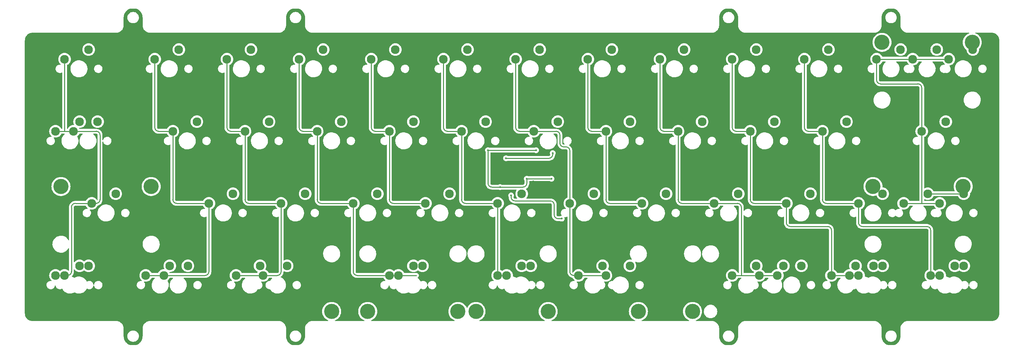
<source format=gbr>
%TF.GenerationSoftware,KiCad,Pcbnew,(6.99.0-5179-g411efe6f3d)*%
%TF.CreationDate,2023-01-30T17:50:43-08:00*%
%TF.ProjectId,pcb,7063622e-6b69-4636-9164-5f7063625858,rev?*%
%TF.SameCoordinates,Original*%
%TF.FileFunction,Copper,L1,Top*%
%TF.FilePolarity,Positive*%
%FSLAX46Y46*%
G04 Gerber Fmt 4.6, Leading zero omitted, Abs format (unit mm)*
G04 Created by KiCad (PCBNEW (6.99.0-5179-g411efe6f3d)) date 2023-01-30 17:50:43*
%MOMM*%
%LPD*%
G01*
G04 APERTURE LIST*
%TA.AperFunction,ComponentPad*%
%ADD10C,2.300000*%
%TD*%
%TA.AperFunction,ComponentPad*%
%ADD11C,4.000000*%
%TD*%
%TA.AperFunction,ViaPad*%
%ADD12C,0.500000*%
%TD*%
%TA.AperFunction,Conductor*%
%ADD13C,0.250000*%
%TD*%
G04 APERTURE END LIST*
D10*
%TO.P,SW10,1,1*%
%TO.N,c1*%
X-118824652Y42227600D03*
%TO.P,SW10,2,2*%
%TO.N,Net-(D7-A)*%
X-112474652Y44767600D03*
%TD*%
%TO.P,SW48,1,1*%
%TO.N,c10*%
X52625780Y42227600D03*
%TO.P,SW48,2,2*%
%TO.N,Net-(D39-A)*%
X58975780Y44767600D03*
%TD*%
%TO.P,SW49,1,1*%
%TO.N,c8*%
X26431964Y23177552D03*
%TO.P,SW49,2,2*%
%TO.N,Net-(D40-A)*%
X32781964Y25717552D03*
%TD*%
%TO.P,SW41,1,1*%
%TO.N,c9*%
X19288148Y80327696D03*
%TO.P,SW41,2,2*%
%TO.N,Net-(D34-A)*%
X25638148Y82867696D03*
%TD*%
%TO.P,SW25,1,1*%
%TO.N,c6*%
X-21272544Y23177552D03*
%TO.P,SW25,2,2*%
%TO.N,Net-(D27-A)*%
X-14922544Y25717552D03*
%TD*%
%TO.P,SW1,1,1*%
%TO.N,c0*%
X-154543492Y61277648D03*
%TO.P,SW1,2,2*%
%TO.N,Net-(D2-A)*%
X-148193492Y63817648D03*
%TD*%
%TO.P,SW57,1,1*%
%TO.N,c10*%
X71675828Y23177552D03*
%TO.P,SW57,2,2*%
%TO.N,Net-(D46-A)*%
X78025828Y25717552D03*
%TD*%
%TO.P,SW8,1,1*%
%TO.N,c1*%
X-133112188Y80327696D03*
%TO.P,SW8,2,2*%
%TO.N,Net-(D5-A)*%
X-126762188Y82867696D03*
%TD*%
%TO.P,SW60,1,1*%
%TO.N,c10*%
X74057084Y23177552D03*
%TO.P,SW60,2,2*%
%TO.N,Net-(D46-A)*%
X80407084Y25717552D03*
%TD*%
%TO.P,SW55,1,1*%
%TO.N,c9*%
X50244524Y23177552D03*
%TO.P,SW55,2,2*%
%TO.N,Net-(D44-A)*%
X56594524Y25717552D03*
%TD*%
%TO.P,SW59,1,1*%
%TO.N,c11*%
X74057084Y42227600D03*
%TO.P,SW59,2,2*%
%TO.N,Net-(D43-A)*%
X80407084Y44767600D03*
%TD*%
%TO.P,SW15,1,1*%
%TO.N,c2*%
X-99774604Y42227600D03*
%TO.P,SW15,2,2*%
%TO.N,Net-(D11-A)*%
X-93424604Y44767600D03*
%TD*%
%TO.P,SW36,1,1*%
%TO.N,c7*%
X-14049388Y61277648D03*
%TO.P,SW36,2,2*%
%TO.N,Net-(D29-A)*%
X-7699388Y63817648D03*
%TD*%
%TO.P,SW33,1,1*%
%TO.N,c6*%
X-23574412Y42227600D03*
%TO.P,SW33,2,2*%
%TO.N,Net-(D26-A)*%
X-17224412Y44767600D03*
%TD*%
%TO.P,SW6,1,1*%
%TO.N,c0*%
X-159306004Y23177552D03*
%TO.P,SW6,2,2*%
%TO.N,Net-(D4-A)*%
X-152956004Y25717552D03*
%TD*%
%TO.P,SW30,1,1*%
%TO.N,c5*%
X-40243204Y23177552D03*
%TO.P,SW30,2,2*%
%TO.N,Net-(D23-A)*%
X-33893204Y25717552D03*
%TD*%
%TO.P,SW31,1,1*%
%TO.N,c6*%
X-37861948Y80327696D03*
%TO.P,SW31,2,2*%
%TO.N,Net-(D24-A)*%
X-31511948Y82867696D03*
%TD*%
%TO.P,SW21,1,1*%
%TO.N,c3*%
X-71199532Y23177552D03*
%TO.P,SW21,2,2*%
%TO.N,Net-(D16-A)*%
X-64849532Y25717552D03*
%TD*%
%TO.P,SW7,1,1*%
%TO.N,c1*%
X-130730932Y23177552D03*
%TO.P,SW7,2,2*%
%TO.N,Net-(D8-A)*%
X-124380932Y25717552D03*
%TD*%
%TO.P,SW13,1,1*%
%TO.N,c2*%
X-114062140Y80327696D03*
%TO.P,SW13,2,2*%
%TO.N,Net-(D9-A)*%
X-107712140Y82867696D03*
%TD*%
%TO.P,SW5,1,1*%
%TO.N,c0*%
X-149780980Y42227600D03*
%TO.P,SW5,2,2*%
%TO.N,Net-(D3-A)*%
X-143430980Y44767600D03*
%TD*%
%TO.P,SW16,1,1*%
%TO.N,c2*%
X-111680884Y23177552D03*
%TO.P,SW16,2,2*%
%TO.N,Net-(D12-A)*%
X-105330884Y25717552D03*
%TD*%
%TO.P,SW24,1,1*%
%TO.N,c4*%
X-61674508Y42227600D03*
%TO.P,SW24,2,2*%
%TO.N,Net-(D19-A)*%
X-55324508Y44767600D03*
%TD*%
%TO.P,SW23,1,1*%
%TO.N,c4*%
X-71199532Y61277648D03*
%TO.P,SW23,2,2*%
%TO.N,Net-(D18-A)*%
X-64849532Y63817648D03*
%TD*%
%TO.P,SW46,1,1*%
%TO.N,c10*%
X38338244Y80327696D03*
%TO.P,SW46,2,2*%
%TO.N,Net-(D37-A)*%
X44688244Y82867696D03*
%TD*%
D11*
%TO.P,S2,*%
%TO.N,*%
X-134064730Y46672600D03*
X-157877230Y46672600D03*
%TD*%
D10*
%TO.P,SW26,1,1*%
%TO.N,c5*%
X-56911996Y80327696D03*
%TO.P,SW26,2,2*%
%TO.N,Net-(D20-A)*%
X-50561996Y82867696D03*
%TD*%
D11*
%TO.P,S8,*%
%TO.N,*%
X-5476906Y13652552D03*
X-29289406Y13652552D03*
%TD*%
D10*
%TO.P,SW29,1,1*%
%TO.N,c6*%
X-14049388Y23177552D03*
%TO.P,SW29,2,2*%
%TO.N,Net-(D27-A)*%
X-7699388Y25717552D03*
%TD*%
%TO.P,SW43,1,1*%
%TO.N,c9*%
X33575732Y42227600D03*
%TO.P,SW43,2,2*%
%TO.N,Net-(D36-A)*%
X39925732Y44767600D03*
%TD*%
%TO.P,SW37,1,1*%
%TO.N,c7*%
X-4524364Y42227600D03*
%TO.P,SW37,2,2*%
%TO.N,Net-(D30-A)*%
X1825636Y44767600D03*
%TD*%
%TO.P,SW50,1,1*%
%TO.N,c9*%
X45482012Y23177552D03*
%TO.P,SW50,2,2*%
%TO.N,Net-(D44-A)*%
X51832012Y25717552D03*
%TD*%
%TO.P,SW2,1,1*%
%TO.N,c0*%
X-156924748Y23177552D03*
%TO.P,SW2,2,2*%
%TO.N,Net-(D4-A)*%
X-150574748Y25717552D03*
%TD*%
%TO.P,SW56,1,1*%
%TO.N,c11*%
X66913316Y80327696D03*
%TO.P,SW56,2,2*%
%TO.N,Net-(D45-A)*%
X73263316Y82867696D03*
%TD*%
%TO.P,SW47,1,1*%
%TO.N,c10*%
X43100756Y61277648D03*
%TO.P,SW47,2,2*%
%TO.N,Net-(D38-A)*%
X49450756Y63817648D03*
%TD*%
%TO.P,SW35,1,1*%
%TO.N,c7*%
X-18811900Y80327696D03*
%TO.P,SW35,2,2*%
%TO.N,Net-(D28-A)*%
X-12461900Y82867696D03*
%TD*%
D11*
%TO.P,S4,*%
%TO.N,*%
X-76914526Y13652552D03*
X-53102026Y13652552D03*
%TD*%
D10*
%TO.P,SW42,1,1*%
%TO.N,c9*%
X24050708Y61277648D03*
%TO.P,SW42,2,2*%
%TO.N,Net-(D35-A)*%
X30400708Y63817648D03*
%TD*%
%TO.P,SW32,1,1*%
%TO.N,c6*%
X-33099436Y61277648D03*
%TO.P,SW32,2,2*%
%TO.N,Net-(D25-A)*%
X-26749436Y63817648D03*
%TD*%
%TO.P,SW19,1,1*%
%TO.N,c3*%
X-90249580Y61277648D03*
%TO.P,SW19,2,2*%
%TO.N,Net-(D14-A)*%
X-83899580Y63817648D03*
%TD*%
%TO.P,SW4,1,1*%
%TO.N,c0*%
X-159305992Y61277648D03*
%TO.P,SW4,2,2*%
%TO.N,Net-(D2-A)*%
X-152955992Y63817648D03*
%TD*%
%TO.P,SW40,1,1*%
%TO.N,c8*%
X14525684Y42227600D03*
%TO.P,SW40,2,2*%
%TO.N,Net-(D33-A)*%
X20875684Y44767600D03*
%TD*%
%TO.P,SW9,1,1*%
%TO.N,c1*%
X-128349676Y61277648D03*
%TO.P,SW9,2,2*%
%TO.N,Net-(D6-A)*%
X-121999676Y63817648D03*
%TD*%
%TO.P,SW52,1,1*%
%TO.N,c11*%
X57388292Y80327696D03*
%TO.P,SW52,2,2*%
%TO.N,Net-(D41-A)*%
X63738292Y82867696D03*
%TD*%
D11*
%TO.P,S7,*%
%TO.N,*%
X-29289388Y13652552D03*
X8810612Y13652552D03*
%TD*%
D10*
%TO.P,SW12,1,1*%
%TO.N,c2*%
X-104537116Y23177552D03*
%TO.P,SW12,2,2*%
%TO.N,Net-(D12-A)*%
X-98187116Y25717552D03*
%TD*%
%TO.P,SW61,1,1*%
%TO.N,c11*%
X64532060Y42227600D03*
%TO.P,SW61,2,2*%
%TO.N,Net-(D43-A)*%
X70882060Y44767600D03*
%TD*%
%TO.P,SW51,1,1*%
%TO.N,c9*%
X52625780Y23177552D03*
%TO.P,SW51,2,2*%
%TO.N,Net-(D44-A)*%
X58975780Y25717552D03*
%TD*%
%TO.P,SW34,1,1*%
%TO.N,c5*%
X-42624460Y23177552D03*
%TO.P,SW34,2,2*%
%TO.N,Net-(D23-A)*%
X-36274460Y25717552D03*
%TD*%
%TO.P,SW39,1,1*%
%TO.N,c8*%
X5000660Y61277648D03*
%TO.P,SW39,2,2*%
%TO.N,Net-(D32-A)*%
X11350660Y63817648D03*
%TD*%
%TO.P,SW53,1,1*%
%TO.N,c11*%
X69294572Y61277648D03*
%TO.P,SW53,2,2*%
%TO.N,Net-(D42-A)*%
X75644572Y63817648D03*
%TD*%
%TO.P,SW27,1,1*%
%TO.N,c5*%
X-52149484Y61277648D03*
%TO.P,SW27,2,2*%
%TO.N,Net-(D21-A)*%
X-45799484Y63817648D03*
%TD*%
D11*
%TO.P,S1,*%
%TO.N,*%
X58817066Y84772696D03*
X82629566Y84772696D03*
%TD*%
D10*
%TO.P,SW22,1,1*%
%TO.N,c4*%
X-75962044Y80327696D03*
%TO.P,SW22,2,2*%
%TO.N,Net-(D17-A)*%
X-69612044Y82867696D03*
%TD*%
%TO.P,SW20,1,1*%
%TO.N,c3*%
X-80724556Y42227600D03*
%TO.P,SW20,2,2*%
%TO.N,Net-(D15-A)*%
X-74374556Y44767600D03*
%TD*%
%TO.P,SW45,1,1*%
%TO.N,c8*%
X31194476Y23177552D03*
%TO.P,SW45,2,2*%
%TO.N,Net-(D40-A)*%
X37544476Y25717552D03*
%TD*%
%TO.P,SW38,1,1*%
%TO.N,c8*%
X238148Y80327696D03*
%TO.P,SW38,2,2*%
%TO.N,Net-(D31-A)*%
X6588148Y82867696D03*
%TD*%
%TO.P,SW44,1,1*%
%TO.N,c8*%
X19288196Y23177552D03*
%TO.P,SW44,2,2*%
%TO.N,Net-(D40-A)*%
X25638196Y25717552D03*
%TD*%
%TO.P,SW28,1,1*%
%TO.N,c5*%
X-42624460Y42227600D03*
%TO.P,SW28,2,2*%
%TO.N,Net-(D22-A)*%
X-36274460Y44767600D03*
%TD*%
%TO.P,SW17,1,1*%
%TO.N,c3*%
X-68818276Y23177552D03*
%TO.P,SW17,2,2*%
%TO.N,Net-(D16-A)*%
X-62468276Y25717552D03*
%TD*%
%TO.P,SW18,1,1*%
%TO.N,c3*%
X-95012092Y80327696D03*
%TO.P,SW18,2,2*%
%TO.N,Net-(D13-A)*%
X-88662092Y82867696D03*
%TD*%
%TO.P,SW14,1,1*%
%TO.N,c2*%
X-109299628Y61277648D03*
%TO.P,SW14,2,2*%
%TO.N,Net-(D10-A)*%
X-102949628Y63817648D03*
%TD*%
D11*
%TO.P,S9,*%
%TO.N,*%
X80248310Y46672600D03*
X56435810Y46672600D03*
%TD*%
D10*
%TO.P,SW3,1,1*%
%TO.N,c0*%
X-156924748Y80327696D03*
%TO.P,SW3,2,2*%
%TO.N,Net-(D1-A)*%
X-150574748Y82867696D03*
%TD*%
D11*
%TO.P,S3,*%
%TO.N,*%
X-86439532Y13652552D03*
X-48339532Y13652552D03*
%TD*%
D10*
%TO.P,SW11,1,1*%
%TO.N,c1*%
X-135493444Y23177552D03*
%TO.P,SW11,2,2*%
%TO.N,Net-(D8-A)*%
X-129143444Y25717552D03*
%TD*%
%TO.P,SW58,1,1*%
%TO.N,c11*%
X76438340Y80327696D03*
%TO.P,SW58,2,2*%
%TO.N,Net-(D45-A)*%
X82788340Y82867696D03*
%TD*%
D12*
%TO.N,+3V3*%
X-34928824Y48732624D03*
X-32464444Y56273268D03*
X-28412560Y48732624D03*
X-45164476Y56273268D03*
X-41989468Y46517616D03*
%TO.N,GND*%
X-31670692Y40878228D03*
X-40005088Y58340772D03*
X-45164476Y57233268D03*
X-39848840Y61515780D03*
X-38814748Y53181446D03*
X-38020998Y51593946D03*
X-28892560Y39831348D03*
X-39608498Y51593946D03*
X-38020998Y53181446D03*
X-32464444Y57233268D03*
X-41195716Y44846988D03*
X-32067568Y37193220D03*
X7620032Y69762672D03*
X-25717552Y37223220D03*
X-33258196Y46914492D03*
X-33258196Y48021996D03*
X-39608498Y53181446D03*
X-40005088Y44846988D03*
X-39608498Y52387696D03*
X-38814748Y51593946D03*
X-38814748Y52387696D03*
X-39128212Y64690788D03*
X-38020998Y52387696D03*
%TO.N,NRST*%
X-25717552Y38183220D03*
X-39064460Y44303236D03*
%TO.N,r1*%
X-40401964Y54130279D03*
X-28098808Y55500144D03*
%TD*%
D13*
%TO.N,Net-(D43-A)*%
X70882060Y44767600D02*
X80407084Y44767600D01*
%TO.N,+3V3*%
X-32464444Y56273268D02*
X-45164476Y56273268D01*
X-41989468Y46517616D02*
X-44164476Y46517616D01*
X-34928824Y47517616D02*
X-34928824Y48732624D01*
X-45164476Y47517616D02*
X-45164476Y56273268D01*
X-34928824Y48732624D02*
X-28412560Y48732624D01*
X-41989468Y46517616D02*
X-35928824Y46517616D01*
X-35928824Y46517616D02*
G75*
G03*
X-34928824Y47517616I1J999999D01*
G01*
X-45164476Y47517616D02*
G75*
G03*
X-44164476Y46517616I999999J-1D01*
G01*
%TO.N,NRST*%
X-39064460Y44303236D02*
X-39064460Y43862608D01*
X-38064460Y42862608D02*
X-28701932Y42862608D01*
X-27701932Y41862608D02*
X-27701932Y39183220D01*
X-26701932Y38183220D02*
X-25717552Y38183220D01*
X-27701932Y39183220D02*
G75*
G03*
X-26701932Y38183220I999999J-1D01*
G01*
X-27701932Y41862608D02*
G75*
G03*
X-28701932Y42862608I-999999J1D01*
G01*
X-39064460Y43862608D02*
G75*
G03*
X-38064460Y42862608I999999J-1D01*
G01*
%TO.N,c4*%
X-71199532Y61277648D02*
X-71199532Y43227600D01*
X-70199532Y42227600D02*
X-61674508Y42227600D01*
X-75962044Y80327696D02*
X-75962044Y62277648D01*
X-74962044Y61277648D02*
X-71199532Y61277648D01*
X-71199532Y43227600D02*
G75*
G03*
X-70199532Y42227600I999999J-1D01*
G01*
X-75962044Y62277648D02*
G75*
G03*
X-74962044Y61277648I999999J-1D01*
G01*
%TO.N,c3*%
X-89249580Y42227600D02*
X-80724556Y42227600D01*
X-71199532Y23177552D02*
X-68421400Y23177552D01*
X-79724556Y23177552D02*
X-71199532Y23177552D01*
X-94012092Y61277648D02*
X-90249580Y61277648D01*
X-90249580Y61277648D02*
X-90249580Y43227600D01*
X-64055998Y23177696D02*
X-68818132Y23177696D01*
X-80724556Y42227600D02*
X-80724556Y24177552D01*
X-95012092Y80327696D02*
X-95012092Y62277648D01*
X-68818132Y23177696D02*
X-68818276Y23177552D01*
X-90249580Y43227600D02*
G75*
G03*
X-89249580Y42227600I999999J-1D01*
G01*
X-95012092Y62277648D02*
G75*
G03*
X-94012092Y61277648I999999J-1D01*
G01*
X-80724556Y24177552D02*
G75*
G03*
X-79724556Y23177552I999999J-1D01*
G01*
%TO.N,c2*%
X-113062140Y61277648D02*
X-109299628Y61277648D01*
X-99774604Y42227600D02*
X-108299628Y42227600D01*
X-104537116Y23177552D02*
X-100774604Y23177552D01*
X-114062140Y80327696D02*
X-114062140Y62277648D01*
X-99774604Y24177552D02*
X-99774604Y42227600D01*
X-111680884Y23177552D02*
X-104537116Y23177552D01*
X-109299628Y43227600D02*
X-109299628Y61277648D01*
X-100774604Y23177552D02*
G75*
G03*
X-99774604Y24177552I1J999999D01*
G01*
X-109299628Y43227600D02*
G75*
G03*
X-108299628Y42227600I999999J-1D01*
G01*
X-114062140Y62277648D02*
G75*
G03*
X-113062140Y61277648I999999J-1D01*
G01*
%TO.N,c1*%
X-128349676Y61277648D02*
X-128349676Y43227600D01*
X-118824652Y42227600D02*
X-118824652Y24177552D01*
X-133112188Y80327696D02*
X-133112188Y62277648D01*
X-132112188Y61277648D02*
X-128349676Y61277648D01*
X-119824652Y23177552D02*
X-130730932Y23177552D01*
X-127349676Y42227600D02*
X-118824652Y42227600D01*
X-135493444Y23177552D02*
X-130730932Y23177552D01*
X-119824652Y23177552D02*
G75*
G03*
X-118824652Y24177552I1J999999D01*
G01*
X-133112188Y62277648D02*
G75*
G03*
X-132112188Y61277648I999999J-1D01*
G01*
X-128349676Y43227600D02*
G75*
G03*
X-127349676Y42227600I999999J-1D01*
G01*
%TO.N,c0*%
X-155099128Y24177552D02*
X-155099128Y41227600D01*
X-154543492Y61277648D02*
X-148558484Y61277648D01*
X-156845376Y61277648D02*
X-159305992Y61277648D01*
X-148558484Y42227600D02*
X-149780980Y42227600D01*
X-156924748Y80327696D02*
X-156924748Y61357020D01*
X-156924748Y23177552D02*
X-159306004Y23177552D01*
X-147558484Y60277648D02*
X-147558484Y43227600D01*
X-156924748Y61357020D02*
X-156845376Y61277648D01*
X-154543492Y61277648D02*
X-156845376Y61277648D01*
X-154099128Y42227600D02*
X-149780980Y42227600D01*
X-156924748Y23177552D02*
X-156099128Y23177552D01*
X-154099128Y42227600D02*
G75*
G03*
X-155099128Y41227600I-1J-999999D01*
G01*
X-156099128Y23177552D02*
G75*
G03*
X-155099128Y24177552I1J999999D01*
G01*
X-147558484Y60277648D02*
G75*
G03*
X-148558484Y61277648I-999999J1D01*
G01*
X-148558484Y42227600D02*
G75*
G03*
X-147558484Y43227600I1J999999D01*
G01*
%TO.N,r1*%
X-28098808Y55130279D02*
X-28098808Y55562640D01*
X-40401964Y54130279D02*
X-29098808Y54130279D01*
X-29098808Y54130279D02*
G75*
G03*
X-28098808Y55130279I1J999999D01*
G01*
%TO.N,c11*%
X69294572Y61277648D02*
X69294572Y72818936D01*
X69294572Y42306501D02*
X69373473Y42227600D01*
X68294572Y73818936D02*
X58388292Y73818936D01*
X76438340Y80327696D02*
X66913316Y80327696D01*
X69294572Y61277648D02*
X69294572Y42306501D01*
X57388292Y74818936D02*
X57388292Y80327696D01*
X69373473Y42227600D02*
X64532060Y42227600D01*
X74057084Y42227600D02*
X69373473Y42227600D01*
X66913316Y80327696D02*
X57388292Y80327696D01*
X57388336Y74818936D02*
G75*
G03*
X58388292Y73818936I999964J-36D01*
G01*
X69294636Y72818936D02*
G75*
G03*
X68294572Y73818936I-1000036J-36D01*
G01*
%TO.N,c10*%
X53625780Y36115716D02*
X70675828Y36115716D01*
X44100756Y42227600D02*
X45481996Y42227600D01*
X38338244Y80327696D02*
X38338244Y62277648D01*
X39338244Y61277648D02*
X43100756Y61277648D01*
X71675828Y35115716D02*
X71675828Y23177552D01*
X74057084Y23177552D02*
X71675828Y23177552D01*
X45481996Y42227600D02*
X52625780Y42227600D01*
X43100756Y61277648D02*
X43100756Y43227600D01*
X52625780Y42227600D02*
X52625780Y37115716D01*
X71675816Y35115716D02*
G75*
G03*
X70675828Y36115716I-1000016J-16D01*
G01*
X43100800Y43227600D02*
G75*
G03*
X44100756Y42227600I1000000J0D01*
G01*
X38338248Y62277648D02*
G75*
G03*
X39338244Y61277648I999952J-48D01*
G01*
X52625816Y37115716D02*
G75*
G03*
X53625780Y36115716I999984J-16D01*
G01*
%TO.N,c9*%
X34575732Y36115716D02*
X44482012Y36115716D01*
X20288148Y61277648D02*
X24050708Y61277648D01*
X25050708Y42227600D02*
X28733816Y42227600D01*
X45482012Y23177552D02*
X52625780Y23177552D01*
X24050708Y61277648D02*
X24050708Y43227600D01*
X19288148Y80327696D02*
X19288148Y62277648D01*
X33575732Y42227600D02*
X33575732Y37115716D01*
X45482012Y35115716D02*
X45482012Y23177552D01*
X28733816Y42227600D02*
X33575732Y42227600D01*
X19288148Y62277648D02*
G75*
G03*
X20288148Y61277648I1000002J2D01*
G01*
X45482016Y35115716D02*
G75*
G03*
X44482012Y36115716I-1000016J-16D01*
G01*
X33575716Y37115716D02*
G75*
G03*
X34575732Y36115716I999984J-16D01*
G01*
X24050700Y43227600D02*
G75*
G03*
X25050708Y42227600I1000000J0D01*
G01*
%TO.N,c8*%
X238148Y80327696D02*
X238148Y62277648D01*
X21669436Y23177552D02*
X19288196Y23177552D01*
X31194476Y23177552D02*
X28733816Y23177552D01*
X1238148Y61277648D02*
X5000660Y61277648D01*
X6000660Y42227600D02*
X14525684Y42227600D01*
X21669436Y23177552D02*
X21669436Y41227600D01*
X5000660Y61277648D02*
X5000660Y43227600D01*
X28733816Y23177552D02*
X21669436Y23177552D01*
X20669436Y42227600D02*
X14525684Y42227600D01*
X238148Y62277648D02*
G75*
G03*
X1238148Y61277648I999999J-1D01*
G01*
X21669400Y41227600D02*
G75*
G03*
X20669436Y42227600I-1000000J0D01*
G01*
X5000660Y43227600D02*
G75*
G03*
X6000660Y42227600I1000000J0D01*
G01*
%TO.N,c7*%
X-17811900Y61277648D02*
X-14049388Y61277648D01*
X-13049388Y42227600D02*
X-4524364Y42227600D01*
X-14049388Y61277648D02*
X-14049388Y43227600D01*
X-18811900Y80327696D02*
X-18811900Y62277648D01*
X-18811900Y62277648D02*
G75*
G03*
X-17811900Y61277648I999999J-1D01*
G01*
X-14049388Y43227600D02*
G75*
G03*
X-13049388Y42227600I999999J-1D01*
G01*
%TO.N,c6*%
X-23574412Y56150144D02*
X-23574412Y42227600D01*
X-36861948Y61277648D02*
X-33099436Y61277648D01*
X-21272544Y23177552D02*
X-14049388Y23177552D01*
X-23574412Y42227600D02*
X-23574412Y24177552D01*
X-22574412Y23177552D02*
X-21272544Y23177552D01*
X-37861948Y80327696D02*
X-37861948Y62277648D01*
X-33099436Y61277648D02*
X-27193816Y61277648D01*
X-25193816Y57150144D02*
X-24574412Y57150144D01*
X-26193816Y60277648D02*
X-26193816Y58150144D01*
X-23574412Y56150144D02*
G75*
G03*
X-24574412Y57150144I-999999J1D01*
G01*
X-37861948Y62277648D02*
G75*
G03*
X-36861948Y61277648I999999J-1D01*
G01*
X-26193816Y58150144D02*
G75*
G03*
X-25193816Y57150144I999999J-1D01*
G01*
X-26193816Y60277648D02*
G75*
G03*
X-27193816Y61277648I-999999J1D01*
G01*
X-23574412Y24177552D02*
G75*
G03*
X-22574412Y23177552I999999J-1D01*
G01*
%TO.N,c5*%
X-42624460Y23177552D02*
X-42624460Y42227600D01*
X-56911996Y80327696D02*
X-56911996Y62277648D01*
X-51149484Y42227600D02*
X-42624460Y42227600D01*
X-55911996Y61277648D02*
X-52149484Y61277648D01*
X-42624460Y23177552D02*
X-40243204Y23177552D01*
X-52149484Y61277648D02*
X-52149484Y43227600D01*
X-52149484Y43227600D02*
G75*
G03*
X-51149484Y42227600I999999J-1D01*
G01*
X-56911996Y62277648D02*
G75*
G03*
X-55911996Y61277648I999999J-1D01*
G01*
%TD*%
%TA.AperFunction,Conductor*%
%TO.N,GND*%
G36*
X-137927969Y93655783D02*
G01*
X-137860171Y93628939D01*
X-137855985Y93627170D01*
X-137714668Y93563569D01*
X-137707605Y93560045D01*
X-137584810Y93492537D01*
X-137581288Y93490506D01*
X-137448461Y93410209D01*
X-137441502Y93405590D01*
X-137328348Y93323379D01*
X-137325515Y93321240D01*
X-137203078Y93225316D01*
X-137196363Y93219553D01*
X-137094781Y93124162D01*
X-137092547Y93121998D01*
X-136982204Y93011655D01*
X-136975927Y93004756D01*
X-136887496Y92897860D01*
X-136885860Y92895828D01*
X-136789204Y92772456D01*
X-136783571Y92764480D01*
X-136709744Y92648149D01*
X-136708632Y92646353D01*
X-136627031Y92511368D01*
X-136622178Y92502310D01*
X-136564157Y92379009D01*
X-136563544Y92377676D01*
X-136553984Y92356434D01*
X-136498111Y92232289D01*
X-136494238Y92222261D01*
X-136453038Y92095461D01*
X-136452738Y92094518D01*
X-136436374Y92042004D01*
X-136404419Y91939455D01*
X-136401690Y91928556D01*
X-136377985Y91804287D01*
X-136377948Y91804092D01*
X-136347378Y91637277D01*
X-136345956Y91625686D01*
X-136340217Y91534462D01*
X-136340217Y91534461D01*
X-136340203Y91534224D01*
X-136327929Y91331314D01*
X-136327748Y91325336D01*
X-136327748Y89328821D01*
X-136327748Y89328321D01*
X-136327748Y89197201D01*
X-136293519Y88937205D01*
X-136225646Y88683902D01*
X-136125292Y88441624D01*
X-135994172Y88214518D01*
X-135992203Y88211952D01*
X-135992200Y88211948D01*
X-135836499Y88009034D01*
X-135836498Y88009033D01*
X-135834531Y88006470D01*
X-135649099Y87821038D01*
X-135646541Y87819075D01*
X-135646534Y87819069D01*
X-135443625Y87663372D01*
X-135441051Y87661397D01*
X-135438248Y87659778D01*
X-135438244Y87659776D01*
X-135216755Y87531899D01*
X-135216753Y87531898D01*
X-135213945Y87530277D01*
X-135210949Y87529036D01*
X-135210947Y87529035D01*
X-134974669Y87431166D01*
X-134974662Y87431163D01*
X-134971667Y87429923D01*
X-134968532Y87429083D01*
X-134721486Y87362886D01*
X-134721478Y87362884D01*
X-134718364Y87362050D01*
X-134715165Y87361628D01*
X-134715156Y87361627D01*
X-134466169Y87328848D01*
X-134458368Y87327821D01*
X-134327347Y87327821D01*
X-134327248Y87327821D01*
X-134326748Y87327821D01*
X-100465248Y87327821D01*
X-100464649Y87327821D01*
X-100336869Y87327821D01*
X-100333628Y87327821D01*
X-100330415Y87328243D01*
X-100330414Y87328244D01*
X-100076839Y87361627D01*
X-100076827Y87361629D01*
X-100073632Y87362050D01*
X-100070520Y87362883D01*
X-100070509Y87362886D01*
X-99823463Y87429083D01*
X-99823459Y87429084D01*
X-99820329Y87429923D01*
X-99817337Y87431162D01*
X-99817326Y87431166D01*
X-99581048Y87529035D01*
X-99581040Y87529038D01*
X-99578051Y87530277D01*
X-99575251Y87531893D01*
X-99575240Y87531899D01*
X-99353751Y87659776D01*
X-99353740Y87659783D01*
X-99350945Y87661397D01*
X-99348385Y87663361D01*
X-99348375Y87663368D01*
X-99145461Y87819069D01*
X-99145446Y87819081D01*
X-99142897Y87821038D01*
X-99140623Y87823311D01*
X-99140615Y87823319D01*
X-98959746Y88004188D01*
X-98959738Y88004196D01*
X-98957465Y88006470D01*
X-98955508Y88009019D01*
X-98955496Y88009034D01*
X-98799795Y88211948D01*
X-98799788Y88211958D01*
X-98797824Y88214518D01*
X-98796210Y88217313D01*
X-98796203Y88217324D01*
X-98668326Y88438813D01*
X-98668320Y88438824D01*
X-98666704Y88441624D01*
X-98665465Y88444613D01*
X-98665462Y88444621D01*
X-98567593Y88680899D01*
X-98567587Y88680916D01*
X-98566350Y88683902D01*
X-98532344Y88810812D01*
X-98499313Y88934082D01*
X-98499310Y88934093D01*
X-98498477Y88937205D01*
X-98498056Y88940400D01*
X-98498054Y88940412D01*
X-98464671Y89193987D01*
X-98464670Y89193997D01*
X-98464248Y89197201D01*
X-98464248Y89328321D01*
X-98464248Y89328821D01*
X-98464248Y91325336D01*
X-98464158Y91328321D01*
X-97470391Y91328321D01*
X-97449856Y91080500D01*
X-97388811Y90839440D01*
X-97288921Y90611714D01*
X-97152912Y90403536D01*
X-96984492Y90220583D01*
X-96981257Y90218065D01*
X-96791489Y90070362D01*
X-96791484Y90070359D01*
X-96788257Y90067847D01*
X-96784661Y90065901D01*
X-96784655Y90065897D01*
X-96579954Y89955119D01*
X-96569558Y89949493D01*
X-96565684Y89948163D01*
X-96338229Y89870077D01*
X-96338222Y89870075D01*
X-96334362Y89868750D01*
X-96330332Y89868077D01*
X-96330330Y89868077D01*
X-96093120Y89828494D01*
X-96093112Y89828493D01*
X-96089083Y89827821D01*
X-95844507Y89827821D01*
X-95840413Y89827821D01*
X-95836384Y89828493D01*
X-95836375Y89828494D01*
X-95599165Y89868077D01*
X-95599160Y89868078D01*
X-95595134Y89868750D01*
X-95591275Y89870074D01*
X-95591266Y89870077D01*
X-95363811Y89948163D01*
X-95363806Y89948164D01*
X-95359938Y89949493D01*
X-95356344Y89951437D01*
X-95356337Y89951441D01*
X-95144840Y90065897D01*
X-95144828Y90065904D01*
X-95141239Y90067847D01*
X-95138016Y90070354D01*
X-95138006Y90070362D01*
X-94948238Y90218065D01*
X-94948231Y90218070D01*
X-94945004Y90220583D01*
X-94942237Y90223587D01*
X-94942229Y90223596D01*
X-94779353Y90400528D01*
X-94779352Y90400528D01*
X-94776584Y90403536D01*
X-94774353Y90406949D01*
X-94774348Y90406957D01*
X-94642809Y90608294D01*
X-94642807Y90608297D01*
X-94640575Y90611714D01*
X-94638938Y90615444D01*
X-94638933Y90615455D01*
X-94542326Y90835698D01*
X-94542324Y90835702D01*
X-94540685Y90839440D01*
X-94539684Y90843390D01*
X-94539681Y90843401D01*
X-94480644Y91076534D01*
X-94480643Y91076537D01*
X-94479640Y91080500D01*
X-94459105Y91328321D01*
X-94479640Y91576142D01*
X-94493178Y91629602D01*
X-94539681Y91813240D01*
X-94539683Y91813247D01*
X-94540685Y91817202D01*
X-94548790Y91835680D01*
X-94638933Y92041186D01*
X-94638936Y92041191D01*
X-94640575Y92044928D01*
X-94756432Y92222261D01*
X-94774348Y92249684D01*
X-94774349Y92249686D01*
X-94776584Y92253106D01*
X-94945004Y92436059D01*
X-95141239Y92588795D01*
X-95359938Y92707149D01*
X-95595134Y92787892D01*
X-95840413Y92828821D01*
X-96089083Y92828821D01*
X-96334362Y92787892D01*
X-96569558Y92707149D01*
X-96788257Y92588795D01*
X-96984492Y92436059D01*
X-97152912Y92253106D01*
X-97288921Y92044928D01*
X-97388811Y91817202D01*
X-97449856Y91576142D01*
X-97470391Y91328321D01*
X-98464158Y91328321D01*
X-98464067Y91331313D01*
X-98451792Y91534224D01*
X-98451778Y91534462D01*
X-98446040Y91625668D01*
X-98444613Y91637297D01*
X-98414093Y91803838D01*
X-98413961Y91804544D01*
X-98390304Y91928554D01*
X-98387575Y91939455D01*
X-98339281Y92094438D01*
X-98338918Y92095579D01*
X-98297759Y92222252D01*
X-98293883Y92232289D01*
X-98228485Y92377599D01*
X-98227785Y92379121D01*
X-98169819Y92502304D01*
X-98164963Y92511368D01*
X-98083362Y92646353D01*
X-98082228Y92648184D01*
X-98008432Y92764468D01*
X-98002775Y92772477D01*
X-97906148Y92895811D01*
X-97904498Y92897860D01*
X-97816067Y93004756D01*
X-97809790Y93011655D01*
X-97699447Y93121998D01*
X-97697213Y93124162D01*
X-97595631Y93219553D01*
X-97588916Y93225316D01*
X-97466479Y93321240D01*
X-97463615Y93323402D01*
X-97350498Y93405586D01*
X-97343523Y93410216D01*
X-97210706Y93490506D01*
X-97207184Y93492537D01*
X-97084389Y93560045D01*
X-97077326Y93563569D01*
X-96936016Y93627167D01*
X-96931831Y93628936D01*
X-96864026Y93655783D01*
X-96827580Y93662736D01*
X-95101914Y93662736D01*
X-95065469Y93655783D01*
X-94997671Y93628939D01*
X-94993485Y93627170D01*
X-94852168Y93563569D01*
X-94845105Y93560045D01*
X-94722310Y93492537D01*
X-94718788Y93490506D01*
X-94585961Y93410209D01*
X-94579002Y93405590D01*
X-94465848Y93323379D01*
X-94463015Y93321240D01*
X-94340578Y93225316D01*
X-94333863Y93219553D01*
X-94232281Y93124162D01*
X-94230047Y93121998D01*
X-94119704Y93011655D01*
X-94113427Y93004756D01*
X-94024996Y92897860D01*
X-94023360Y92895828D01*
X-93926704Y92772456D01*
X-93921071Y92764480D01*
X-93847244Y92648149D01*
X-93846132Y92646353D01*
X-93764531Y92511368D01*
X-93759678Y92502310D01*
X-93701657Y92379009D01*
X-93701044Y92377676D01*
X-93691484Y92356434D01*
X-93635611Y92232289D01*
X-93631738Y92222261D01*
X-93590538Y92095461D01*
X-93590238Y92094518D01*
X-93573874Y92042004D01*
X-93541919Y91939455D01*
X-93539190Y91928556D01*
X-93515485Y91804287D01*
X-93515448Y91804092D01*
X-93484878Y91637277D01*
X-93483456Y91625686D01*
X-93477717Y91534462D01*
X-93477717Y91534461D01*
X-93477703Y91534224D01*
X-93465429Y91331314D01*
X-93465248Y91325336D01*
X-93465248Y89328821D01*
X-93465248Y89328321D01*
X-93465248Y89197201D01*
X-93431019Y88937205D01*
X-93363146Y88683902D01*
X-93262792Y88441624D01*
X-93131672Y88214518D01*
X-93129703Y88211952D01*
X-93129700Y88211948D01*
X-92973999Y88009034D01*
X-92973998Y88009033D01*
X-92972031Y88006470D01*
X-92786599Y87821038D01*
X-92784041Y87819075D01*
X-92784034Y87819069D01*
X-92581125Y87663372D01*
X-92578551Y87661397D01*
X-92575748Y87659778D01*
X-92575744Y87659776D01*
X-92354255Y87531899D01*
X-92354253Y87531898D01*
X-92351445Y87530277D01*
X-92348449Y87529036D01*
X-92348447Y87529035D01*
X-92112169Y87431166D01*
X-92112162Y87431163D01*
X-92109167Y87429923D01*
X-92106032Y87429083D01*
X-91858986Y87362886D01*
X-91858978Y87362884D01*
X-91855864Y87362050D01*
X-91852665Y87361628D01*
X-91852656Y87361627D01*
X-91603669Y87328848D01*
X-91595868Y87327821D01*
X-91464847Y87327821D01*
X-91464748Y87327821D01*
X-91464248Y87327821D01*
X13834752Y87327821D01*
X13835315Y87327821D01*
X13835351Y87327821D01*
X13835362Y87327825D01*
X13835386Y87327828D01*
X13963131Y87327828D01*
X13966372Y87327828D01*
X13974321Y87328874D01*
X14223159Y87361633D01*
X14223168Y87361634D01*
X14226367Y87362056D01*
X14229481Y87362890D01*
X14229489Y87362892D01*
X14476536Y87429088D01*
X14479671Y87429928D01*
X14482666Y87431168D01*
X14482673Y87431171D01*
X14718953Y87529040D01*
X14718958Y87529042D01*
X14721948Y87530281D01*
X14724749Y87531898D01*
X14946252Y87659782D01*
X14946255Y87659784D01*
X14949054Y87661400D01*
X14951624Y87663372D01*
X15154538Y87819072D01*
X15154545Y87819078D01*
X15157103Y87821041D01*
X15342534Y88006472D01*
X15344506Y88009041D01*
X15500207Y88211954D01*
X15502176Y88214520D01*
X15633295Y88441625D01*
X15733650Y88683902D01*
X15801523Y88937206D01*
X15835752Y89197201D01*
X15835752Y89328321D01*
X15835752Y89328821D01*
X15835752Y91325336D01*
X15835842Y91328321D01*
X16829609Y91328321D01*
X16850144Y91080500D01*
X16851147Y91076537D01*
X16851148Y91076534D01*
X16910185Y90843401D01*
X16910188Y90843390D01*
X16911189Y90839440D01*
X16912828Y90835702D01*
X16912830Y90835698D01*
X17009437Y90615455D01*
X17009442Y90615444D01*
X17011079Y90611714D01*
X17013311Y90608297D01*
X17013313Y90608294D01*
X17144852Y90406957D01*
X17144857Y90406949D01*
X17147088Y90403536D01*
X17149856Y90400528D01*
X17149857Y90400528D01*
X17312733Y90223596D01*
X17312741Y90223587D01*
X17315508Y90220583D01*
X17318735Y90218070D01*
X17318742Y90218065D01*
X17508510Y90070362D01*
X17508520Y90070354D01*
X17511743Y90067847D01*
X17515332Y90065904D01*
X17515344Y90065897D01*
X17726841Y89951441D01*
X17726848Y89951437D01*
X17730442Y89949493D01*
X17734310Y89948164D01*
X17734315Y89948163D01*
X17961770Y89870077D01*
X17961779Y89870074D01*
X17965638Y89868750D01*
X17969664Y89868078D01*
X17969669Y89868077D01*
X18206879Y89828494D01*
X18206888Y89828493D01*
X18210917Y89827821D01*
X18455493Y89827821D01*
X18459587Y89827821D01*
X18463616Y89828493D01*
X18463624Y89828494D01*
X18700834Y89868077D01*
X18700836Y89868077D01*
X18704866Y89868750D01*
X18708726Y89870075D01*
X18708733Y89870077D01*
X18936188Y89948163D01*
X18940062Y89949493D01*
X18950458Y89955119D01*
X19155159Y90065897D01*
X19155165Y90065901D01*
X19158761Y90067847D01*
X19161988Y90070359D01*
X19161993Y90070362D01*
X19351761Y90218065D01*
X19354996Y90220583D01*
X19523416Y90403536D01*
X19659425Y90611714D01*
X19759315Y90839440D01*
X19820360Y91080500D01*
X19840895Y91328321D01*
X19820360Y91576142D01*
X19759315Y91817202D01*
X19659425Y92044928D01*
X19523416Y92253106D01*
X19354996Y92436059D01*
X19158761Y92588795D01*
X18940062Y92707149D01*
X18704866Y92787892D01*
X18459587Y92828821D01*
X18210917Y92828821D01*
X17965638Y92787892D01*
X17730442Y92707149D01*
X17511743Y92588795D01*
X17315508Y92436059D01*
X17147088Y92253106D01*
X17144853Y92249686D01*
X17144852Y92249684D01*
X17126936Y92222261D01*
X17011079Y92044928D01*
X17009440Y92041191D01*
X17009437Y92041186D01*
X16919294Y91835680D01*
X16911189Y91817202D01*
X16910187Y91813247D01*
X16910185Y91813240D01*
X16863682Y91629602D01*
X16850144Y91576142D01*
X16829609Y91328321D01*
X15835842Y91328321D01*
X15835933Y91331314D01*
X15848207Y91534224D01*
X15848221Y91534461D01*
X15848221Y91534462D01*
X15853960Y91625686D01*
X15855382Y91637277D01*
X15885952Y91804092D01*
X15885989Y91804287D01*
X15909694Y91928556D01*
X15912423Y91939455D01*
X15944378Y92042004D01*
X15960742Y92094518D01*
X15961042Y92095461D01*
X16002242Y92222261D01*
X16006115Y92232289D01*
X16061988Y92356434D01*
X16071548Y92377676D01*
X16072161Y92379009D01*
X16130182Y92502310D01*
X16135035Y92511368D01*
X16216636Y92646353D01*
X16217748Y92648149D01*
X16291575Y92764480D01*
X16297208Y92772456D01*
X16393864Y92895828D01*
X16395500Y92897860D01*
X16483931Y93004756D01*
X16490208Y93011655D01*
X16600551Y93121998D01*
X16602785Y93124162D01*
X16704367Y93219553D01*
X16711082Y93225316D01*
X16833519Y93321240D01*
X16836352Y93323379D01*
X16949506Y93405590D01*
X16956465Y93410209D01*
X17089292Y93490506D01*
X17092814Y93492537D01*
X17215609Y93560045D01*
X17222672Y93563569D01*
X17363989Y93627170D01*
X17368175Y93628939D01*
X17435973Y93655783D01*
X17472418Y93662736D01*
X19198084Y93662736D01*
X19234530Y93655783D01*
X19302335Y93628936D01*
X19306520Y93627167D01*
X19447830Y93563569D01*
X19454893Y93560045D01*
X19577688Y93492537D01*
X19581210Y93490506D01*
X19714027Y93410216D01*
X19721002Y93405586D01*
X19834119Y93323402D01*
X19836983Y93321240D01*
X19959420Y93225316D01*
X19966135Y93219553D01*
X20067717Y93124162D01*
X20069951Y93121998D01*
X20180294Y93011655D01*
X20186571Y93004756D01*
X20275002Y92897860D01*
X20276652Y92895811D01*
X20373279Y92772477D01*
X20378936Y92764468D01*
X20452732Y92648184D01*
X20453866Y92646353D01*
X20535467Y92511368D01*
X20540323Y92502304D01*
X20598289Y92379121D01*
X20598989Y92377599D01*
X20664387Y92232289D01*
X20668263Y92222252D01*
X20709422Y92095579D01*
X20709785Y92094438D01*
X20758079Y91939455D01*
X20760808Y91928554D01*
X20784465Y91804544D01*
X20784597Y91803838D01*
X20815117Y91637297D01*
X20816544Y91625668D01*
X20822282Y91534462D01*
X20822296Y91534224D01*
X20834571Y91331313D01*
X20834752Y91325335D01*
X20834752Y89328325D01*
X20834751Y89328321D01*
X20834751Y89197201D01*
X20835173Y89193997D01*
X20835174Y89193987D01*
X20868557Y88940412D01*
X20868559Y88940400D01*
X20868980Y88937205D01*
X20869813Y88934093D01*
X20869816Y88934082D01*
X20936013Y88687036D01*
X20936853Y88683901D01*
X20938087Y88680921D01*
X20938089Y88680916D01*
X20986872Y88563145D01*
X21037208Y88441624D01*
X21038824Y88438824D01*
X21038828Y88438817D01*
X21166709Y88217319D01*
X21166715Y88217309D01*
X21168327Y88214518D01*
X21170293Y88211955D01*
X21170299Y88211947D01*
X21326000Y88009033D01*
X21326012Y88009018D01*
X21327969Y88006469D01*
X21330242Y88004195D01*
X21330250Y88004187D01*
X21511118Y87823319D01*
X21511126Y87823311D01*
X21513400Y87821038D01*
X21515949Y87819081D01*
X21515964Y87819069D01*
X21718879Y87663368D01*
X21718889Y87663361D01*
X21721449Y87661397D01*
X21724244Y87659783D01*
X21724255Y87659776D01*
X21945740Y87531901D01*
X21945754Y87531893D01*
X21948555Y87530277D01*
X21951537Y87529041D01*
X21951553Y87529034D01*
X22187846Y87431159D01*
X22187857Y87431155D01*
X22190832Y87429923D01*
X22193947Y87429088D01*
X22193951Y87429087D01*
X22441013Y87362886D01*
X22441024Y87362883D01*
X22444136Y87362050D01*
X22447331Y87361629D01*
X22447343Y87361627D01*
X22700918Y87328244D01*
X22700919Y87328243D01*
X22704132Y87327821D01*
X22835153Y87327821D01*
X22835252Y87327821D01*
X22835752Y87327821D01*
X56697252Y87327821D01*
X56697716Y87327821D01*
X56697851Y87327821D01*
X56697891Y87327837D01*
X56697986Y87327846D01*
X56825628Y87327845D01*
X56828871Y87327845D01*
X56832081Y87328267D01*
X56832087Y87328268D01*
X57085654Y87361646D01*
X57088867Y87362069D01*
X57091990Y87362905D01*
X57091996Y87362907D01*
X57339034Y87429096D01*
X57339037Y87429097D01*
X57342172Y87429937D01*
X57345164Y87431176D01*
X57345169Y87431178D01*
X57581461Y87529048D01*
X57581468Y87529051D01*
X57584451Y87530287D01*
X57811558Y87661404D01*
X57814124Y87663373D01*
X57814130Y87663377D01*
X57915582Y87741223D01*
X58019607Y87821043D01*
X58205039Y88006472D01*
X58364681Y88214520D01*
X58495801Y88441625D01*
X58596155Y88683902D01*
X58664026Y88937206D01*
X58698253Y89197202D01*
X58698252Y89328321D01*
X58698252Y89328821D01*
X58698252Y91325336D01*
X58698342Y91328321D01*
X59692109Y91328321D01*
X59712644Y91080500D01*
X59713647Y91076537D01*
X59713648Y91076534D01*
X59772685Y90843401D01*
X59772688Y90843390D01*
X59773689Y90839440D01*
X59775328Y90835702D01*
X59775330Y90835698D01*
X59871937Y90615455D01*
X59871942Y90615444D01*
X59873579Y90611714D01*
X59875811Y90608297D01*
X59875813Y90608294D01*
X60007352Y90406957D01*
X60007357Y90406949D01*
X60009588Y90403536D01*
X60012356Y90400528D01*
X60012357Y90400528D01*
X60175233Y90223596D01*
X60175241Y90223587D01*
X60178008Y90220583D01*
X60181235Y90218070D01*
X60181242Y90218065D01*
X60371010Y90070362D01*
X60371020Y90070354D01*
X60374243Y90067847D01*
X60377832Y90065904D01*
X60377844Y90065897D01*
X60589341Y89951441D01*
X60589348Y89951437D01*
X60592942Y89949493D01*
X60596810Y89948164D01*
X60596815Y89948163D01*
X60824270Y89870077D01*
X60824279Y89870074D01*
X60828138Y89868750D01*
X60832164Y89868078D01*
X60832169Y89868077D01*
X61069379Y89828494D01*
X61069388Y89828493D01*
X61073417Y89827821D01*
X61317993Y89827821D01*
X61322087Y89827821D01*
X61326116Y89828493D01*
X61326124Y89828494D01*
X61563334Y89868077D01*
X61563336Y89868077D01*
X61567366Y89868750D01*
X61571226Y89870075D01*
X61571233Y89870077D01*
X61798688Y89948163D01*
X61802562Y89949493D01*
X61812958Y89955119D01*
X62017659Y90065897D01*
X62017665Y90065901D01*
X62021261Y90067847D01*
X62024488Y90070359D01*
X62024493Y90070362D01*
X62214261Y90218065D01*
X62217496Y90220583D01*
X62385916Y90403536D01*
X62521925Y90611714D01*
X62621815Y90839440D01*
X62682860Y91080500D01*
X62703395Y91328321D01*
X62682860Y91576142D01*
X62621815Y91817202D01*
X62521925Y92044928D01*
X62385916Y92253106D01*
X62217496Y92436059D01*
X62021261Y92588795D01*
X61802562Y92707149D01*
X61567366Y92787892D01*
X61322087Y92828821D01*
X61073417Y92828821D01*
X60828138Y92787892D01*
X60592942Y92707149D01*
X60374243Y92588795D01*
X60178008Y92436059D01*
X60009588Y92253106D01*
X60007353Y92249686D01*
X60007352Y92249684D01*
X59989436Y92222261D01*
X59873579Y92044928D01*
X59871940Y92041191D01*
X59871937Y92041186D01*
X59781794Y91835680D01*
X59773689Y91817202D01*
X59772687Y91813247D01*
X59772685Y91813240D01*
X59726182Y91629602D01*
X59712644Y91576142D01*
X59692109Y91328321D01*
X58698342Y91328321D01*
X58698433Y91331314D01*
X58710707Y91534224D01*
X58710721Y91534461D01*
X58710721Y91534462D01*
X58716460Y91625686D01*
X58717882Y91637277D01*
X58748452Y91804092D01*
X58748489Y91804287D01*
X58772194Y91928556D01*
X58774923Y91939455D01*
X58806878Y92042004D01*
X58823242Y92094518D01*
X58823542Y92095461D01*
X58864742Y92222261D01*
X58868615Y92232289D01*
X58924488Y92356434D01*
X58934048Y92377676D01*
X58934661Y92379009D01*
X58992682Y92502310D01*
X58997535Y92511368D01*
X59079136Y92646353D01*
X59080248Y92648149D01*
X59154075Y92764480D01*
X59159708Y92772456D01*
X59256364Y92895828D01*
X59258000Y92897860D01*
X59346431Y93004756D01*
X59352708Y93011655D01*
X59463051Y93121998D01*
X59465285Y93124162D01*
X59566867Y93219553D01*
X59573582Y93225316D01*
X59696019Y93321240D01*
X59698852Y93323379D01*
X59812006Y93405590D01*
X59818965Y93410209D01*
X59951792Y93490506D01*
X59955314Y93492537D01*
X60078109Y93560045D01*
X60085172Y93563569D01*
X60226489Y93627170D01*
X60230675Y93628939D01*
X60298473Y93655783D01*
X60334918Y93662736D01*
X62060584Y93662736D01*
X62097030Y93655783D01*
X62164835Y93628936D01*
X62169020Y93627167D01*
X62310330Y93563569D01*
X62317393Y93560045D01*
X62440188Y93492537D01*
X62443710Y93490506D01*
X62576527Y93410216D01*
X62583502Y93405586D01*
X62696619Y93323402D01*
X62699483Y93321240D01*
X62821920Y93225316D01*
X62828635Y93219553D01*
X62930217Y93124162D01*
X62932451Y93121998D01*
X63042794Y93011655D01*
X63049071Y93004756D01*
X63137502Y92897860D01*
X63139152Y92895811D01*
X63235779Y92772477D01*
X63241436Y92764468D01*
X63315232Y92648184D01*
X63316366Y92646353D01*
X63397967Y92511368D01*
X63402823Y92502304D01*
X63460789Y92379121D01*
X63461489Y92377599D01*
X63526887Y92232289D01*
X63530763Y92222252D01*
X63571922Y92095579D01*
X63572285Y92094438D01*
X63620579Y91939455D01*
X63623308Y91928554D01*
X63646965Y91804544D01*
X63647097Y91803838D01*
X63677617Y91637297D01*
X63679044Y91625668D01*
X63684782Y91534462D01*
X63684796Y91534224D01*
X63697071Y91331313D01*
X63697252Y91325336D01*
X63697252Y89328222D01*
X63697298Y89328109D01*
X63697321Y89327875D01*
X63697324Y89200445D01*
X63697324Y89200431D01*
X63697325Y89197206D01*
X63697746Y89194005D01*
X63697747Y89193997D01*
X63731137Y88940435D01*
X63731138Y88940427D01*
X63731561Y88937219D01*
X63732398Y88934094D01*
X63732401Y88934081D01*
X63798597Y88687056D01*
X63798601Y88687042D01*
X63799437Y88683925D01*
X63800670Y88680946D01*
X63800675Y88680934D01*
X63898554Y88444641D01*
X63898557Y88444634D01*
X63899791Y88441656D01*
X63901400Y88438868D01*
X63901406Y88438857D01*
X64029288Y88217360D01*
X64030906Y88214558D01*
X64032872Y88211994D01*
X64032878Y88211987D01*
X64188561Y88009095D01*
X64190541Y88006515D01*
X64192825Y88004230D01*
X64192839Y88004215D01*
X64373670Y87823378D01*
X64373678Y87823370D01*
X64375963Y87821086D01*
X64378529Y87819116D01*
X64378537Y87819110D01*
X64581418Y87663425D01*
X64581431Y87663415D01*
X64584000Y87661445D01*
X64586797Y87659829D01*
X64586812Y87659820D01*
X64808291Y87531939D01*
X64808296Y87531936D01*
X64811094Y87530321D01*
X64814085Y87529081D01*
X64814087Y87529081D01*
X65050360Y87431201D01*
X65050365Y87431199D01*
X65053359Y87429959D01*
X65056487Y87429120D01*
X65056492Y87429119D01*
X65303517Y87362913D01*
X65303530Y87362910D01*
X65306651Y87362074D01*
X65309863Y87361650D01*
X65309868Y87361650D01*
X65563428Y87328252D01*
X65563438Y87328251D01*
X65566637Y87327830D01*
X65569858Y87327829D01*
X65569870Y87327829D01*
X65697652Y87327821D01*
X65697653Y87327821D01*
X65697752Y87327821D01*
X81749827Y87327821D01*
X81801819Y87313069D01*
X81838317Y87273211D01*
X81848444Y87220124D01*
X81829182Y87169628D01*
X81786271Y87136773D01*
X81702736Y87103699D01*
X81559387Y87046943D01*
X81282787Y86894880D01*
X81280274Y86893054D01*
X81280272Y86893053D01*
X81201266Y86835652D01*
X81027426Y86709350D01*
X81025155Y86707218D01*
X81025152Y86707215D01*
X81003568Y86686946D01*
X80797333Y86493278D01*
X80596134Y86250071D01*
X80594463Y86247438D01*
X80430534Y85989127D01*
X80427004Y85983565D01*
X80292610Y85697962D01*
X80291650Y85695008D01*
X80291647Y85695000D01*
X80257309Y85589317D01*
X80195071Y85397768D01*
X80194489Y85394720D01*
X80194488Y85394714D01*
X80136509Y85090781D01*
X80136507Y85090770D01*
X80135925Y85087716D01*
X80116106Y84772696D01*
X80116301Y84769597D01*
X80131310Y84531019D01*
X80135925Y84457676D01*
X80136507Y84454623D01*
X80136509Y84454610D01*
X80194488Y84150677D01*
X80194490Y84150667D01*
X80195071Y84147624D01*
X80196027Y84144681D01*
X80196029Y84144674D01*
X80291647Y83850391D01*
X80291652Y83850378D01*
X80292610Y83847430D01*
X80293934Y83844615D01*
X80293937Y83844609D01*
X80425679Y83564642D01*
X80427004Y83561827D01*
X80428665Y83559209D01*
X80428672Y83559197D01*
X80594463Y83297953D01*
X80594468Y83297945D01*
X80596134Y83295321D01*
X80598115Y83292925D01*
X80598119Y83292921D01*
X80795351Y83054509D01*
X80795356Y83054502D01*
X80797333Y83052114D01*
X80799598Y83049986D01*
X80799600Y83049985D01*
X81025152Y82838176D01*
X81025164Y82838165D01*
X81027426Y82836042D01*
X81029939Y82834215D01*
X81029949Y82834208D01*
X81096331Y82785978D01*
X81124516Y82754260D01*
X81136834Y82713655D01*
X81144889Y82611316D01*
X81145194Y82607447D01*
X81146099Y82603675D01*
X81146100Y82603672D01*
X81199444Y82381480D01*
X81206136Y82353607D01*
X81207621Y82350020D01*
X81207623Y82350016D01*
X81304548Y82116017D01*
X81304554Y82116005D01*
X81306037Y82112425D01*
X81308065Y82109114D01*
X81308070Y82109106D01*
X81440402Y81893159D01*
X81440409Y81893149D01*
X81442437Y81889840D01*
X81444959Y81886886D01*
X81444965Y81886879D01*
X81609442Y81694300D01*
X81609448Y81694293D01*
X81611977Y81691333D01*
X81614937Y81688804D01*
X81614944Y81688798D01*
X81807523Y81524321D01*
X81807530Y81524315D01*
X81810484Y81521793D01*
X81813793Y81519765D01*
X81813803Y81519758D01*
X82029750Y81387426D01*
X82029758Y81387421D01*
X82033069Y81385393D01*
X82036649Y81383910D01*
X82036661Y81383904D01*
X82270660Y81286979D01*
X82270664Y81286977D01*
X82274251Y81285492D01*
X82278025Y81284585D01*
X82278028Y81284585D01*
X82524318Y81225455D01*
X82524328Y81225453D01*
X82528091Y81224550D01*
X82531953Y81224246D01*
X82531960Y81224245D01*
X82784465Y81204373D01*
X82788340Y81204068D01*
X82792215Y81204373D01*
X83044719Y81224245D01*
X83044724Y81224245D01*
X83048589Y81224550D01*
X83052353Y81225453D01*
X83052361Y81225455D01*
X83298651Y81284585D01*
X83302429Y81285492D01*
X83350858Y81305552D01*
X83540018Y81383904D01*
X83540025Y81383907D01*
X83543611Y81385393D01*
X83546929Y81387426D01*
X83762876Y81519758D01*
X83762880Y81519761D01*
X83766196Y81521793D01*
X83964703Y81691333D01*
X84134243Y81889840D01*
X84270643Y82112425D01*
X84370544Y82353607D01*
X84431486Y82607447D01*
X84451968Y82867696D01*
X84442714Y82985269D01*
X84447017Y83022885D01*
X84465128Y83056138D01*
X84480662Y83074915D01*
X84662998Y83295321D01*
X84832128Y83561827D01*
X84966522Y83847430D01*
X85064061Y84147624D01*
X85123207Y84457676D01*
X85143026Y84772696D01*
X85123207Y85087716D01*
X85064061Y85397768D01*
X84966522Y85697962D01*
X84832128Y85983565D01*
X84662998Y86250071D01*
X84461799Y86493278D01*
X84231706Y86709350D01*
X83976345Y86894880D01*
X83699745Y87046943D01*
X83472861Y87136773D01*
X83429950Y87169628D01*
X83410688Y87220124D01*
X83420815Y87273211D01*
X83457313Y87313069D01*
X83509305Y87327821D01*
X87769522Y87327821D01*
X87775989Y87327609D01*
X87785212Y87327005D01*
X87856032Y87322368D01*
X87856619Y87322328D01*
X88035894Y87309518D01*
X88048146Y87307869D01*
X88161282Y87285372D01*
X88163013Y87285012D01*
X88304378Y87254268D01*
X88315157Y87251277D01*
X88430814Y87212023D01*
X88433588Y87211035D01*
X88562772Y87162860D01*
X88571963Y87158892D01*
X88683895Y87103699D01*
X88687554Y87101799D01*
X88806261Y87036986D01*
X88813819Y87032411D01*
X88918618Y86962390D01*
X88922944Y86959328D01*
X89030304Y86878964D01*
X89036251Y86874143D01*
X89131398Y86790706D01*
X89136127Y86786277D01*
X89230732Y86691675D01*
X89235161Y86686946D01*
X89318601Y86591804D01*
X89323423Y86585857D01*
X89403780Y86478514D01*
X89406842Y86474187D01*
X89476880Y86369368D01*
X89481455Y86361811D01*
X89546269Y86243112D01*
X89548170Y86239453D01*
X89603364Y86127530D01*
X89607329Y86118344D01*
X89655509Y85989167D01*
X89656497Y85986391D01*
X89695760Y85870715D01*
X89698751Y85859937D01*
X89729493Y85718608D01*
X89729853Y85716877D01*
X89752350Y85603760D01*
X89754002Y85591484D01*
X89767377Y85403746D01*
X89767415Y85403184D01*
X89772040Y85332597D01*
X89772252Y85326124D01*
X89772252Y13131562D01*
X89772040Y13125086D01*
X89766791Y13045015D01*
X89766751Y13044429D01*
X89753933Y12865186D01*
X89752283Y12852935D01*
X89729780Y12739797D01*
X89729420Y12738066D01*
X89698671Y12596713D01*
X89695679Y12585934D01*
X89656421Y12470284D01*
X89655433Y12467511D01*
X89607253Y12338333D01*
X89603288Y12329149D01*
X89548083Y12217204D01*
X89546198Y12213574D01*
X89481374Y12094858D01*
X89476799Y12087302D01*
X89406773Y11982501D01*
X89403717Y11978183D01*
X89367529Y11929841D01*
X89323360Y11870839D01*
X89318539Y11864893D01*
X89235082Y11769729D01*
X89230665Y11765012D01*
X89136035Y11670383D01*
X89131361Y11666007D01*
X89080089Y11621043D01*
X89036198Y11582553D01*
X89030252Y11577732D01*
X88922896Y11497368D01*
X88918568Y11494306D01*
X88813773Y11424286D01*
X88806221Y11419712D01*
X88687475Y11354874D01*
X88683881Y11353008D01*
X88571906Y11297790D01*
X88562770Y11293846D01*
X88433519Y11245640D01*
X88430820Y11244678D01*
X88315112Y11205403D01*
X88304370Y11202422D01*
X88162913Y11171653D01*
X88161375Y11171333D01*
X88048119Y11148808D01*
X88035884Y11147159D01*
X87859544Y11134534D01*
X87775576Y11129033D01*
X87769104Y11128821D01*
X65697851Y11128821D01*
X65697752Y11128833D01*
X65697752Y11128848D01*
X65566632Y11128846D01*
X65306636Y11094611D01*
X65053333Y11026734D01*
X64811056Y10926375D01*
X64583952Y10795252D01*
X64581379Y10793277D01*
X64581378Y10793277D01*
X64378476Y10637582D01*
X64378472Y10637578D01*
X64375904Y10635608D01*
X64190474Y10450176D01*
X64188504Y10447609D01*
X64188500Y10447604D01*
X64110184Y10345539D01*
X64030833Y10242126D01*
X64029216Y10239326D01*
X64029215Y10239324D01*
X64029211Y10239317D01*
X63899713Y10015019D01*
X63799358Y9772741D01*
X63798522Y9769621D01*
X63798519Y9769611D01*
X63732319Y9522556D01*
X63732316Y9522545D01*
X63731484Y9519437D01*
X63731062Y9516231D01*
X63697675Y9262652D01*
X63697674Y9262640D01*
X63697253Y9259441D01*
X63697252Y9256214D01*
X63697252Y9256200D01*
X63697252Y7131307D01*
X63697071Y7125329D01*
X63684796Y6922417D01*
X63684782Y6922179D01*
X63679044Y6830972D01*
X63677617Y6819343D01*
X63647097Y6652802D01*
X63646965Y6652096D01*
X63623308Y6528086D01*
X63620579Y6517185D01*
X63572285Y6362202D01*
X63571922Y6361061D01*
X63530763Y6234388D01*
X63526887Y6224351D01*
X63461489Y6079041D01*
X63460789Y6077519D01*
X63402823Y5954336D01*
X63397967Y5945272D01*
X63316366Y5810287D01*
X63315232Y5808456D01*
X63241436Y5692172D01*
X63235789Y5684177D01*
X63191637Y5627821D01*
X63139152Y5560829D01*
X63137502Y5558780D01*
X63049071Y5451884D01*
X63042794Y5444985D01*
X62932451Y5334642D01*
X62930217Y5332478D01*
X62828635Y5237087D01*
X62821920Y5231324D01*
X62699461Y5135383D01*
X62696668Y5133275D01*
X62583486Y5051043D01*
X62576550Y5046439D01*
X62443685Y4966119D01*
X62440188Y4964103D01*
X62317380Y4896588D01*
X62310345Y4893078D01*
X62168993Y4829461D01*
X62164850Y4827709D01*
X62062387Y4787142D01*
X62034328Y4776033D01*
X62027336Y4773564D01*
X62006255Y4766995D01*
X61976803Y4762512D01*
X60418702Y4762512D01*
X60389253Y4766994D01*
X60371503Y4772524D01*
X60368156Y4773567D01*
X60361192Y4776026D01*
X60230622Y4827722D01*
X60226541Y4829447D01*
X60085137Y4893088D01*
X60078142Y4896578D01*
X59955281Y4964121D01*
X59951861Y4966094D01*
X59818931Y5046452D01*
X59812038Y5051028D01*
X59698782Y5133314D01*
X59696095Y5135342D01*
X59573565Y5231338D01*
X59566884Y5237072D01*
X59465220Y5332540D01*
X59463115Y5334579D01*
X59352687Y5445007D01*
X59346450Y5451862D01*
X59257955Y5558835D01*
X59256423Y5560737D01*
X59159694Y5684203D01*
X59154087Y5692141D01*
X59080197Y5808573D01*
X59079185Y5810207D01*
X58997528Y5945284D01*
X58992690Y5954314D01*
X58934621Y6077718D01*
X58934092Y6078868D01*
X58868609Y6224364D01*
X58864746Y6234368D01*
X58823512Y6361274D01*
X58823273Y6362024D01*
X58774921Y6517191D01*
X58772196Y6528076D01*
X58748470Y6652452D01*
X58717881Y6819368D01*
X58716460Y6830950D01*
X58710745Y6921769D01*
X58698432Y7125329D01*
X58698342Y7128321D01*
X59692109Y7128321D01*
X59712644Y6880500D01*
X59713647Y6876537D01*
X59713648Y6876534D01*
X59772685Y6643401D01*
X59772688Y6643390D01*
X59773689Y6639440D01*
X59775328Y6635702D01*
X59775330Y6635698D01*
X59871937Y6415455D01*
X59871942Y6415444D01*
X59873579Y6411714D01*
X59875811Y6408297D01*
X59875813Y6408294D01*
X60007352Y6206957D01*
X60007357Y6206949D01*
X60009588Y6203536D01*
X60012356Y6200528D01*
X60012357Y6200528D01*
X60175233Y6023596D01*
X60175241Y6023587D01*
X60178008Y6020583D01*
X60181235Y6018070D01*
X60181242Y6018065D01*
X60371010Y5870362D01*
X60371020Y5870354D01*
X60374243Y5867847D01*
X60377832Y5865904D01*
X60377844Y5865897D01*
X60589341Y5751441D01*
X60589348Y5751437D01*
X60592942Y5749493D01*
X60596810Y5748164D01*
X60596815Y5748163D01*
X60824270Y5670077D01*
X60824279Y5670074D01*
X60828138Y5668750D01*
X60832164Y5668078D01*
X60832169Y5668077D01*
X61069379Y5628494D01*
X61069388Y5628493D01*
X61073417Y5627821D01*
X61317993Y5627821D01*
X61322087Y5627821D01*
X61326116Y5628493D01*
X61326124Y5628494D01*
X61563334Y5668077D01*
X61563336Y5668077D01*
X61567366Y5668750D01*
X61571226Y5670075D01*
X61571233Y5670077D01*
X61798688Y5748163D01*
X61802562Y5749493D01*
X61812958Y5755119D01*
X62017659Y5865897D01*
X62017665Y5865901D01*
X62021261Y5867847D01*
X62024488Y5870359D01*
X62024493Y5870362D01*
X62214261Y6018065D01*
X62217496Y6020583D01*
X62385916Y6203536D01*
X62521925Y6411714D01*
X62621815Y6639440D01*
X62682860Y6880500D01*
X62703395Y7128321D01*
X62682860Y7376142D01*
X62621815Y7617202D01*
X62521925Y7844928D01*
X62385916Y8053106D01*
X62217496Y8236059D01*
X62021261Y8388795D01*
X61802562Y8507149D01*
X61567366Y8587892D01*
X61322087Y8628821D01*
X61073417Y8628821D01*
X60828138Y8587892D01*
X60592942Y8507149D01*
X60374243Y8388795D01*
X60178008Y8236059D01*
X60009588Y8053106D01*
X59873579Y7844928D01*
X59871940Y7841191D01*
X59871937Y7841186D01*
X59781794Y7635680D01*
X59773689Y7617202D01*
X59772687Y7613247D01*
X59772685Y7613240D01*
X59713648Y7380107D01*
X59712644Y7376142D01*
X59692109Y7128321D01*
X58698342Y7128321D01*
X58698252Y7131306D01*
X58698252Y9128061D01*
X58698286Y9128321D01*
X58698321Y9128321D01*
X58698325Y9259445D01*
X58664103Y9519450D01*
X58596233Y9772764D01*
X58495878Y10015050D01*
X58364755Y10242164D01*
X58205106Y10450218D01*
X58019666Y10635652D01*
X57811606Y10795293D01*
X57584488Y10926409D01*
X57342198Y11026756D01*
X57088882Y11094616D01*
X56828876Y11128830D01*
X56697752Y11128821D01*
X22835277Y11128821D01*
X22835252Y11128824D01*
X22835252Y11128828D01*
X22704132Y11128827D01*
X22444136Y11094597D01*
X22190832Y11026724D01*
X22006653Y10950433D01*
X21951573Y10927618D01*
X21948555Y10926368D01*
X21945742Y10924744D01*
X21945740Y10924743D01*
X21945733Y10924739D01*
X21721449Y10795248D01*
X21513401Y10635606D01*
X21327969Y10450174D01*
X21326006Y10447616D01*
X21326000Y10447609D01*
X21247680Y10345539D01*
X21168328Y10242125D01*
X21166712Y10239326D01*
X21166710Y10239323D01*
X21102480Y10128072D01*
X21037209Y10015019D01*
X21035968Y10012023D01*
X20938090Y9775726D01*
X20938088Y9775720D01*
X20936854Y9772741D01*
X20936019Y9769625D01*
X20936018Y9769622D01*
X20869818Y9522559D01*
X20869816Y9522551D01*
X20868982Y9519437D01*
X20868560Y9516238D01*
X20868559Y9516229D01*
X20835176Y9262662D01*
X20834752Y9259441D01*
X20834752Y9256202D01*
X20834752Y9256200D01*
X20834752Y7131307D01*
X20834571Y7125329D01*
X20822296Y6922417D01*
X20822282Y6922179D01*
X20816544Y6830972D01*
X20815117Y6819343D01*
X20784597Y6652802D01*
X20784465Y6652096D01*
X20760808Y6528086D01*
X20758079Y6517185D01*
X20709785Y6362202D01*
X20709422Y6361061D01*
X20668263Y6234388D01*
X20664387Y6224351D01*
X20598989Y6079041D01*
X20598289Y6077519D01*
X20540323Y5954336D01*
X20535467Y5945272D01*
X20453866Y5810287D01*
X20452732Y5808456D01*
X20378936Y5692172D01*
X20373289Y5684177D01*
X20329137Y5627821D01*
X20276652Y5560829D01*
X20275002Y5558780D01*
X20186571Y5451884D01*
X20180294Y5444985D01*
X20069951Y5334642D01*
X20067717Y5332478D01*
X19966135Y5237087D01*
X19959420Y5231324D01*
X19836961Y5135383D01*
X19834168Y5133275D01*
X19720986Y5051043D01*
X19714050Y5046439D01*
X19581185Y4966119D01*
X19577688Y4964103D01*
X19454880Y4896588D01*
X19447845Y4893078D01*
X19306493Y4829461D01*
X19302350Y4827709D01*
X19199887Y4787142D01*
X19171828Y4776033D01*
X19164836Y4773564D01*
X19143755Y4766995D01*
X19114303Y4762512D01*
X17556202Y4762512D01*
X17526753Y4766994D01*
X17509003Y4772524D01*
X17505656Y4773567D01*
X17498692Y4776026D01*
X17368122Y4827722D01*
X17364041Y4829447D01*
X17222637Y4893088D01*
X17215642Y4896578D01*
X17092781Y4964121D01*
X17089361Y4966094D01*
X16956431Y5046452D01*
X16949538Y5051028D01*
X16836282Y5133314D01*
X16833595Y5135342D01*
X16711065Y5231338D01*
X16704384Y5237072D01*
X16602720Y5332540D01*
X16600615Y5334579D01*
X16490187Y5445007D01*
X16483950Y5451862D01*
X16395455Y5558835D01*
X16393923Y5560737D01*
X16297194Y5684203D01*
X16291587Y5692141D01*
X16217697Y5808573D01*
X16216685Y5810207D01*
X16135028Y5945284D01*
X16130190Y5954314D01*
X16072121Y6077718D01*
X16071592Y6078868D01*
X16006109Y6224364D01*
X16002246Y6234368D01*
X15961012Y6361274D01*
X15960773Y6362024D01*
X15912421Y6517191D01*
X15909696Y6528076D01*
X15885970Y6652452D01*
X15855381Y6819368D01*
X15853960Y6830950D01*
X15848245Y6921769D01*
X15835932Y7125329D01*
X15835842Y7128321D01*
X16829609Y7128321D01*
X16850144Y6880500D01*
X16851147Y6876537D01*
X16851148Y6876534D01*
X16910185Y6643401D01*
X16910188Y6643390D01*
X16911189Y6639440D01*
X16912828Y6635702D01*
X16912830Y6635698D01*
X17009437Y6415455D01*
X17009442Y6415444D01*
X17011079Y6411714D01*
X17013311Y6408297D01*
X17013313Y6408294D01*
X17144852Y6206957D01*
X17144857Y6206949D01*
X17147088Y6203536D01*
X17149856Y6200528D01*
X17149857Y6200528D01*
X17312733Y6023596D01*
X17312741Y6023587D01*
X17315508Y6020583D01*
X17318735Y6018070D01*
X17318742Y6018065D01*
X17508510Y5870362D01*
X17508520Y5870354D01*
X17511743Y5867847D01*
X17515332Y5865904D01*
X17515344Y5865897D01*
X17726841Y5751441D01*
X17726848Y5751437D01*
X17730442Y5749493D01*
X17734310Y5748164D01*
X17734315Y5748163D01*
X17961770Y5670077D01*
X17961779Y5670074D01*
X17965638Y5668750D01*
X17969664Y5668078D01*
X17969669Y5668077D01*
X18206879Y5628494D01*
X18206888Y5628493D01*
X18210917Y5627821D01*
X18455493Y5627821D01*
X18459587Y5627821D01*
X18463616Y5628493D01*
X18463624Y5628494D01*
X18700834Y5668077D01*
X18700836Y5668077D01*
X18704866Y5668750D01*
X18708726Y5670075D01*
X18708733Y5670077D01*
X18936188Y5748163D01*
X18940062Y5749493D01*
X18950458Y5755119D01*
X19155159Y5865897D01*
X19155165Y5865901D01*
X19158761Y5867847D01*
X19161988Y5870359D01*
X19161993Y5870362D01*
X19351761Y6018065D01*
X19354996Y6020583D01*
X19523416Y6203536D01*
X19659425Y6411714D01*
X19759315Y6639440D01*
X19820360Y6880500D01*
X19840895Y7128321D01*
X19820360Y7376142D01*
X19759315Y7617202D01*
X19659425Y7844928D01*
X19523416Y8053106D01*
X19354996Y8236059D01*
X19158761Y8388795D01*
X18940062Y8507149D01*
X18704866Y8587892D01*
X18459587Y8628821D01*
X18210917Y8628821D01*
X17965638Y8587892D01*
X17730442Y8507149D01*
X17511743Y8388795D01*
X17315508Y8236059D01*
X17147088Y8053106D01*
X17011079Y7844928D01*
X17009440Y7841191D01*
X17009437Y7841186D01*
X16919294Y7635680D01*
X16911189Y7617202D01*
X16910187Y7613247D01*
X16910185Y7613240D01*
X16851148Y7380107D01*
X16850144Y7376142D01*
X16829609Y7128321D01*
X15835842Y7128321D01*
X15835752Y7131306D01*
X15835752Y9128416D01*
X15835751Y9128424D01*
X15835751Y9256200D01*
X15835751Y9256202D01*
X15835751Y9259441D01*
X15801521Y9519436D01*
X15733649Y9772740D01*
X15633294Y10015017D01*
X15502175Y10242123D01*
X15342533Y10450172D01*
X15157102Y10635603D01*
X14949054Y10795244D01*
X14721948Y10926364D01*
X14479671Y11026718D01*
X14226367Y11094591D01*
X13966372Y11128820D01*
X13963131Y11128820D01*
X13835355Y11128820D01*
X13835351Y11128821D01*
X9769643Y11128821D01*
X9717651Y11143573D01*
X9681153Y11183431D01*
X9671026Y11236518D01*
X9690288Y11287014D01*
X9733199Y11319869D01*
X9877903Y11377161D01*
X9877910Y11377164D01*
X9880791Y11378305D01*
X9883507Y11379798D01*
X9883513Y11379801D01*
X10154663Y11528868D01*
X10154666Y11528869D01*
X10157391Y11530368D01*
X10159899Y11532190D01*
X10159905Y11532194D01*
X10410232Y11714067D01*
X10410233Y11714067D01*
X10412752Y11715898D01*
X10415020Y11718028D01*
X10415025Y11718032D01*
X10509203Y11806472D01*
X10642845Y11931970D01*
X10844044Y12175177D01*
X11013174Y12441683D01*
X11147568Y12727286D01*
X11245107Y13027480D01*
X11304253Y13337532D01*
X11315706Y13519572D01*
X11798546Y13519572D01*
X11799097Y13515913D01*
X11799098Y13515906D01*
X11826446Y13334466D01*
X11838185Y13256581D01*
X11839275Y13253046D01*
X11839277Y13253039D01*
X11915489Y13005966D01*
X11915494Y13005952D01*
X11916579Y13002436D01*
X11918179Y12999113D01*
X11918182Y12999106D01*
X12030370Y12766146D01*
X12031975Y12762814D01*
X12034052Y12759767D01*
X12034057Y12759759D01*
X12179708Y12546128D01*
X12179715Y12546118D01*
X12181796Y12543067D01*
X12184314Y12540353D01*
X12184319Y12540347D01*
X12360176Y12350818D01*
X12360181Y12350812D01*
X12362695Y12348104D01*
X12365581Y12345802D01*
X12365588Y12345796D01*
X12567736Y12184588D01*
X12567741Y12184583D01*
X12570631Y12182280D01*
X12573826Y12180434D01*
X12573834Y12180430D01*
X12797755Y12051150D01*
X12797759Y12051147D01*
X12800960Y12049300D01*
X12804404Y12047947D01*
X12804409Y12047946D01*
X13045089Y11953485D01*
X13045099Y11953481D01*
X13048536Y11952133D01*
X13052138Y11951310D01*
X13052141Y11951310D01*
X13304215Y11893775D01*
X13304226Y11893773D01*
X13307829Y11892951D01*
X13311515Y11892674D01*
X13311527Y11892673D01*
X13504786Y11878191D01*
X13504794Y11878190D01*
X13506645Y11878052D01*
X13637586Y11878052D01*
X13639447Y11878052D01*
X13641298Y11878190D01*
X13641305Y11878191D01*
X13834564Y11892673D01*
X13834574Y11892674D01*
X13838263Y11892951D01*
X13841867Y11893773D01*
X13841876Y11893775D01*
X14093950Y11951310D01*
X14097556Y11952133D01*
X14100996Y11953483D01*
X14101002Y11953485D01*
X14341682Y12047946D01*
X14345132Y12049300D01*
X14482436Y12128572D01*
X14572257Y12180430D01*
X14572258Y12180431D01*
X14575461Y12182280D01*
X14783397Y12348104D01*
X14964296Y12543067D01*
X15114117Y12762814D01*
X15229513Y13002436D01*
X15307907Y13256581D01*
X15347546Y13519572D01*
X15347546Y13785532D01*
X15307907Y14048523D01*
X15229513Y14302668D01*
X15114117Y14542290D01*
X14964296Y14762037D01*
X14783397Y14957000D01*
X14575461Y15122824D01*
X14345132Y15255804D01*
X14097556Y15352971D01*
X13838263Y15412153D01*
X13639447Y15427052D01*
X13506645Y15427052D01*
X13307829Y15412153D01*
X13048536Y15352971D01*
X12800960Y15255804D01*
X12570631Y15122824D01*
X12362695Y14957000D01*
X12181796Y14762037D01*
X12179710Y14758978D01*
X12179708Y14758975D01*
X12054178Y14574856D01*
X12031975Y14542290D01*
X11916579Y14302668D01*
X11915492Y14299146D01*
X11915489Y14299137D01*
X11839277Y14052064D01*
X11838185Y14048523D01*
X11798546Y13785532D01*
X11798546Y13519572D01*
X11315706Y13519572D01*
X11324072Y13652552D01*
X11304253Y13967572D01*
X11245107Y14277624D01*
X11147568Y14577818D01*
X11013174Y14863421D01*
X10844044Y15129927D01*
X10642845Y15373134D01*
X10412752Y15589206D01*
X10157391Y15774736D01*
X9880791Y15926799D01*
X9587314Y16042995D01*
X9281587Y16121492D01*
X8968433Y16161052D01*
X8652791Y16161052D01*
X8339637Y16121492D01*
X8033910Y16042995D01*
X7740433Y15926799D01*
X7463833Y15774736D01*
X7208472Y15589206D01*
X6978379Y15373134D01*
X6777180Y15129927D01*
X6608050Y14863421D01*
X6473656Y14577818D01*
X6472696Y14574864D01*
X6472693Y14574856D01*
X6385336Y14305997D01*
X6376117Y14277624D01*
X6375535Y14274576D01*
X6375534Y14274570D01*
X6317555Y13970637D01*
X6317553Y13970626D01*
X6316971Y13967572D01*
X6297152Y13652552D01*
X6316971Y13337532D01*
X6317553Y13334479D01*
X6317555Y13334466D01*
X6375534Y13030533D01*
X6375536Y13030523D01*
X6376117Y13027480D01*
X6377073Y13024537D01*
X6377075Y13024530D01*
X6472693Y12730247D01*
X6472698Y12730234D01*
X6473656Y12727286D01*
X6474980Y12724471D01*
X6474983Y12724465D01*
X6561622Y12540347D01*
X6608050Y12441683D01*
X6609711Y12439065D01*
X6609718Y12439053D01*
X6775509Y12177809D01*
X6775514Y12177801D01*
X6777180Y12175177D01*
X6779161Y12172781D01*
X6779165Y12172777D01*
X6976397Y11934365D01*
X6976402Y11934358D01*
X6978379Y11931970D01*
X6980644Y11929842D01*
X6980646Y11929841D01*
X7206198Y11718032D01*
X7206210Y11718021D01*
X7208472Y11715898D01*
X7210982Y11714073D01*
X7210991Y11714067D01*
X7461318Y11532194D01*
X7461331Y11532185D01*
X7463833Y11530368D01*
X7466550Y11528874D01*
X7466560Y11528868D01*
X7737710Y11379801D01*
X7737722Y11379795D01*
X7740433Y11378305D01*
X7743307Y11377167D01*
X7743320Y11377161D01*
X7888025Y11319869D01*
X7930936Y11287014D01*
X7950198Y11236518D01*
X7940071Y11183431D01*
X7903573Y11143573D01*
X7851581Y11128821D01*
X-4517875Y11128821D01*
X-4569867Y11143573D01*
X-4606365Y11183431D01*
X-4616492Y11236518D01*
X-4597230Y11287014D01*
X-4554319Y11319869D01*
X-4409614Y11377161D01*
X-4409601Y11377167D01*
X-4406727Y11378305D01*
X-4404016Y11379795D01*
X-4404004Y11379801D01*
X-4132854Y11528868D01*
X-4132844Y11528874D01*
X-4130127Y11530368D01*
X-4127625Y11532185D01*
X-4127612Y11532194D01*
X-3877285Y11714067D01*
X-3877276Y11714073D01*
X-3874766Y11715898D01*
X-3872504Y11718021D01*
X-3872492Y11718032D01*
X-3646940Y11929841D01*
X-3646938Y11929842D01*
X-3644673Y11931970D01*
X-3642696Y11934358D01*
X-3642691Y11934365D01*
X-3445459Y12172777D01*
X-3445455Y12172781D01*
X-3443474Y12175177D01*
X-3441808Y12177801D01*
X-3441803Y12177809D01*
X-3276012Y12439053D01*
X-3276005Y12439065D01*
X-3274344Y12441683D01*
X-3227916Y12540347D01*
X-3141277Y12724465D01*
X-3141274Y12724471D01*
X-3139950Y12727286D01*
X-3138992Y12730234D01*
X-3138987Y12730247D01*
X-3043369Y13024530D01*
X-3043367Y13024537D01*
X-3042411Y13027480D01*
X-3041830Y13030523D01*
X-3041828Y13030533D01*
X-2983849Y13334466D01*
X-2983847Y13334479D01*
X-2983265Y13337532D01*
X-2963446Y13652552D01*
X-2983265Y13967572D01*
X-2983847Y13970626D01*
X-2983849Y13970637D01*
X-3041828Y14274570D01*
X-3041829Y14274576D01*
X-3042411Y14277624D01*
X-3051630Y14305997D01*
X-3138987Y14574856D01*
X-3138990Y14574864D01*
X-3139950Y14577818D01*
X-3274344Y14863421D01*
X-3443474Y15129927D01*
X-3644673Y15373134D01*
X-3874766Y15589206D01*
X-4130127Y15774736D01*
X-4406727Y15926799D01*
X-4700204Y16042995D01*
X-5005931Y16121492D01*
X-5319085Y16161052D01*
X-5634727Y16161052D01*
X-5947881Y16121492D01*
X-6253608Y16042995D01*
X-6547085Y15926799D01*
X-6823685Y15774736D01*
X-7079046Y15589206D01*
X-7309139Y15373134D01*
X-7510338Y15129927D01*
X-7679468Y14863421D01*
X-7813862Y14577818D01*
X-7911401Y14277624D01*
X-7970547Y13967572D01*
X-7990366Y13652552D01*
X-7970547Y13337532D01*
X-7911401Y13027480D01*
X-7813862Y12727286D01*
X-7679468Y12441683D01*
X-7510338Y12175177D01*
X-7309139Y11931970D01*
X-7175497Y11806472D01*
X-7081319Y11718032D01*
X-7081314Y11718028D01*
X-7079046Y11715898D01*
X-7076527Y11714067D01*
X-7076526Y11714067D01*
X-6826199Y11532194D01*
X-6826193Y11532190D01*
X-6823685Y11530368D01*
X-6820960Y11528869D01*
X-6820957Y11528868D01*
X-6549807Y11379801D01*
X-6549801Y11379798D01*
X-6547085Y11378305D01*
X-6544204Y11377164D01*
X-6544197Y11377161D01*
X-6399493Y11319869D01*
X-6356582Y11287014D01*
X-6337320Y11236518D01*
X-6347447Y11183431D01*
X-6383945Y11143573D01*
X-6435937Y11128821D01*
X-28330357Y11128821D01*
X-28382349Y11143573D01*
X-28418847Y11183431D01*
X-28428974Y11236518D01*
X-28409712Y11287014D01*
X-28366801Y11319869D01*
X-28222096Y11377161D01*
X-28222083Y11377167D01*
X-28219209Y11378305D01*
X-28216498Y11379795D01*
X-28216486Y11379801D01*
X-27945336Y11528868D01*
X-27945326Y11528874D01*
X-27942609Y11530368D01*
X-27940107Y11532185D01*
X-27940094Y11532194D01*
X-27689767Y11714067D01*
X-27689758Y11714073D01*
X-27687248Y11715898D01*
X-27684986Y11718021D01*
X-27684974Y11718032D01*
X-27459422Y11929841D01*
X-27459420Y11929842D01*
X-27457155Y11931970D01*
X-27455178Y11934358D01*
X-27455173Y11934365D01*
X-27257941Y12172777D01*
X-27257937Y12172781D01*
X-27255956Y12175177D01*
X-27254290Y12177801D01*
X-27254285Y12177809D01*
X-27088494Y12439053D01*
X-27088487Y12439065D01*
X-27086826Y12441683D01*
X-27040398Y12540347D01*
X-26953759Y12724465D01*
X-26953756Y12724471D01*
X-26952432Y12727286D01*
X-26951474Y12730234D01*
X-26951469Y12730247D01*
X-26855851Y13024530D01*
X-26855849Y13024537D01*
X-26854893Y13027480D01*
X-26854312Y13030523D01*
X-26854310Y13030533D01*
X-26796331Y13334466D01*
X-26796329Y13334479D01*
X-26795747Y13337532D01*
X-26775928Y13652552D01*
X-26795747Y13967572D01*
X-26796329Y13970626D01*
X-26796331Y13970637D01*
X-26854310Y14274570D01*
X-26854311Y14274576D01*
X-26854893Y14277624D01*
X-26864112Y14305997D01*
X-26951469Y14574856D01*
X-26951472Y14574864D01*
X-26952432Y14577818D01*
X-27086826Y14863421D01*
X-27255956Y15129927D01*
X-27457155Y15373134D01*
X-27687248Y15589206D01*
X-27942609Y15774736D01*
X-28219209Y15926799D01*
X-28512686Y16042995D01*
X-28818413Y16121492D01*
X-29131567Y16161052D01*
X-29131585Y16161052D01*
X-29447227Y16161052D01*
X-29760381Y16121492D01*
X-30066108Y16042995D01*
X-30359585Y15926799D01*
X-30636185Y15774736D01*
X-30891546Y15589206D01*
X-31121639Y15373134D01*
X-31322838Y15129927D01*
X-31491968Y14863421D01*
X-31626362Y14577818D01*
X-31723901Y14277624D01*
X-31783047Y13967572D01*
X-31802866Y13652552D01*
X-31783047Y13337532D01*
X-31723901Y13027480D01*
X-31626362Y12727286D01*
X-31491968Y12441683D01*
X-31322838Y12175177D01*
X-31121639Y11931970D01*
X-30987997Y11806472D01*
X-30893819Y11718032D01*
X-30893814Y11718028D01*
X-30891546Y11715898D01*
X-30889027Y11714067D01*
X-30889026Y11714067D01*
X-30638699Y11532194D01*
X-30638693Y11532190D01*
X-30636185Y11530368D01*
X-30633460Y11528869D01*
X-30633457Y11528868D01*
X-30362307Y11379801D01*
X-30362301Y11379798D01*
X-30359585Y11378305D01*
X-30356704Y11377164D01*
X-30356697Y11377161D01*
X-30211993Y11319869D01*
X-30169082Y11287014D01*
X-30149820Y11236518D01*
X-30159947Y11183431D01*
X-30196445Y11143573D01*
X-30248437Y11128821D01*
X-47380501Y11128821D01*
X-47432493Y11143573D01*
X-47468991Y11183431D01*
X-47479118Y11236518D01*
X-47459856Y11287014D01*
X-47416945Y11319869D01*
X-47272240Y11377161D01*
X-47272227Y11377167D01*
X-47269353Y11378305D01*
X-47266642Y11379795D01*
X-47266630Y11379801D01*
X-46995480Y11528868D01*
X-46995470Y11528874D01*
X-46992753Y11530368D01*
X-46990251Y11532185D01*
X-46990238Y11532194D01*
X-46739911Y11714067D01*
X-46739902Y11714073D01*
X-46737392Y11715898D01*
X-46735130Y11718021D01*
X-46735118Y11718032D01*
X-46509566Y11929841D01*
X-46509564Y11929842D01*
X-46507299Y11931970D01*
X-46505322Y11934358D01*
X-46505317Y11934365D01*
X-46308085Y12172777D01*
X-46308081Y12172781D01*
X-46306100Y12175177D01*
X-46304434Y12177801D01*
X-46304429Y12177809D01*
X-46138638Y12439053D01*
X-46138631Y12439065D01*
X-46136970Y12441683D01*
X-46090542Y12540347D01*
X-46003903Y12724465D01*
X-46003900Y12724471D01*
X-46002576Y12727286D01*
X-46001618Y12730234D01*
X-46001613Y12730247D01*
X-45905995Y13024530D01*
X-45905993Y13024537D01*
X-45905037Y13027480D01*
X-45904456Y13030523D01*
X-45904454Y13030533D01*
X-45846475Y13334466D01*
X-45846473Y13334479D01*
X-45845891Y13337532D01*
X-45826072Y13652552D01*
X-45845891Y13967572D01*
X-45846473Y13970626D01*
X-45846475Y13970637D01*
X-45904454Y14274570D01*
X-45904455Y14274576D01*
X-45905037Y14277624D01*
X-45914256Y14305997D01*
X-46001613Y14574856D01*
X-46001616Y14574864D01*
X-46002576Y14577818D01*
X-46136970Y14863421D01*
X-46306100Y15129927D01*
X-46507299Y15373134D01*
X-46737392Y15589206D01*
X-46992753Y15774736D01*
X-47269353Y15926799D01*
X-47562830Y16042995D01*
X-47868557Y16121492D01*
X-48181711Y16161052D01*
X-48497353Y16161052D01*
X-48810507Y16121492D01*
X-49116234Y16042995D01*
X-49409711Y15926799D01*
X-49686311Y15774736D01*
X-49941672Y15589206D01*
X-50171765Y15373134D01*
X-50372964Y15129927D01*
X-50542094Y14863421D01*
X-50589801Y14762037D01*
X-50631201Y14674058D01*
X-50667732Y14632622D01*
X-50720779Y14617210D01*
X-50773826Y14632622D01*
X-50810357Y14674058D01*
X-50898139Y14860605D01*
X-50899464Y14863421D01*
X-51068594Y15129927D01*
X-51269793Y15373134D01*
X-51499886Y15589206D01*
X-51755247Y15774736D01*
X-52031847Y15926799D01*
X-52325324Y16042995D01*
X-52631051Y16121492D01*
X-52944205Y16161052D01*
X-53259847Y16161052D01*
X-53573001Y16121492D01*
X-53878728Y16042995D01*
X-54172205Y15926799D01*
X-54448805Y15774736D01*
X-54704166Y15589206D01*
X-54934259Y15373134D01*
X-55135458Y15129927D01*
X-55304588Y14863421D01*
X-55438982Y14577818D01*
X-55536521Y14277624D01*
X-55595667Y13967572D01*
X-55615486Y13652552D01*
X-55595667Y13337532D01*
X-55536521Y13027480D01*
X-55438982Y12727286D01*
X-55304588Y12441683D01*
X-55135458Y12175177D01*
X-54934259Y11931970D01*
X-54800617Y11806472D01*
X-54706439Y11718032D01*
X-54706434Y11718028D01*
X-54704166Y11715898D01*
X-54701647Y11714067D01*
X-54701646Y11714067D01*
X-54451319Y11532194D01*
X-54451313Y11532190D01*
X-54448805Y11530368D01*
X-54446080Y11528869D01*
X-54446077Y11528868D01*
X-54174927Y11379801D01*
X-54174921Y11379798D01*
X-54172205Y11378305D01*
X-54169324Y11377164D01*
X-54169317Y11377161D01*
X-54024613Y11319869D01*
X-53981702Y11287014D01*
X-53962440Y11236518D01*
X-53972567Y11183431D01*
X-54009065Y11143573D01*
X-54061057Y11128821D01*
X-75955495Y11128821D01*
X-76007487Y11143573D01*
X-76043985Y11183431D01*
X-76054112Y11236518D01*
X-76034850Y11287014D01*
X-75991939Y11319869D01*
X-75847234Y11377161D01*
X-75847221Y11377167D01*
X-75844347Y11378305D01*
X-75841636Y11379795D01*
X-75841624Y11379801D01*
X-75570474Y11528868D01*
X-75570464Y11528874D01*
X-75567747Y11530368D01*
X-75565245Y11532185D01*
X-75565232Y11532194D01*
X-75314905Y11714067D01*
X-75314896Y11714073D01*
X-75312386Y11715898D01*
X-75310124Y11718021D01*
X-75310112Y11718032D01*
X-75084560Y11929841D01*
X-75084558Y11929842D01*
X-75082293Y11931970D01*
X-75080316Y11934358D01*
X-75080311Y11934365D01*
X-74883079Y12172777D01*
X-74883075Y12172781D01*
X-74881094Y12175177D01*
X-74879428Y12177801D01*
X-74879423Y12177809D01*
X-74713632Y12439053D01*
X-74713625Y12439065D01*
X-74711964Y12441683D01*
X-74665536Y12540347D01*
X-74578897Y12724465D01*
X-74578894Y12724471D01*
X-74577570Y12727286D01*
X-74576612Y12730234D01*
X-74576607Y12730247D01*
X-74480989Y13024530D01*
X-74480987Y13024537D01*
X-74480031Y13027480D01*
X-74479450Y13030523D01*
X-74479448Y13030533D01*
X-74421469Y13334466D01*
X-74421467Y13334479D01*
X-74420885Y13337532D01*
X-74401066Y13652552D01*
X-74420885Y13967572D01*
X-74421467Y13970626D01*
X-74421469Y13970637D01*
X-74479448Y14274570D01*
X-74479449Y14274576D01*
X-74480031Y14277624D01*
X-74489250Y14305997D01*
X-74576607Y14574856D01*
X-74576610Y14574864D01*
X-74577570Y14577818D01*
X-74711964Y14863421D01*
X-74881094Y15129927D01*
X-75082293Y15373134D01*
X-75312386Y15589206D01*
X-75567747Y15774736D01*
X-75844347Y15926799D01*
X-76137824Y16042995D01*
X-76443551Y16121492D01*
X-76756705Y16161052D01*
X-77072347Y16161052D01*
X-77385501Y16121492D01*
X-77691228Y16042995D01*
X-77984705Y15926799D01*
X-78261305Y15774736D01*
X-78516666Y15589206D01*
X-78746759Y15373134D01*
X-78947958Y15129927D01*
X-79117088Y14863421D01*
X-79251482Y14577818D01*
X-79349021Y14277624D01*
X-79408167Y13967572D01*
X-79427986Y13652552D01*
X-79408167Y13337532D01*
X-79349021Y13027480D01*
X-79251482Y12727286D01*
X-79117088Y12441683D01*
X-78947958Y12175177D01*
X-78746759Y11931970D01*
X-78613117Y11806472D01*
X-78518939Y11718032D01*
X-78518934Y11718028D01*
X-78516666Y11715898D01*
X-78514147Y11714067D01*
X-78514146Y11714067D01*
X-78263819Y11532194D01*
X-78263813Y11532190D01*
X-78261305Y11530368D01*
X-78258580Y11528869D01*
X-78258577Y11528868D01*
X-77987427Y11379801D01*
X-77987421Y11379798D01*
X-77984705Y11378305D01*
X-77981824Y11377164D01*
X-77981817Y11377161D01*
X-77837113Y11319869D01*
X-77794202Y11287014D01*
X-77774940Y11236518D01*
X-77785067Y11183431D01*
X-77821565Y11143573D01*
X-77873557Y11128821D01*
X-85480501Y11128821D01*
X-85532493Y11143573D01*
X-85568991Y11183431D01*
X-85579118Y11236518D01*
X-85559856Y11287014D01*
X-85516945Y11319869D01*
X-85372240Y11377161D01*
X-85372227Y11377167D01*
X-85369353Y11378305D01*
X-85366642Y11379795D01*
X-85366630Y11379801D01*
X-85095480Y11528868D01*
X-85095470Y11528874D01*
X-85092753Y11530368D01*
X-85090251Y11532185D01*
X-85090238Y11532194D01*
X-84839911Y11714067D01*
X-84839902Y11714073D01*
X-84837392Y11715898D01*
X-84835130Y11718021D01*
X-84835118Y11718032D01*
X-84609566Y11929841D01*
X-84609564Y11929842D01*
X-84607299Y11931970D01*
X-84605322Y11934358D01*
X-84605317Y11934365D01*
X-84408085Y12172777D01*
X-84408081Y12172781D01*
X-84406100Y12175177D01*
X-84404434Y12177801D01*
X-84404429Y12177809D01*
X-84238638Y12439053D01*
X-84238631Y12439065D01*
X-84236970Y12441683D01*
X-84190542Y12540347D01*
X-84103903Y12724465D01*
X-84103900Y12724471D01*
X-84102576Y12727286D01*
X-84101618Y12730234D01*
X-84101613Y12730247D01*
X-84005995Y13024530D01*
X-84005993Y13024537D01*
X-84005037Y13027480D01*
X-84004456Y13030523D01*
X-84004454Y13030533D01*
X-83946475Y13334466D01*
X-83946473Y13334479D01*
X-83945891Y13337532D01*
X-83926072Y13652552D01*
X-83945891Y13967572D01*
X-83946473Y13970626D01*
X-83946475Y13970637D01*
X-84004454Y14274570D01*
X-84004455Y14274576D01*
X-84005037Y14277624D01*
X-84014256Y14305997D01*
X-84101613Y14574856D01*
X-84101616Y14574864D01*
X-84102576Y14577818D01*
X-84236970Y14863421D01*
X-84406100Y15129927D01*
X-84607299Y15373134D01*
X-84837392Y15589206D01*
X-85092753Y15774736D01*
X-85369353Y15926799D01*
X-85662830Y16042995D01*
X-85968557Y16121492D01*
X-86281711Y16161052D01*
X-86597353Y16161052D01*
X-86910507Y16121492D01*
X-87216234Y16042995D01*
X-87509711Y15926799D01*
X-87786311Y15774736D01*
X-88041672Y15589206D01*
X-88271765Y15373134D01*
X-88472964Y15129927D01*
X-88642094Y14863421D01*
X-88776488Y14577818D01*
X-88874027Y14277624D01*
X-88933173Y13967572D01*
X-88952992Y13652552D01*
X-88933173Y13337532D01*
X-88874027Y13027480D01*
X-88776488Y12727286D01*
X-88642094Y12441683D01*
X-88472964Y12175177D01*
X-88271765Y11931970D01*
X-88138123Y11806472D01*
X-88043945Y11718032D01*
X-88043940Y11718028D01*
X-88041672Y11715898D01*
X-88039153Y11714067D01*
X-88039152Y11714067D01*
X-87788825Y11532194D01*
X-87788819Y11532190D01*
X-87786311Y11530368D01*
X-87783586Y11528869D01*
X-87783583Y11528868D01*
X-87512433Y11379801D01*
X-87512427Y11379798D01*
X-87509711Y11378305D01*
X-87506830Y11377164D01*
X-87506823Y11377161D01*
X-87362119Y11319869D01*
X-87319208Y11287014D01*
X-87299946Y11236518D01*
X-87310073Y11183431D01*
X-87346571Y11143573D01*
X-87398563Y11128821D01*
X-91464248Y11128821D01*
X-91464748Y11128821D01*
X-91595868Y11128821D01*
X-91855864Y11094592D01*
X-92109167Y11026719D01*
X-92351445Y10926365D01*
X-92578551Y10795245D01*
X-92786599Y10635604D01*
X-92972031Y10450172D01*
X-93131672Y10242124D01*
X-93262792Y10015018D01*
X-93363146Y9772740D01*
X-93431019Y9519437D01*
X-93465248Y9259441D01*
X-93465248Y9256202D01*
X-93465248Y9256200D01*
X-93465248Y7131306D01*
X-93465428Y7125329D01*
X-93477741Y6921769D01*
X-93483456Y6830950D01*
X-93484877Y6819368D01*
X-93515466Y6652452D01*
X-93539192Y6528076D01*
X-93541917Y6517191D01*
X-93590269Y6362024D01*
X-93590508Y6361274D01*
X-93631742Y6234368D01*
X-93635605Y6224364D01*
X-93701088Y6078868D01*
X-93701617Y6077718D01*
X-93759686Y5954314D01*
X-93764524Y5945284D01*
X-93846181Y5810207D01*
X-93847193Y5808573D01*
X-93921083Y5692141D01*
X-93926690Y5684203D01*
X-94023419Y5560737D01*
X-94024951Y5558835D01*
X-94113446Y5451862D01*
X-94119683Y5445007D01*
X-94230111Y5334579D01*
X-94232216Y5332540D01*
X-94333880Y5237072D01*
X-94340561Y5231338D01*
X-94463091Y5135342D01*
X-94465778Y5133314D01*
X-94579034Y5051028D01*
X-94585927Y5046452D01*
X-94718857Y4966094D01*
X-94722277Y4964121D01*
X-94845138Y4896578D01*
X-94852133Y4893088D01*
X-94993537Y4829447D01*
X-94997618Y4827722D01*
X-95128188Y4776026D01*
X-95135152Y4773567D01*
X-95138499Y4772524D01*
X-95156249Y4766994D01*
X-95185698Y4762512D01*
X-96743799Y4762512D01*
X-96773251Y4766995D01*
X-96794332Y4773564D01*
X-96801324Y4776033D01*
X-96829383Y4787142D01*
X-96931846Y4827709D01*
X-96935989Y4829461D01*
X-97077341Y4893078D01*
X-97084376Y4896588D01*
X-97207184Y4964103D01*
X-97210681Y4966119D01*
X-97343546Y5046439D01*
X-97350482Y5051043D01*
X-97463664Y5133275D01*
X-97466457Y5135383D01*
X-97588916Y5231324D01*
X-97595631Y5237087D01*
X-97697213Y5332478D01*
X-97699447Y5334642D01*
X-97809790Y5444985D01*
X-97816067Y5451884D01*
X-97904498Y5558780D01*
X-97906148Y5560829D01*
X-97958633Y5627821D01*
X-98002785Y5684177D01*
X-98008432Y5692172D01*
X-98082228Y5808456D01*
X-98083362Y5810287D01*
X-98164963Y5945272D01*
X-98169819Y5954336D01*
X-98227785Y6077519D01*
X-98228485Y6079041D01*
X-98293883Y6224351D01*
X-98297759Y6234388D01*
X-98338918Y6361061D01*
X-98339281Y6362202D01*
X-98387575Y6517185D01*
X-98390304Y6528086D01*
X-98413961Y6652096D01*
X-98414093Y6652802D01*
X-98444613Y6819343D01*
X-98446040Y6830972D01*
X-98451778Y6922179D01*
X-98451792Y6922417D01*
X-98464067Y7125329D01*
X-98464158Y7128321D01*
X-97470391Y7128321D01*
X-97449856Y6880500D01*
X-97388811Y6639440D01*
X-97288921Y6411714D01*
X-97152912Y6203536D01*
X-96984492Y6020583D01*
X-96981257Y6018065D01*
X-96791489Y5870362D01*
X-96791484Y5870359D01*
X-96788257Y5867847D01*
X-96784661Y5865901D01*
X-96784655Y5865897D01*
X-96579954Y5755119D01*
X-96569558Y5749493D01*
X-96565684Y5748163D01*
X-96338229Y5670077D01*
X-96338222Y5670075D01*
X-96334362Y5668750D01*
X-96330332Y5668077D01*
X-96330330Y5668077D01*
X-96093120Y5628494D01*
X-96093112Y5628493D01*
X-96089083Y5627821D01*
X-95844507Y5627821D01*
X-95840413Y5627821D01*
X-95836384Y5628493D01*
X-95836375Y5628494D01*
X-95599165Y5668077D01*
X-95599160Y5668078D01*
X-95595134Y5668750D01*
X-95591275Y5670074D01*
X-95591266Y5670077D01*
X-95363811Y5748163D01*
X-95363806Y5748164D01*
X-95359938Y5749493D01*
X-95356344Y5751437D01*
X-95356337Y5751441D01*
X-95144840Y5865897D01*
X-95144828Y5865904D01*
X-95141239Y5867847D01*
X-95138016Y5870354D01*
X-95138006Y5870362D01*
X-94948238Y6018065D01*
X-94948231Y6018070D01*
X-94945004Y6020583D01*
X-94942237Y6023587D01*
X-94942229Y6023596D01*
X-94779353Y6200528D01*
X-94779352Y6200528D01*
X-94776584Y6203536D01*
X-94774353Y6206949D01*
X-94774348Y6206957D01*
X-94642809Y6408294D01*
X-94642807Y6408297D01*
X-94640575Y6411714D01*
X-94638938Y6415444D01*
X-94638933Y6415455D01*
X-94542326Y6635698D01*
X-94542324Y6635702D01*
X-94540685Y6639440D01*
X-94539684Y6643390D01*
X-94539681Y6643401D01*
X-94480644Y6876534D01*
X-94480643Y6876537D01*
X-94479640Y6880500D01*
X-94459105Y7128321D01*
X-94479640Y7376142D01*
X-94480644Y7380107D01*
X-94539681Y7613240D01*
X-94539683Y7613247D01*
X-94540685Y7617202D01*
X-94548790Y7635680D01*
X-94638933Y7841186D01*
X-94638936Y7841191D01*
X-94640575Y7844928D01*
X-94776584Y8053106D01*
X-94945004Y8236059D01*
X-95141239Y8388795D01*
X-95359938Y8507149D01*
X-95595134Y8587892D01*
X-95840413Y8628821D01*
X-96089083Y8628821D01*
X-96334362Y8587892D01*
X-96569558Y8507149D01*
X-96788257Y8388795D01*
X-96984492Y8236059D01*
X-97152912Y8053106D01*
X-97288921Y7844928D01*
X-97388811Y7617202D01*
X-97449856Y7376142D01*
X-97470391Y7128321D01*
X-98464158Y7128321D01*
X-98464248Y7131307D01*
X-98464248Y9256200D01*
X-98464248Y9256202D01*
X-98464248Y9259441D01*
X-98481346Y9389317D01*
X-98498054Y9516229D01*
X-98498055Y9516238D01*
X-98498477Y9519437D01*
X-98499311Y9522551D01*
X-98499313Y9522559D01*
X-98565510Y9769605D01*
X-98565512Y9769611D01*
X-98566350Y9772740D01*
X-98567601Y9775759D01*
X-98665462Y10012020D01*
X-98665463Y10012023D01*
X-98666704Y10015018D01*
X-98668326Y10017828D01*
X-98796203Y10239317D01*
X-98796207Y10239323D01*
X-98797824Y10242124D01*
X-98799797Y10244695D01*
X-98955496Y10447607D01*
X-98955502Y10447614D01*
X-98957465Y10450172D01*
X-99142897Y10635604D01*
X-99145460Y10637571D01*
X-99145461Y10637572D01*
X-99348375Y10793273D01*
X-99350945Y10795245D01*
X-99578051Y10926365D01*
X-99820329Y11026719D01*
X-100073632Y11094592D01*
X-100333628Y11128821D01*
X-100464649Y11128821D01*
X-134326748Y11128821D01*
X-134327248Y11128821D01*
X-134458368Y11128821D01*
X-134718364Y11094592D01*
X-134971667Y11026719D01*
X-135213945Y10926365D01*
X-135441051Y10795245D01*
X-135649099Y10635604D01*
X-135834531Y10450172D01*
X-135994172Y10242124D01*
X-136125292Y10015018D01*
X-136225646Y9772740D01*
X-136293519Y9519437D01*
X-136327748Y9259441D01*
X-136327748Y9256202D01*
X-136327748Y9256200D01*
X-136327748Y7131306D01*
X-136327928Y7125329D01*
X-136340241Y6921769D01*
X-136345956Y6830950D01*
X-136347377Y6819368D01*
X-136377966Y6652452D01*
X-136401692Y6528076D01*
X-136404417Y6517191D01*
X-136452769Y6362024D01*
X-136453008Y6361274D01*
X-136494242Y6234368D01*
X-136498105Y6224364D01*
X-136563588Y6078868D01*
X-136564117Y6077718D01*
X-136622186Y5954314D01*
X-136627024Y5945284D01*
X-136708681Y5810207D01*
X-136709693Y5808573D01*
X-136783583Y5692141D01*
X-136789190Y5684203D01*
X-136885919Y5560737D01*
X-136887451Y5558835D01*
X-136975946Y5451862D01*
X-136982183Y5445007D01*
X-137092611Y5334579D01*
X-137094716Y5332540D01*
X-137196380Y5237072D01*
X-137203061Y5231338D01*
X-137325591Y5135342D01*
X-137328278Y5133314D01*
X-137441534Y5051028D01*
X-137448427Y5046452D01*
X-137581357Y4966094D01*
X-137584777Y4964121D01*
X-137707638Y4896578D01*
X-137714633Y4893088D01*
X-137856037Y4829447D01*
X-137860118Y4827722D01*
X-137990688Y4776026D01*
X-137997652Y4773567D01*
X-138000999Y4772524D01*
X-138018749Y4766994D01*
X-138048198Y4762512D01*
X-139606299Y4762512D01*
X-139635751Y4766995D01*
X-139656832Y4773564D01*
X-139663824Y4776033D01*
X-139691883Y4787142D01*
X-139794346Y4827709D01*
X-139798489Y4829461D01*
X-139939841Y4893078D01*
X-139946876Y4896588D01*
X-140069684Y4964103D01*
X-140073181Y4966119D01*
X-140206046Y5046439D01*
X-140212982Y5051043D01*
X-140326164Y5133275D01*
X-140328957Y5135383D01*
X-140451416Y5231324D01*
X-140458131Y5237087D01*
X-140559713Y5332478D01*
X-140561947Y5334642D01*
X-140672290Y5444985D01*
X-140678567Y5451884D01*
X-140766998Y5558780D01*
X-140768648Y5560829D01*
X-140821133Y5627821D01*
X-140865285Y5684177D01*
X-140870932Y5692172D01*
X-140944728Y5808456D01*
X-140945862Y5810287D01*
X-141027463Y5945272D01*
X-141032319Y5954336D01*
X-141090285Y6077519D01*
X-141090985Y6079041D01*
X-141156383Y6224351D01*
X-141160259Y6234388D01*
X-141201418Y6361061D01*
X-141201781Y6362202D01*
X-141250075Y6517185D01*
X-141252804Y6528086D01*
X-141276461Y6652096D01*
X-141276593Y6652802D01*
X-141307113Y6819343D01*
X-141308540Y6830972D01*
X-141314278Y6922179D01*
X-141314292Y6922417D01*
X-141326567Y7125329D01*
X-141326658Y7128321D01*
X-140332891Y7128321D01*
X-140312356Y6880500D01*
X-140251311Y6639440D01*
X-140151421Y6411714D01*
X-140015412Y6203536D01*
X-139846992Y6020583D01*
X-139843757Y6018065D01*
X-139653989Y5870362D01*
X-139653984Y5870359D01*
X-139650757Y5867847D01*
X-139647161Y5865901D01*
X-139647155Y5865897D01*
X-139442454Y5755119D01*
X-139432058Y5749493D01*
X-139428184Y5748163D01*
X-139200729Y5670077D01*
X-139200722Y5670075D01*
X-139196862Y5668750D01*
X-139192832Y5668077D01*
X-139192830Y5668077D01*
X-138955620Y5628494D01*
X-138955612Y5628493D01*
X-138951583Y5627821D01*
X-138707007Y5627821D01*
X-138702913Y5627821D01*
X-138698884Y5628493D01*
X-138698875Y5628494D01*
X-138461665Y5668077D01*
X-138461660Y5668078D01*
X-138457634Y5668750D01*
X-138453775Y5670074D01*
X-138453766Y5670077D01*
X-138226311Y5748163D01*
X-138226306Y5748164D01*
X-138222438Y5749493D01*
X-138218844Y5751437D01*
X-138218837Y5751441D01*
X-138007340Y5865897D01*
X-138007328Y5865904D01*
X-138003739Y5867847D01*
X-138000516Y5870354D01*
X-138000506Y5870362D01*
X-137810738Y6018065D01*
X-137810731Y6018070D01*
X-137807504Y6020583D01*
X-137804737Y6023587D01*
X-137804729Y6023596D01*
X-137641853Y6200528D01*
X-137641852Y6200528D01*
X-137639084Y6203536D01*
X-137636853Y6206949D01*
X-137636848Y6206957D01*
X-137505309Y6408294D01*
X-137505307Y6408297D01*
X-137503075Y6411714D01*
X-137501438Y6415444D01*
X-137501433Y6415455D01*
X-137404826Y6635698D01*
X-137404824Y6635702D01*
X-137403185Y6639440D01*
X-137402184Y6643390D01*
X-137402181Y6643401D01*
X-137343144Y6876534D01*
X-137343143Y6876537D01*
X-137342140Y6880500D01*
X-137321605Y7128321D01*
X-137342140Y7376142D01*
X-137343144Y7380107D01*
X-137402181Y7613240D01*
X-137402183Y7613247D01*
X-137403185Y7617202D01*
X-137411290Y7635680D01*
X-137501433Y7841186D01*
X-137501436Y7841191D01*
X-137503075Y7844928D01*
X-137639084Y8053106D01*
X-137807504Y8236059D01*
X-138003739Y8388795D01*
X-138222438Y8507149D01*
X-138457634Y8587892D01*
X-138702913Y8628821D01*
X-138951583Y8628821D01*
X-139196862Y8587892D01*
X-139432058Y8507149D01*
X-139650757Y8388795D01*
X-139846992Y8236059D01*
X-140015412Y8053106D01*
X-140151421Y7844928D01*
X-140251311Y7617202D01*
X-140312356Y7376142D01*
X-140332891Y7128321D01*
X-141326658Y7128321D01*
X-141326748Y7131307D01*
X-141326748Y9256200D01*
X-141326748Y9256202D01*
X-141326748Y9259441D01*
X-141343846Y9389317D01*
X-141360554Y9516229D01*
X-141360555Y9516238D01*
X-141360977Y9519437D01*
X-141361811Y9522551D01*
X-141361813Y9522559D01*
X-141428010Y9769605D01*
X-141428012Y9769611D01*
X-141428850Y9772740D01*
X-141430101Y9775759D01*
X-141527962Y10012020D01*
X-141527963Y10012023D01*
X-141529204Y10015018D01*
X-141530826Y10017828D01*
X-141658703Y10239317D01*
X-141658707Y10239323D01*
X-141660324Y10242124D01*
X-141662297Y10244695D01*
X-141817996Y10447607D01*
X-141818002Y10447614D01*
X-141819965Y10450172D01*
X-142005397Y10635604D01*
X-142007960Y10637571D01*
X-142007961Y10637572D01*
X-142210875Y10793273D01*
X-142213445Y10795245D01*
X-142440551Y10926365D01*
X-142682829Y11026719D01*
X-142936132Y11094592D01*
X-143196128Y11128821D01*
X-143199369Y11128821D01*
X-165399009Y11128821D01*
X-165405482Y11129033D01*
X-165407611Y11129172D01*
X-165485944Y11134306D01*
X-165665384Y11147140D01*
X-165677627Y11148789D01*
X-165790889Y11171318D01*
X-165792408Y11171634D01*
X-165933883Y11202410D01*
X-165944607Y11205387D01*
X-166060360Y11244680D01*
X-166062975Y11245612D01*
X-166192243Y11293826D01*
X-166201415Y11297786D01*
X-166313354Y11352988D01*
X-166317006Y11354885D01*
X-166317008Y11354886D01*
X-166435708Y11419701D01*
X-166443261Y11424274D01*
X-166498830Y11461404D01*
X-166548079Y11494311D01*
X-166552385Y11497358D01*
X-166659744Y11577726D01*
X-166665673Y11582532D01*
X-166760842Y11665994D01*
X-166765568Y11670420D01*
X-166860147Y11764999D01*
X-166864575Y11769727D01*
X-166948027Y11864885D01*
X-166952849Y11870833D01*
X-167033201Y11978171D01*
X-167036263Y11982498D01*
X-167106293Y12087306D01*
X-167110867Y12094861D01*
X-167175682Y12213561D01*
X-167177582Y12217220D01*
X-167232777Y12329144D01*
X-167236745Y12338334D01*
X-167284927Y12467513D01*
X-167285915Y12470287D01*
X-167325172Y12585933D01*
X-167328164Y12596712D01*
X-167358909Y12738047D01*
X-167359269Y12739778D01*
X-167381777Y12852938D01*
X-167383427Y12865188D01*
X-167396247Y13044428D01*
X-167396287Y13045015D01*
X-167401536Y13125086D01*
X-167401748Y13131562D01*
X-167401748Y20690197D01*
X-161681161Y20690197D01*
X-161671152Y20480093D01*
X-161621562Y20275681D01*
X-161619605Y20271396D01*
X-161547232Y20112919D01*
X-161534183Y20084347D01*
X-161412173Y19913008D01*
X-161408758Y19909752D01*
X-161324165Y19829092D01*
X-161259941Y19767855D01*
X-161255973Y19765304D01*
X-161255968Y19765301D01*
X-161135365Y19687795D01*
X-161082990Y19654136D01*
X-161078618Y19652386D01*
X-161078613Y19652383D01*
X-160913548Y19586301D01*
X-160887716Y19575959D01*
X-160883091Y19575067D01*
X-160883089Y19575067D01*
X-160685807Y19537044D01*
X-160685799Y19537043D01*
X-160681175Y19536152D01*
X-160525892Y19536152D01*
X-160523536Y19536152D01*
X-160521208Y19536374D01*
X-160521193Y19536375D01*
X-160371308Y19550687D01*
X-160371298Y19550688D01*
X-160366615Y19551136D01*
X-160362096Y19552462D01*
X-160362090Y19552464D01*
X-160169312Y19609068D01*
X-160169301Y19609072D01*
X-160164793Y19610396D01*
X-160160612Y19612551D01*
X-160160608Y19612553D01*
X-159982018Y19704623D01*
X-159982010Y19704627D01*
X-159977834Y19706781D01*
X-159974135Y19709689D01*
X-159974130Y19709693D01*
X-159816204Y19833887D01*
X-159816201Y19833889D01*
X-159812494Y19836805D01*
X-159809408Y19840365D01*
X-159809401Y19840373D01*
X-159677840Y19992203D01*
X-159677836Y19992207D01*
X-159674749Y19995771D01*
X-159672395Y19999846D01*
X-159672390Y19999855D01*
X-159571931Y20173856D01*
X-159571927Y20173863D01*
X-159569578Y20177933D01*
X-159568040Y20182375D01*
X-159568037Y20182383D01*
X-159502325Y20372247D01*
X-159502324Y20372249D01*
X-159500782Y20376706D01*
X-159500111Y20381370D01*
X-159500110Y20381376D01*
X-159485672Y20481796D01*
X-159462499Y20532537D01*
X-159415572Y20562696D01*
X-159359789Y20562696D01*
X-159312862Y20532538D01*
X-159290010Y20482503D01*
X-159289896Y20480093D01*
X-159240306Y20275681D01*
X-159238349Y20271396D01*
X-159165976Y20112919D01*
X-159152927Y20084347D01*
X-159030917Y19913008D01*
X-159027502Y19909752D01*
X-158942909Y19829092D01*
X-158878685Y19767855D01*
X-158874717Y19765304D01*
X-158874712Y19765301D01*
X-158754109Y19687795D01*
X-158701734Y19654136D01*
X-158697362Y19652386D01*
X-158697357Y19652383D01*
X-158532292Y19586301D01*
X-158506460Y19575959D01*
X-158501835Y19575067D01*
X-158501833Y19575067D01*
X-158304551Y19537044D01*
X-158304543Y19537043D01*
X-158299919Y19536152D01*
X-158144636Y19536152D01*
X-158142280Y19536152D01*
X-158139952Y19536374D01*
X-158139937Y19536375D01*
X-157990052Y19550687D01*
X-157990042Y19550688D01*
X-157985359Y19551136D01*
X-157980840Y19552462D01*
X-157980834Y19552464D01*
X-157788056Y19609068D01*
X-157788045Y19609072D01*
X-157783537Y19610396D01*
X-157779353Y19612553D01*
X-157779348Y19612555D01*
X-157642352Y19683181D01*
X-157593112Y19694110D01*
X-157544878Y19679362D01*
X-157510170Y19642764D01*
X-157493615Y19612555D01*
X-157392025Y19427177D01*
X-157390067Y19424519D01*
X-157390066Y19424518D01*
X-157356793Y19379359D01*
X-157213781Y19185262D01*
X-157004883Y18969263D01*
X-156769058Y18783034D01*
X-156766215Y18781350D01*
X-156766212Y18781348D01*
X-156685327Y18733440D01*
X-156510517Y18629900D01*
X-156507482Y18628613D01*
X-156507474Y18628609D01*
X-156276546Y18530687D01*
X-156233871Y18512592D01*
X-155944058Y18433204D01*
X-155940790Y18432764D01*
X-155940778Y18432762D01*
X-155649523Y18393592D01*
X-155649518Y18393591D01*
X-155646249Y18393152D01*
X-155422632Y18393152D01*
X-155420971Y18393152D01*
X-155419340Y18393261D01*
X-155419315Y18393262D01*
X-155199482Y18407979D01*
X-155199477Y18407979D01*
X-155196185Y18408200D01*
X-155192956Y18408856D01*
X-155192943Y18408858D01*
X-154904961Y18467393D01*
X-154904952Y18467395D01*
X-154901717Y18468053D01*
X-154898594Y18469137D01*
X-154898588Y18469139D01*
X-154620990Y18565531D01*
X-154620980Y18565534D01*
X-154617853Y18566621D01*
X-154614903Y18568111D01*
X-154614888Y18568118D01*
X-154352619Y18700650D01*
X-154352616Y18700652D01*
X-154350535Y18701702D01*
X-154350532Y18701704D01*
X-154349661Y18702145D01*
X-154349571Y18701967D01*
X-154300656Y18715359D01*
X-154250213Y18701539D01*
X-154132103Y18631583D01*
X-154132099Y18631581D01*
X-154129261Y18629900D01*
X-154126226Y18628613D01*
X-154126218Y18628609D01*
X-153895290Y18530687D01*
X-153852615Y18512592D01*
X-153562802Y18433204D01*
X-153559534Y18432764D01*
X-153559522Y18432762D01*
X-153268267Y18393592D01*
X-153268262Y18393591D01*
X-153264993Y18393152D01*
X-153041376Y18393152D01*
X-153039715Y18393152D01*
X-153038084Y18393261D01*
X-153038059Y18393262D01*
X-152818226Y18407979D01*
X-152818221Y18407979D01*
X-152814929Y18408200D01*
X-152811700Y18408856D01*
X-152811687Y18408858D01*
X-152523705Y18467393D01*
X-152523696Y18467395D01*
X-152520461Y18468053D01*
X-152517338Y18469137D01*
X-152517332Y18469139D01*
X-152239734Y18565531D01*
X-152239724Y18565534D01*
X-152236597Y18566621D01*
X-152233647Y18568111D01*
X-152233632Y18568118D01*
X-151971359Y18700652D01*
X-151971354Y18700655D01*
X-151968405Y18702145D01*
X-151965686Y18704011D01*
X-151965680Y18704015D01*
X-151723390Y18870337D01*
X-151723385Y18870340D01*
X-151720668Y18872206D01*
X-151718227Y18874413D01*
X-151718219Y18874420D01*
X-151500254Y19071558D01*
X-151500249Y19071563D01*
X-151497809Y19073770D01*
X-151495688Y19076278D01*
X-151495678Y19076289D01*
X-151305943Y19300710D01*
X-151305936Y19300718D01*
X-151303805Y19303240D01*
X-151302025Y19306027D01*
X-151302020Y19306035D01*
X-151143898Y19553729D01*
X-151143893Y19553736D01*
X-151142117Y19556520D01*
X-151140725Y19559519D01*
X-151140721Y19559526D01*
X-151104683Y19637184D01*
X-151068067Y19679011D01*
X-151014681Y19694510D01*
X-150961359Y19678794D01*
X-150922990Y19654136D01*
X-150918618Y19652386D01*
X-150918613Y19652383D01*
X-150753548Y19586301D01*
X-150727716Y19575959D01*
X-150723091Y19575067D01*
X-150723089Y19575067D01*
X-150525807Y19537044D01*
X-150525799Y19537043D01*
X-150521175Y19536152D01*
X-150365892Y19536152D01*
X-150363536Y19536152D01*
X-150361208Y19536374D01*
X-150361193Y19536375D01*
X-150211308Y19550687D01*
X-150211298Y19550688D01*
X-150206615Y19551136D01*
X-150202096Y19552462D01*
X-150202090Y19552464D01*
X-150009312Y19609068D01*
X-150009301Y19609072D01*
X-150004793Y19610396D01*
X-150000612Y19612551D01*
X-150000608Y19612553D01*
X-149822018Y19704623D01*
X-149822010Y19704627D01*
X-149817834Y19706781D01*
X-149814135Y19709689D01*
X-149814130Y19709693D01*
X-149656204Y19833887D01*
X-149656201Y19833889D01*
X-149652494Y19836805D01*
X-149649408Y19840365D01*
X-149649401Y19840373D01*
X-149517840Y19992203D01*
X-149517836Y19992207D01*
X-149514749Y19995771D01*
X-149512395Y19999846D01*
X-149512390Y19999855D01*
X-149411931Y20173856D01*
X-149411927Y20173863D01*
X-149409578Y20177933D01*
X-149408040Y20182375D01*
X-149408037Y20182383D01*
X-149342325Y20372247D01*
X-149342324Y20372249D01*
X-149340782Y20376706D01*
X-149340111Y20381370D01*
X-149340110Y20381376D01*
X-149325672Y20481796D01*
X-149302499Y20532537D01*
X-149255572Y20562696D01*
X-149199789Y20562696D01*
X-149152862Y20532538D01*
X-149130010Y20482503D01*
X-149129896Y20480093D01*
X-149080306Y20275681D01*
X-149078349Y20271396D01*
X-149005976Y20112919D01*
X-148992927Y20084347D01*
X-148870917Y19913008D01*
X-148867502Y19909752D01*
X-148782909Y19829092D01*
X-148718685Y19767855D01*
X-148714717Y19765304D01*
X-148714712Y19765301D01*
X-148594109Y19687795D01*
X-148541734Y19654136D01*
X-148537362Y19652386D01*
X-148537357Y19652383D01*
X-148372292Y19586301D01*
X-148346460Y19575959D01*
X-148341835Y19575067D01*
X-148341833Y19575067D01*
X-148144551Y19537044D01*
X-148144543Y19537043D01*
X-148139919Y19536152D01*
X-147984636Y19536152D01*
X-147982280Y19536152D01*
X-147979952Y19536374D01*
X-147979937Y19536375D01*
X-147830052Y19550687D01*
X-147830042Y19550688D01*
X-147825359Y19551136D01*
X-147820840Y19552462D01*
X-147820834Y19552464D01*
X-147628056Y19609068D01*
X-147628045Y19609072D01*
X-147623537Y19610396D01*
X-147619356Y19612551D01*
X-147619352Y19612553D01*
X-147440762Y19704623D01*
X-147440754Y19704627D01*
X-147436578Y19706781D01*
X-147432879Y19709689D01*
X-147432874Y19709693D01*
X-147274948Y19833887D01*
X-147274945Y19833889D01*
X-147271238Y19836805D01*
X-147268152Y19840365D01*
X-147268145Y19840373D01*
X-147136584Y19992203D01*
X-147136580Y19992207D01*
X-147133493Y19995771D01*
X-147131139Y19999846D01*
X-147131134Y19999855D01*
X-147030675Y20173856D01*
X-147030671Y20173863D01*
X-147028322Y20177933D01*
X-147026784Y20182375D01*
X-147026781Y20182383D01*
X-146961069Y20372247D01*
X-146961068Y20372249D01*
X-146959526Y20376706D01*
X-146958854Y20381375D01*
X-146958854Y20381378D01*
X-146930262Y20580234D01*
X-146930261Y20580243D01*
X-146929591Y20584907D01*
X-146929815Y20589614D01*
X-146929815Y20589620D01*
X-146934606Y20690197D01*
X-137868601Y20690197D01*
X-137858592Y20480093D01*
X-137809002Y20275681D01*
X-137807045Y20271396D01*
X-137734672Y20112919D01*
X-137721623Y20084347D01*
X-137599613Y19913008D01*
X-137596198Y19909752D01*
X-137511605Y19829092D01*
X-137447381Y19767855D01*
X-137443413Y19765304D01*
X-137443408Y19765301D01*
X-137322805Y19687795D01*
X-137270430Y19654136D01*
X-137266058Y19652386D01*
X-137266053Y19652383D01*
X-137100988Y19586301D01*
X-137075156Y19575959D01*
X-137070531Y19575067D01*
X-137070529Y19575067D01*
X-136873247Y19537044D01*
X-136873239Y19537043D01*
X-136868615Y19536152D01*
X-136713332Y19536152D01*
X-136710976Y19536152D01*
X-136708648Y19536374D01*
X-136708633Y19536375D01*
X-136558748Y19550687D01*
X-136558738Y19550688D01*
X-136554055Y19551136D01*
X-136549536Y19552462D01*
X-136549530Y19552464D01*
X-136356752Y19609068D01*
X-136356741Y19609072D01*
X-136352233Y19610396D01*
X-136348052Y19612551D01*
X-136348048Y19612553D01*
X-136169458Y19704623D01*
X-136169450Y19704627D01*
X-136165274Y19706781D01*
X-136161575Y19709689D01*
X-136161570Y19709693D01*
X-136003644Y19833887D01*
X-136003641Y19833889D01*
X-135999934Y19836805D01*
X-135996848Y19840365D01*
X-135996841Y19840373D01*
X-135865280Y19992203D01*
X-135865276Y19992207D01*
X-135862189Y19995771D01*
X-135859835Y19999846D01*
X-135859830Y19999855D01*
X-135759371Y20173856D01*
X-135759367Y20173863D01*
X-135757018Y20177933D01*
X-135755480Y20182375D01*
X-135755477Y20182383D01*
X-135689765Y20372247D01*
X-135689764Y20372249D01*
X-135688222Y20376706D01*
X-135687550Y20381375D01*
X-135687550Y20381378D01*
X-135658958Y20580234D01*
X-135658957Y20580243D01*
X-135658287Y20584907D01*
X-135658511Y20589614D01*
X-135658511Y20589620D01*
X-135668071Y20790299D01*
X-135668071Y20790304D01*
X-135668296Y20795011D01*
X-135669408Y20799595D01*
X-135669408Y20799597D01*
X-135716774Y20994841D01*
X-135716775Y20994845D01*
X-135717886Y20999423D01*
X-135719842Y21003707D01*
X-135803306Y21186469D01*
X-135803309Y21186475D01*
X-135805265Y21190757D01*
X-135927275Y21362096D01*
X-135961081Y21394330D01*
X-135987740Y21438043D01*
X-135988995Y21489228D01*
X-135964510Y21534195D01*
X-135920836Y21560916D01*
X-135869652Y21562245D01*
X-135757466Y21535311D01*
X-135757455Y21535309D01*
X-135753693Y21534406D01*
X-135749828Y21534101D01*
X-135749823Y21534101D01*
X-135497319Y21514229D01*
X-135493444Y21513924D01*
X-135489569Y21514229D01*
X-135237064Y21534101D01*
X-135237057Y21534102D01*
X-135233195Y21534406D01*
X-135229432Y21535309D01*
X-135229422Y21535311D01*
X-134983132Y21594441D01*
X-134983129Y21594441D01*
X-134979355Y21595348D01*
X-134975768Y21596833D01*
X-134975764Y21596835D01*
X-134741765Y21693760D01*
X-134741753Y21693766D01*
X-134738173Y21695249D01*
X-134734862Y21697277D01*
X-134734854Y21697282D01*
X-134518907Y21829614D01*
X-134518897Y21829621D01*
X-134515588Y21831649D01*
X-134512634Y21834171D01*
X-134512627Y21834177D01*
X-134320048Y21998654D01*
X-134320041Y21998660D01*
X-134317081Y22001189D01*
X-134314552Y22004149D01*
X-134314546Y22004156D01*
X-134150069Y22196735D01*
X-134150063Y22196742D01*
X-134147541Y22199696D01*
X-134145513Y22203005D01*
X-134145506Y22203015D01*
X-134013174Y22418962D01*
X-134013169Y22418970D01*
X-134011141Y22422281D01*
X-134009658Y22425860D01*
X-134009652Y22425873D01*
X-133986016Y22482938D01*
X-133949553Y22527368D01*
X-133894552Y22544052D01*
X-133178506Y22544052D01*
X-133122477Y22526672D01*
X-133086121Y22480633D01*
X-133082203Y22422102D01*
X-133112098Y22371628D01*
X-133116820Y22367357D01*
X-133300383Y22201334D01*
X-133494387Y21971864D01*
X-133656075Y21718584D01*
X-133782562Y21446012D01*
X-133871590Y21159014D01*
X-133921570Y20862710D01*
X-133931611Y20562388D01*
X-133901533Y20263407D01*
X-133831874Y19971103D01*
X-133723875Y19690692D01*
X-133579465Y19427177D01*
X-133577507Y19424519D01*
X-133577506Y19424518D01*
X-133544233Y19379359D01*
X-133401221Y19185262D01*
X-133192323Y18969263D01*
X-132956498Y18783034D01*
X-132953655Y18781350D01*
X-132953652Y18781348D01*
X-132872767Y18733440D01*
X-132697957Y18629900D01*
X-132694922Y18628613D01*
X-132694914Y18628609D01*
X-132463986Y18530687D01*
X-132421311Y18512592D01*
X-132131498Y18433204D01*
X-132128230Y18432764D01*
X-132128218Y18432762D01*
X-131836963Y18393592D01*
X-131836958Y18393591D01*
X-131833689Y18393152D01*
X-131610072Y18393152D01*
X-131608411Y18393152D01*
X-131606780Y18393261D01*
X-131606755Y18393262D01*
X-131386922Y18407979D01*
X-131386917Y18407979D01*
X-131383625Y18408200D01*
X-131380396Y18408856D01*
X-131380383Y18408858D01*
X-131092401Y18467393D01*
X-131092392Y18467395D01*
X-131089157Y18468053D01*
X-131086034Y18469137D01*
X-131086028Y18469139D01*
X-130808430Y18565531D01*
X-130808420Y18565534D01*
X-130805293Y18566621D01*
X-130802343Y18568111D01*
X-130802328Y18568118D01*
X-130540055Y18700652D01*
X-130540050Y18700655D01*
X-130537101Y18702145D01*
X-130534382Y18704011D01*
X-130534376Y18704015D01*
X-130292086Y18870337D01*
X-130292081Y18870340D01*
X-130289364Y18872206D01*
X-130286923Y18874413D01*
X-130286915Y18874420D01*
X-130068950Y19071558D01*
X-130068945Y19071563D01*
X-130066505Y19073770D01*
X-130064384Y19076278D01*
X-130064374Y19076289D01*
X-129874639Y19300710D01*
X-129874632Y19300718D01*
X-129872501Y19303240D01*
X-129870721Y19306027D01*
X-129870716Y19306035D01*
X-129712594Y19553729D01*
X-129712589Y19553736D01*
X-129710813Y19556520D01*
X-129670791Y19642764D01*
X-129585720Y19826087D01*
X-129585717Y19826092D01*
X-129584326Y19829092D01*
X-129583347Y19832246D01*
X-129583343Y19832258D01*
X-129496281Y20112919D01*
X-129496278Y20112928D01*
X-129495298Y20116090D01*
X-129469894Y20266692D01*
X-129445869Y20409126D01*
X-129445868Y20409129D01*
X-129445318Y20412394D01*
X-129443054Y20480093D01*
X-129440293Y20562698D01*
X-129435277Y20712716D01*
X-129443082Y20790299D01*
X-129465024Y21008411D01*
X-129465025Y21008417D01*
X-129465355Y21011697D01*
X-129535014Y21304001D01*
X-129555909Y21358252D01*
X-129641826Y21581331D01*
X-129641828Y21581335D01*
X-129643013Y21584412D01*
X-129719737Y21724416D01*
X-129731714Y21746271D01*
X-129743790Y21789274D01*
X-129735736Y21833207D01*
X-129709191Y21869129D01*
X-129557536Y21998654D01*
X-129557529Y21998660D01*
X-129554569Y22001189D01*
X-129552040Y22004149D01*
X-129552034Y22004156D01*
X-129387557Y22196735D01*
X-129387551Y22196742D01*
X-129385029Y22199696D01*
X-129383001Y22203005D01*
X-129382994Y22203015D01*
X-129250662Y22418962D01*
X-129250657Y22418970D01*
X-129248629Y22422281D01*
X-129247146Y22425860D01*
X-129247140Y22425873D01*
X-129223504Y22482938D01*
X-129187041Y22527368D01*
X-129132040Y22544052D01*
X-128415994Y22544052D01*
X-128359965Y22526672D01*
X-128323609Y22480633D01*
X-128319691Y22422102D01*
X-128349586Y22371628D01*
X-128354308Y22367357D01*
X-128537871Y22201334D01*
X-128731875Y21971864D01*
X-128893563Y21718584D01*
X-129020050Y21446012D01*
X-129109078Y21159014D01*
X-129159058Y20862710D01*
X-129169099Y20562388D01*
X-129139021Y20263407D01*
X-129069362Y19971103D01*
X-128961363Y19690692D01*
X-128816953Y19427177D01*
X-128814995Y19424519D01*
X-128814994Y19424518D01*
X-128781721Y19379359D01*
X-128638709Y19185262D01*
X-128429811Y18969263D01*
X-128193986Y18783034D01*
X-128191143Y18781350D01*
X-128191140Y18781348D01*
X-128110255Y18733440D01*
X-127935445Y18629900D01*
X-127932410Y18628613D01*
X-127932402Y18628609D01*
X-127701474Y18530687D01*
X-127658799Y18512592D01*
X-127368986Y18433204D01*
X-127365718Y18432764D01*
X-127365706Y18432762D01*
X-127074451Y18393592D01*
X-127074446Y18393591D01*
X-127071177Y18393152D01*
X-126847560Y18393152D01*
X-126845899Y18393152D01*
X-126844268Y18393261D01*
X-126844243Y18393262D01*
X-126624410Y18407979D01*
X-126624405Y18407979D01*
X-126621113Y18408200D01*
X-126617884Y18408856D01*
X-126617871Y18408858D01*
X-126329889Y18467393D01*
X-126329880Y18467395D01*
X-126326645Y18468053D01*
X-126323522Y18469137D01*
X-126323516Y18469139D01*
X-126045918Y18565531D01*
X-126045908Y18565534D01*
X-126042781Y18566621D01*
X-126039831Y18568111D01*
X-126039816Y18568118D01*
X-125777543Y18700652D01*
X-125777538Y18700655D01*
X-125774589Y18702145D01*
X-125771870Y18704011D01*
X-125771864Y18704015D01*
X-125529574Y18870337D01*
X-125529569Y18870340D01*
X-125526852Y18872206D01*
X-125524411Y18874413D01*
X-125524403Y18874420D01*
X-125306438Y19071558D01*
X-125306433Y19071563D01*
X-125303993Y19073770D01*
X-125301872Y19076278D01*
X-125301862Y19076289D01*
X-125112127Y19300710D01*
X-125112120Y19300718D01*
X-125109989Y19303240D01*
X-125108209Y19306027D01*
X-125108204Y19306035D01*
X-124950082Y19553729D01*
X-124950077Y19553736D01*
X-124948301Y19556520D01*
X-124908279Y19642764D01*
X-124823208Y19826087D01*
X-124823205Y19826092D01*
X-124821814Y19829092D01*
X-124820835Y19832246D01*
X-124820831Y19832258D01*
X-124733769Y20112919D01*
X-124733766Y20112928D01*
X-124732786Y20116090D01*
X-124707382Y20266692D01*
X-124683357Y20409126D01*
X-124683356Y20409129D01*
X-124682806Y20412394D01*
X-124680542Y20480093D01*
X-124677781Y20562698D01*
X-124673518Y20690197D01*
X-122946089Y20690197D01*
X-122936080Y20480093D01*
X-122886490Y20275681D01*
X-122884533Y20271396D01*
X-122812160Y20112919D01*
X-122799111Y20084347D01*
X-122677101Y19913008D01*
X-122673686Y19909752D01*
X-122589093Y19829092D01*
X-122524869Y19767855D01*
X-122520901Y19765304D01*
X-122520896Y19765301D01*
X-122400293Y19687795D01*
X-122347918Y19654136D01*
X-122343546Y19652386D01*
X-122343541Y19652383D01*
X-122178476Y19586301D01*
X-122152644Y19575959D01*
X-122148019Y19575067D01*
X-122148017Y19575067D01*
X-121950735Y19537044D01*
X-121950727Y19537043D01*
X-121946103Y19536152D01*
X-121790820Y19536152D01*
X-121788464Y19536152D01*
X-121786136Y19536374D01*
X-121786121Y19536375D01*
X-121636236Y19550687D01*
X-121636226Y19550688D01*
X-121631543Y19551136D01*
X-121627024Y19552462D01*
X-121627018Y19552464D01*
X-121434240Y19609068D01*
X-121434229Y19609072D01*
X-121429721Y19610396D01*
X-121425540Y19612551D01*
X-121425536Y19612553D01*
X-121246946Y19704623D01*
X-121246938Y19704627D01*
X-121242762Y19706781D01*
X-121239063Y19709689D01*
X-121239058Y19709693D01*
X-121081132Y19833887D01*
X-121081129Y19833889D01*
X-121077422Y19836805D01*
X-121074336Y19840365D01*
X-121074329Y19840373D01*
X-120942768Y19992203D01*
X-120942764Y19992207D01*
X-120939677Y19995771D01*
X-120937323Y19999846D01*
X-120937318Y19999855D01*
X-120836859Y20173856D01*
X-120836855Y20173863D01*
X-120834506Y20177933D01*
X-120832968Y20182375D01*
X-120832965Y20182383D01*
X-120767253Y20372247D01*
X-120767252Y20372249D01*
X-120765710Y20376706D01*
X-120765038Y20381375D01*
X-120765038Y20381378D01*
X-120736446Y20580234D01*
X-120736445Y20580243D01*
X-120735775Y20584907D01*
X-120735999Y20589614D01*
X-120735999Y20589620D01*
X-120745559Y20790299D01*
X-120745559Y20790304D01*
X-120745784Y20795011D01*
X-120746896Y20799595D01*
X-120746896Y20799597D01*
X-120794262Y20994841D01*
X-120794263Y20994845D01*
X-120795374Y20999423D01*
X-120797330Y21003707D01*
X-120880794Y21186469D01*
X-120880797Y21186475D01*
X-120882753Y21190757D01*
X-121004763Y21362096D01*
X-121156995Y21507249D01*
X-121160964Y21509800D01*
X-121160967Y21509802D01*
X-121247496Y21565410D01*
X-121333946Y21620968D01*
X-121345439Y21625569D01*
X-121362349Y21632339D01*
X-121529220Y21699145D01*
X-121735761Y21738952D01*
X-121893400Y21738952D01*
X-122050321Y21723968D01*
X-122252143Y21664708D01*
X-122439102Y21568323D01*
X-122604442Y21438299D01*
X-122742187Y21279333D01*
X-122847358Y21097171D01*
X-122916154Y20898398D01*
X-122946089Y20690197D01*
X-124673518Y20690197D01*
X-124672765Y20712716D01*
X-124680570Y20790299D01*
X-124702512Y21008411D01*
X-124702513Y21008417D01*
X-124702843Y21011697D01*
X-124772502Y21304001D01*
X-124793397Y21358252D01*
X-124879314Y21581331D01*
X-124879316Y21581335D01*
X-124880501Y21584412D01*
X-125024911Y21847927D01*
X-125026871Y21850587D01*
X-125201197Y22087184D01*
X-125203155Y22089842D01*
X-125306534Y22196735D01*
X-125409753Y22303463D01*
X-125409754Y22303464D01*
X-125412053Y22305841D01*
X-125489952Y22367357D01*
X-125523629Y22417305D01*
X-125522119Y22477526D01*
X-125485982Y22525724D01*
X-125428597Y22544052D01*
X-119901573Y22544052D01*
X-119824653Y22544052D01*
X-119711364Y22544051D01*
X-119711363Y22544051D01*
X-119707822Y22544051D01*
X-119704320Y22544554D01*
X-119704313Y22544555D01*
X-119480040Y22576801D01*
X-119480029Y22576803D01*
X-119476540Y22577305D01*
X-119473157Y22578298D01*
X-119473149Y22578300D01*
X-119255733Y22642138D01*
X-119255721Y22642142D01*
X-119252344Y22643134D01*
X-119249142Y22644596D01*
X-119249132Y22644600D01*
X-119043017Y22738730D01*
X-119043012Y22738732D01*
X-119039799Y22740200D01*
X-119036829Y22742108D01*
X-119036821Y22742113D01*
X-118846204Y22864615D01*
X-118846191Y22864624D01*
X-118843231Y22866527D01*
X-118840563Y22868838D01*
X-118840556Y22868844D01*
X-118669323Y23017218D01*
X-118669316Y23017224D01*
X-118666642Y23019542D01*
X-118664324Y23022216D01*
X-118664318Y23022223D01*
X-118515944Y23193456D01*
X-118515938Y23193463D01*
X-118513627Y23196131D01*
X-118511724Y23199091D01*
X-118511715Y23199104D01*
X-118389213Y23389721D01*
X-118389208Y23389729D01*
X-118387300Y23392699D01*
X-118368470Y23433931D01*
X-118291700Y23602032D01*
X-118291696Y23602042D01*
X-118290234Y23605244D01*
X-118289242Y23608621D01*
X-118289238Y23608633D01*
X-118225400Y23826049D01*
X-118225398Y23826057D01*
X-118224405Y23829440D01*
X-118223903Y23832929D01*
X-118223901Y23832940D01*
X-118191655Y24057213D01*
X-118191654Y24057220D01*
X-118191151Y24060722D01*
X-118191152Y24177553D01*
X-118191152Y24254473D01*
X-118191152Y39612436D01*
X-117262819Y39612436D01*
X-117232741Y39313455D01*
X-117163082Y39021151D01*
X-117055083Y38740740D01*
X-116910673Y38477225D01*
X-116732429Y38235310D01*
X-116730135Y38232938D01*
X-116526989Y38022886D01*
X-116523531Y38019311D01*
X-116287706Y37833082D01*
X-116284863Y37831398D01*
X-116284860Y37831396D01*
X-116154296Y37754063D01*
X-116029165Y37679948D01*
X-116026130Y37678661D01*
X-116026122Y37678657D01*
X-115795194Y37580735D01*
X-115752519Y37562640D01*
X-115462706Y37483252D01*
X-115459438Y37482812D01*
X-115459426Y37482810D01*
X-115168171Y37443640D01*
X-115168166Y37443639D01*
X-115164897Y37443200D01*
X-114941280Y37443200D01*
X-114939619Y37443200D01*
X-114937988Y37443309D01*
X-114937963Y37443310D01*
X-114718130Y37458027D01*
X-114718125Y37458027D01*
X-114714833Y37458248D01*
X-114711604Y37458904D01*
X-114711591Y37458906D01*
X-114423609Y37517441D01*
X-114423600Y37517443D01*
X-114420365Y37518101D01*
X-114417242Y37519185D01*
X-114417236Y37519187D01*
X-114139638Y37615579D01*
X-114139628Y37615582D01*
X-114136501Y37616669D01*
X-114133551Y37618159D01*
X-114133536Y37618166D01*
X-113871263Y37750700D01*
X-113871259Y37750701D01*
X-113868309Y37752193D01*
X-113865590Y37754059D01*
X-113865584Y37754063D01*
X-113623294Y37920385D01*
X-113623289Y37920388D01*
X-113620572Y37922254D01*
X-113618131Y37924461D01*
X-113618123Y37924468D01*
X-113400158Y38121606D01*
X-113400153Y38121611D01*
X-113397713Y38123818D01*
X-113395592Y38126326D01*
X-113395582Y38126337D01*
X-113205847Y38350758D01*
X-113205840Y38350766D01*
X-113203709Y38353288D01*
X-113201929Y38356075D01*
X-113201924Y38356083D01*
X-113043802Y38603777D01*
X-113043797Y38603784D01*
X-113042021Y38606568D01*
X-113038715Y38613692D01*
X-112916928Y38876135D01*
X-112916925Y38876140D01*
X-112915534Y38879140D01*
X-112914555Y38882294D01*
X-112914551Y38882306D01*
X-112827489Y39162967D01*
X-112827486Y39162976D01*
X-112826506Y39166138D01*
X-112801102Y39316740D01*
X-112777077Y39459174D01*
X-112777076Y39459177D01*
X-112776526Y39462442D01*
X-112774262Y39530141D01*
X-112771511Y39612436D01*
X-112767238Y39740245D01*
X-111039809Y39740245D01*
X-111029800Y39530141D01*
X-110980210Y39325729D01*
X-110978253Y39321444D01*
X-110895664Y39140597D01*
X-110892831Y39134395D01*
X-110770821Y38963056D01*
X-110733407Y38927382D01*
X-110628661Y38827506D01*
X-110618589Y38817903D01*
X-110614621Y38815352D01*
X-110614616Y38815349D01*
X-110494013Y38737843D01*
X-110441638Y38704184D01*
X-110437266Y38702434D01*
X-110437261Y38702431D01*
X-110272196Y38636349D01*
X-110246364Y38626007D01*
X-110241739Y38625115D01*
X-110241737Y38625115D01*
X-110044455Y38587092D01*
X-110044447Y38587091D01*
X-110039823Y38586200D01*
X-109884540Y38586200D01*
X-109882184Y38586200D01*
X-109879856Y38586422D01*
X-109879841Y38586423D01*
X-109729956Y38600735D01*
X-109729946Y38600736D01*
X-109725263Y38601184D01*
X-109720744Y38602510D01*
X-109720738Y38602512D01*
X-109527960Y38659116D01*
X-109527949Y38659120D01*
X-109523441Y38660444D01*
X-109519260Y38662599D01*
X-109519256Y38662601D01*
X-109340666Y38754671D01*
X-109340658Y38754675D01*
X-109336482Y38756829D01*
X-109332783Y38759737D01*
X-109332778Y38759741D01*
X-109174852Y38883935D01*
X-109174849Y38883937D01*
X-109171142Y38886853D01*
X-109168056Y38890413D01*
X-109168049Y38890421D01*
X-109036488Y39042251D01*
X-109036484Y39042255D01*
X-109033397Y39045819D01*
X-109031043Y39049894D01*
X-109031038Y39049903D01*
X-108930579Y39223904D01*
X-108930575Y39223911D01*
X-108928226Y39227981D01*
X-108926688Y39232423D01*
X-108926685Y39232431D01*
X-108860973Y39422295D01*
X-108860972Y39422297D01*
X-108859430Y39426754D01*
X-108858758Y39431426D01*
X-108830166Y39630282D01*
X-108830165Y39630291D01*
X-108829495Y39634955D01*
X-108829719Y39639662D01*
X-108829719Y39639668D01*
X-108839279Y39840347D01*
X-108839279Y39840352D01*
X-108839504Y39845059D01*
X-108840615Y39849639D01*
X-108840616Y39849645D01*
X-108887982Y40044889D01*
X-108887983Y40044893D01*
X-108889094Y40049471D01*
X-108891050Y40053755D01*
X-108974514Y40236517D01*
X-108974517Y40236523D01*
X-108976473Y40240805D01*
X-108980743Y40246801D01*
X-109049194Y40342928D01*
X-109098483Y40412144D01*
X-109250715Y40557297D01*
X-109254684Y40559848D01*
X-109254687Y40559850D01*
X-109341216Y40615458D01*
X-109427666Y40671016D01*
X-109622940Y40749193D01*
X-109829481Y40789000D01*
X-109987120Y40789000D01*
X-110144041Y40774016D01*
X-110345863Y40714756D01*
X-110532822Y40618371D01*
X-110698162Y40488347D01*
X-110835907Y40329381D01*
X-110941078Y40147219D01*
X-111009874Y39948446D01*
X-111039809Y39740245D01*
X-112767238Y39740245D01*
X-112766485Y39762764D01*
X-112775225Y39849645D01*
X-112796232Y40058459D01*
X-112796233Y40058465D01*
X-112796563Y40061745D01*
X-112866222Y40354049D01*
X-112887117Y40408300D01*
X-112973034Y40631379D01*
X-112973036Y40631383D01*
X-112974221Y40634460D01*
X-113118631Y40897975D01*
X-113296875Y41139890D01*
X-113375428Y41221113D01*
X-113503473Y41353511D01*
X-113503474Y41353512D01*
X-113505773Y41355889D01*
X-113741598Y41542118D01*
X-114000139Y41695252D01*
X-114276785Y41812560D01*
X-114566598Y41891948D01*
X-114864407Y41932000D01*
X-115089685Y41932000D01*
X-115314471Y41916952D01*
X-115608939Y41857099D01*
X-115892803Y41758531D01*
X-116160995Y41623007D01*
X-116408732Y41452946D01*
X-116631591Y41251382D01*
X-116825595Y41021912D01*
X-116987283Y40768632D01*
X-117113770Y40496060D01*
X-117202798Y40209062D01*
X-117252778Y39912758D01*
X-117262819Y39612436D01*
X-118191152Y39612436D01*
X-118191152Y40628708D01*
X-118174468Y40683709D01*
X-118130038Y40720172D01*
X-118072973Y40743808D01*
X-118072960Y40743814D01*
X-118069381Y40745297D01*
X-118066070Y40747325D01*
X-118066062Y40747330D01*
X-117850115Y40879662D01*
X-117850105Y40879669D01*
X-117846796Y40881697D01*
X-117843842Y40884219D01*
X-117843835Y40884225D01*
X-117651256Y41048702D01*
X-117651249Y41048708D01*
X-117648289Y41051237D01*
X-117645760Y41054197D01*
X-117645754Y41054204D01*
X-117481277Y41246783D01*
X-117481271Y41246790D01*
X-117478749Y41249744D01*
X-117476721Y41253053D01*
X-117476714Y41253063D01*
X-117344382Y41469010D01*
X-117344377Y41469018D01*
X-117342349Y41472329D01*
X-117340862Y41475918D01*
X-117340860Y41475921D01*
X-117243935Y41709920D01*
X-117243933Y41709924D01*
X-117242448Y41713511D01*
X-117231999Y41757033D01*
X-117182411Y41963578D01*
X-117182409Y41963588D01*
X-117181506Y41967351D01*
X-117181202Y41971213D01*
X-117181201Y41971220D01*
X-117161329Y42223725D01*
X-117161024Y42227600D01*
X-117168862Y42327194D01*
X-117181201Y42483979D01*
X-117181201Y42483984D01*
X-117181506Y42487849D01*
X-117182409Y42491613D01*
X-117182411Y42491621D01*
X-117241541Y42737911D01*
X-117242448Y42741689D01*
X-117250261Y42760551D01*
X-117340860Y42979278D01*
X-117340863Y42979285D01*
X-117342349Y42982871D01*
X-117366904Y43022941D01*
X-117476714Y43202136D01*
X-117476717Y43202140D01*
X-117478749Y43205456D01*
X-117492166Y43221165D01*
X-117645754Y43400995D01*
X-117648289Y43403963D01*
X-117846796Y43573503D01*
X-117871599Y43588702D01*
X-118066062Y43707869D01*
X-118069381Y43709903D01*
X-118310563Y43809804D01*
X-118564403Y43870746D01*
X-118824652Y43891228D01*
X-119084901Y43870746D01*
X-119338741Y43809804D01*
X-119579923Y43709903D01*
X-119802508Y43573503D01*
X-120001015Y43403963D01*
X-120170555Y43205456D01*
X-120306955Y42982871D01*
X-120316387Y42960100D01*
X-120332080Y42922214D01*
X-120368543Y42877784D01*
X-120423544Y42861100D01*
X-127343189Y42861100D01*
X-127356110Y42861947D01*
X-127366850Y42863360D01*
X-127431613Y42871887D01*
X-127456571Y42878574D01*
X-127520887Y42905214D01*
X-127543262Y42918132D01*
X-127598496Y42960515D01*
X-127616762Y42978781D01*
X-127659142Y43034011D01*
X-127672062Y43056390D01*
X-127698700Y43120700D01*
X-127705389Y43145664D01*
X-127715329Y43221165D01*
X-127716176Y43234087D01*
X-127716176Y44767600D01*
X-114138280Y44767600D01*
X-114117798Y44507351D01*
X-114056856Y44253511D01*
X-113956955Y44012329D01*
X-113820555Y43789744D01*
X-113651015Y43591237D01*
X-113648047Y43588702D01*
X-113501287Y43463358D01*
X-113452508Y43421697D01*
X-113449192Y43419665D01*
X-113449188Y43419662D01*
X-113233241Y43287330D01*
X-113229923Y43285297D01*
X-113226337Y43283811D01*
X-113226330Y43283808D01*
X-113037170Y43205456D01*
X-112988741Y43185396D01*
X-112984963Y43184489D01*
X-112738673Y43125359D01*
X-112738665Y43125357D01*
X-112734901Y43124454D01*
X-112731036Y43124149D01*
X-112731031Y43124149D01*
X-112478527Y43104277D01*
X-112474652Y43103972D01*
X-112470777Y43104277D01*
X-112218272Y43124149D01*
X-112218265Y43124150D01*
X-112214403Y43124454D01*
X-112210640Y43125357D01*
X-112210630Y43125359D01*
X-111964340Y43184489D01*
X-111964337Y43184489D01*
X-111960563Y43185396D01*
X-111956976Y43186881D01*
X-111956972Y43186883D01*
X-111722973Y43283808D01*
X-111722961Y43283814D01*
X-111719381Y43285297D01*
X-111716070Y43287326D01*
X-111716062Y43287330D01*
X-111500115Y43419662D01*
X-111500105Y43419669D01*
X-111496796Y43421697D01*
X-111493842Y43424219D01*
X-111493835Y43424225D01*
X-111301256Y43588702D01*
X-111301249Y43588708D01*
X-111298289Y43591237D01*
X-111295760Y43594197D01*
X-111295754Y43594204D01*
X-111131277Y43786783D01*
X-111131271Y43786790D01*
X-111128749Y43789744D01*
X-111126721Y43793053D01*
X-111126714Y43793063D01*
X-110994382Y44009010D01*
X-110994377Y44009018D01*
X-110992349Y44012329D01*
X-110990866Y44015909D01*
X-110990860Y44015921D01*
X-110893935Y44249920D01*
X-110893933Y44249924D01*
X-110892448Y44253511D01*
X-110885756Y44281384D01*
X-110832411Y44503578D01*
X-110832409Y44503588D01*
X-110831506Y44507351D01*
X-110831202Y44511213D01*
X-110831201Y44511220D01*
X-110811329Y44763725D01*
X-110811024Y44767600D01*
X-110821135Y44896076D01*
X-110831201Y45023979D01*
X-110831201Y45023984D01*
X-110831506Y45027849D01*
X-110832409Y45031613D01*
X-110832411Y45031621D01*
X-110891541Y45277911D01*
X-110892448Y45281689D01*
X-110893935Y45285279D01*
X-110990860Y45519278D01*
X-110990863Y45519285D01*
X-110992349Y45522871D01*
X-110994383Y45526190D01*
X-111126714Y45742136D01*
X-111126717Y45742140D01*
X-111128749Y45745456D01*
X-111199307Y45828069D01*
X-111295754Y45940995D01*
X-111298289Y45943963D01*
X-111496796Y46113503D01*
X-111520664Y46128129D01*
X-111716062Y46247869D01*
X-111719381Y46249903D01*
X-111960563Y46349804D01*
X-112214403Y46410746D01*
X-112474652Y46431228D01*
X-112734901Y46410746D01*
X-112988741Y46349804D01*
X-113229923Y46249903D01*
X-113452508Y46113503D01*
X-113651015Y45943963D01*
X-113820555Y45745456D01*
X-113956955Y45522871D01*
X-114056856Y45281689D01*
X-114117798Y45027849D01*
X-114138280Y44767600D01*
X-127716176Y44767600D01*
X-127716176Y58662484D01*
X-126787843Y58662484D01*
X-126757765Y58363503D01*
X-126688106Y58071199D01*
X-126580107Y57790788D01*
X-126435697Y57527273D01*
X-126257453Y57285358D01*
X-126048555Y57069359D01*
X-125812730Y56883130D01*
X-125809887Y56881446D01*
X-125809884Y56881444D01*
X-125742337Y56841436D01*
X-125554189Y56729996D01*
X-125551154Y56728709D01*
X-125551146Y56728705D01*
X-125320218Y56630783D01*
X-125277543Y56612688D01*
X-124987730Y56533300D01*
X-124984462Y56532860D01*
X-124984450Y56532858D01*
X-124693195Y56493688D01*
X-124693190Y56493687D01*
X-124689921Y56493248D01*
X-124466304Y56493248D01*
X-124464643Y56493248D01*
X-124463012Y56493357D01*
X-124462987Y56493358D01*
X-124243154Y56508075D01*
X-124243149Y56508075D01*
X-124239857Y56508296D01*
X-124236628Y56508952D01*
X-124236615Y56508954D01*
X-123948633Y56567489D01*
X-123948624Y56567491D01*
X-123945389Y56568149D01*
X-123942266Y56569233D01*
X-123942260Y56569235D01*
X-123664662Y56665627D01*
X-123664652Y56665630D01*
X-123661525Y56666717D01*
X-123658575Y56668207D01*
X-123658560Y56668214D01*
X-123396287Y56800748D01*
X-123396283Y56800749D01*
X-123393333Y56802241D01*
X-123390614Y56804107D01*
X-123390608Y56804111D01*
X-123148318Y56970433D01*
X-123148313Y56970436D01*
X-123145596Y56972302D01*
X-123143155Y56974509D01*
X-123143147Y56974516D01*
X-122925182Y57171654D01*
X-122925177Y57171659D01*
X-122922737Y57173866D01*
X-122920616Y57176374D01*
X-122920606Y57176385D01*
X-122730871Y57400806D01*
X-122730864Y57400814D01*
X-122728733Y57403336D01*
X-122726953Y57406123D01*
X-122726948Y57406131D01*
X-122568826Y57653825D01*
X-122568821Y57653832D01*
X-122567045Y57656616D01*
X-122565653Y57659615D01*
X-122441952Y57926183D01*
X-122441949Y57926188D01*
X-122440558Y57929188D01*
X-122439579Y57932342D01*
X-122439575Y57932354D01*
X-122352513Y58213015D01*
X-122352510Y58213024D01*
X-122351530Y58216186D01*
X-122326126Y58366788D01*
X-122302101Y58509222D01*
X-122302100Y58509225D01*
X-122301550Y58512490D01*
X-122300249Y58551384D01*
X-122296535Y58662484D01*
X-122292262Y58790293D01*
X-120564833Y58790293D01*
X-120554824Y58580189D01*
X-120505234Y58375777D01*
X-120503277Y58371492D01*
X-120430904Y58213015D01*
X-120417855Y58184443D01*
X-120415120Y58180603D01*
X-120415120Y58180602D01*
X-120393430Y58150143D01*
X-120295845Y58013104D01*
X-120247381Y57966894D01*
X-120207837Y57929188D01*
X-120143613Y57867951D01*
X-120139645Y57865400D01*
X-120139640Y57865397D01*
X-120019037Y57787891D01*
X-119966662Y57754232D01*
X-119962290Y57752482D01*
X-119962285Y57752479D01*
X-119837004Y57702324D01*
X-119771388Y57676055D01*
X-119766763Y57675163D01*
X-119766761Y57675163D01*
X-119569479Y57637140D01*
X-119569471Y57637139D01*
X-119564847Y57636248D01*
X-119409564Y57636248D01*
X-119407208Y57636248D01*
X-119404880Y57636470D01*
X-119404865Y57636471D01*
X-119254980Y57650783D01*
X-119254970Y57650784D01*
X-119250287Y57651232D01*
X-119245768Y57652558D01*
X-119245762Y57652560D01*
X-119052984Y57709164D01*
X-119052973Y57709168D01*
X-119048465Y57710492D01*
X-119044284Y57712647D01*
X-119044280Y57712649D01*
X-118865690Y57804719D01*
X-118865682Y57804723D01*
X-118861506Y57806877D01*
X-118857807Y57809785D01*
X-118857802Y57809789D01*
X-118699876Y57933983D01*
X-118699873Y57933985D01*
X-118696166Y57936901D01*
X-118693080Y57940461D01*
X-118693073Y57940469D01*
X-118561512Y58092299D01*
X-118561508Y58092303D01*
X-118558421Y58095867D01*
X-118556067Y58099942D01*
X-118556062Y58099951D01*
X-118455603Y58273952D01*
X-118455599Y58273959D01*
X-118453250Y58278029D01*
X-118451712Y58282471D01*
X-118451709Y58282479D01*
X-118385997Y58472343D01*
X-118385996Y58472345D01*
X-118384454Y58476802D01*
X-118383782Y58481474D01*
X-118355190Y58680330D01*
X-118355189Y58680339D01*
X-118354519Y58685003D01*
X-118354743Y58689710D01*
X-118354743Y58689716D01*
X-118364303Y58890395D01*
X-118364303Y58890400D01*
X-118364528Y58895107D01*
X-118365639Y58899687D01*
X-118365640Y58899693D01*
X-118413006Y59094937D01*
X-118413007Y59094941D01*
X-118414118Y59099519D01*
X-118416074Y59103803D01*
X-118499538Y59286565D01*
X-118499541Y59286571D01*
X-118501497Y59290853D01*
X-118623507Y59462192D01*
X-118775739Y59607345D01*
X-118779708Y59609896D01*
X-118779711Y59609898D01*
X-118866240Y59665506D01*
X-118952690Y59721064D01*
X-119147964Y59799241D01*
X-119354505Y59839048D01*
X-119512144Y59839048D01*
X-119669065Y59824064D01*
X-119870887Y59764804D01*
X-120057846Y59668419D01*
X-120223186Y59538395D01*
X-120360931Y59379429D01*
X-120466102Y59197267D01*
X-120534898Y58998494D01*
X-120564833Y58790293D01*
X-122292262Y58790293D01*
X-122291509Y58812812D01*
X-122302769Y58924738D01*
X-122321256Y59108507D01*
X-122321257Y59108513D01*
X-122321587Y59111793D01*
X-122391246Y59404097D01*
X-122412141Y59458348D01*
X-122498058Y59681427D01*
X-122498060Y59681431D01*
X-122499245Y59684508D01*
X-122643655Y59948023D01*
X-122821899Y60189938D01*
X-122925278Y60296831D01*
X-123028497Y60403559D01*
X-123028498Y60403560D01*
X-123030797Y60405937D01*
X-123266622Y60592166D01*
X-123525163Y60745300D01*
X-123801809Y60862608D01*
X-124091622Y60941996D01*
X-124389431Y60982048D01*
X-124614709Y60982048D01*
X-124839495Y60967000D01*
X-125133963Y60907147D01*
X-125417827Y60808579D01*
X-125686019Y60673055D01*
X-125933756Y60502994D01*
X-126156615Y60301430D01*
X-126350619Y60071960D01*
X-126512307Y59818680D01*
X-126638794Y59546108D01*
X-126727822Y59259110D01*
X-126777802Y58962806D01*
X-126787843Y58662484D01*
X-127716176Y58662484D01*
X-127716176Y59678756D01*
X-127699492Y59733757D01*
X-127655062Y59770220D01*
X-127597997Y59793856D01*
X-127597984Y59793862D01*
X-127594405Y59795345D01*
X-127591094Y59797373D01*
X-127591086Y59797378D01*
X-127375139Y59929710D01*
X-127375129Y59929717D01*
X-127371820Y59931745D01*
X-127368866Y59934267D01*
X-127368859Y59934273D01*
X-127176280Y60098750D01*
X-127176273Y60098756D01*
X-127173313Y60101285D01*
X-127170784Y60104245D01*
X-127170778Y60104252D01*
X-127006301Y60296831D01*
X-127006295Y60296838D01*
X-127003773Y60299792D01*
X-127001745Y60303101D01*
X-127001738Y60303111D01*
X-126869406Y60519058D01*
X-126869401Y60519066D01*
X-126867373Y60522377D01*
X-126865890Y60525957D01*
X-126865884Y60525969D01*
X-126768959Y60759968D01*
X-126768957Y60759972D01*
X-126767472Y60763559D01*
X-126757023Y60807081D01*
X-126707435Y61013626D01*
X-126707433Y61013636D01*
X-126706530Y61017399D01*
X-126706226Y61021261D01*
X-126706225Y61021268D01*
X-126686353Y61273773D01*
X-126686048Y61277648D01*
X-126687745Y61299206D01*
X-126706225Y61534027D01*
X-126706225Y61534032D01*
X-126706530Y61537897D01*
X-126707433Y61541661D01*
X-126707435Y61541669D01*
X-126766565Y61787959D01*
X-126767472Y61791737D01*
X-126775285Y61810599D01*
X-126865884Y62029326D01*
X-126865887Y62029333D01*
X-126867373Y62032919D01*
X-126887050Y62065029D01*
X-127001738Y62252184D01*
X-127001741Y62252188D01*
X-127003773Y62255504D01*
X-127022685Y62277647D01*
X-127170778Y62451043D01*
X-127173313Y62454011D01*
X-127371820Y62623551D01*
X-127396623Y62638750D01*
X-127591086Y62757917D01*
X-127594405Y62759951D01*
X-127835587Y62859852D01*
X-128089427Y62920794D01*
X-128349676Y62941276D01*
X-128609925Y62920794D01*
X-128863765Y62859852D01*
X-129104947Y62759951D01*
X-129327532Y62623551D01*
X-129526039Y62454011D01*
X-129695579Y62255504D01*
X-129831979Y62032919D01*
X-129837954Y62018494D01*
X-129857104Y61972262D01*
X-129893567Y61927832D01*
X-129948568Y61911148D01*
X-132105701Y61911148D01*
X-132118622Y61911995D01*
X-132129362Y61913408D01*
X-132194125Y61921935D01*
X-132219083Y61928622D01*
X-132283399Y61955262D01*
X-132305774Y61968180D01*
X-132361006Y62010561D01*
X-132379274Y62028829D01*
X-132421654Y62084059D01*
X-132434574Y62106438D01*
X-132461212Y62170748D01*
X-132467901Y62195712D01*
X-132477841Y62271213D01*
X-132478688Y62284135D01*
X-132478688Y63817648D01*
X-123663304Y63817648D01*
X-123642822Y63557399D01*
X-123581880Y63303559D01*
X-123481979Y63062377D01*
X-123345579Y62839792D01*
X-123176039Y62641285D01*
X-122977532Y62471745D01*
X-122974216Y62469713D01*
X-122974212Y62469710D01*
X-122786199Y62354496D01*
X-122754947Y62335345D01*
X-122751361Y62333859D01*
X-122751354Y62333856D01*
X-122562194Y62255504D01*
X-122513765Y62235444D01*
X-122509987Y62234537D01*
X-122263697Y62175407D01*
X-122263689Y62175405D01*
X-122259925Y62174502D01*
X-122256060Y62174197D01*
X-122256055Y62174197D01*
X-122003551Y62154325D01*
X-121999676Y62154020D01*
X-121995801Y62154325D01*
X-121743296Y62174197D01*
X-121743289Y62174198D01*
X-121739427Y62174502D01*
X-121735664Y62175405D01*
X-121735654Y62175407D01*
X-121489364Y62234537D01*
X-121489361Y62234537D01*
X-121485587Y62235444D01*
X-121482000Y62236929D01*
X-121481996Y62236931D01*
X-121247997Y62333856D01*
X-121247985Y62333862D01*
X-121244405Y62335345D01*
X-121241094Y62337373D01*
X-121241086Y62337378D01*
X-121025139Y62469710D01*
X-121025129Y62469717D01*
X-121021820Y62471745D01*
X-121018866Y62474267D01*
X-121018859Y62474273D01*
X-120826280Y62638750D01*
X-120826273Y62638756D01*
X-120823313Y62641285D01*
X-120820784Y62644245D01*
X-120820778Y62644252D01*
X-120656301Y62836831D01*
X-120656295Y62836838D01*
X-120653773Y62839792D01*
X-120651745Y62843101D01*
X-120651738Y62843111D01*
X-120519406Y63059058D01*
X-120519401Y63059066D01*
X-120517373Y63062377D01*
X-120515890Y63065957D01*
X-120515884Y63065969D01*
X-120418959Y63299968D01*
X-120418957Y63299972D01*
X-120417472Y63303559D01*
X-120416565Y63307336D01*
X-120357435Y63553626D01*
X-120357433Y63553636D01*
X-120356530Y63557399D01*
X-120356226Y63561261D01*
X-120356225Y63561268D01*
X-120336353Y63813773D01*
X-120336048Y63817648D01*
X-120356530Y64077897D01*
X-120357433Y64081661D01*
X-120357435Y64081669D01*
X-120416565Y64327959D01*
X-120417472Y64331737D01*
X-120418959Y64335327D01*
X-120515884Y64569326D01*
X-120515887Y64569333D01*
X-120517373Y64572919D01*
X-120519406Y64576237D01*
X-120651738Y64792184D01*
X-120651741Y64792188D01*
X-120653773Y64795504D01*
X-120823313Y64994011D01*
X-121021820Y65163551D01*
X-121244405Y65299951D01*
X-121485587Y65399852D01*
X-121739427Y65460794D01*
X-121999676Y65481276D01*
X-122259925Y65460794D01*
X-122513765Y65399852D01*
X-122754947Y65299951D01*
X-122977532Y65163551D01*
X-123176039Y64994011D01*
X-123345579Y64795504D01*
X-123481979Y64572919D01*
X-123581880Y64331737D01*
X-123642822Y64077897D01*
X-123663304Y63817648D01*
X-132478688Y63817648D01*
X-132478688Y77712532D01*
X-131550355Y77712532D01*
X-131520277Y77413551D01*
X-131450618Y77121247D01*
X-131342619Y76840836D01*
X-131198209Y76577321D01*
X-131019965Y76335406D01*
X-130811067Y76119407D01*
X-130575242Y75933178D01*
X-130572399Y75931494D01*
X-130572396Y75931492D01*
X-130441832Y75854159D01*
X-130316701Y75780044D01*
X-130313666Y75778757D01*
X-130313658Y75778753D01*
X-130082730Y75680831D01*
X-130040055Y75662736D01*
X-129750242Y75583348D01*
X-129746974Y75582908D01*
X-129746962Y75582906D01*
X-129455707Y75543736D01*
X-129455702Y75543735D01*
X-129452433Y75543296D01*
X-129228816Y75543296D01*
X-129227155Y75543296D01*
X-129225524Y75543405D01*
X-129225499Y75543406D01*
X-129005666Y75558123D01*
X-129005661Y75558123D01*
X-129002369Y75558344D01*
X-128999140Y75559000D01*
X-128999127Y75559002D01*
X-128711145Y75617537D01*
X-128711136Y75617539D01*
X-128707901Y75618197D01*
X-128704778Y75619281D01*
X-128704772Y75619283D01*
X-128427174Y75715675D01*
X-128427164Y75715678D01*
X-128424037Y75716765D01*
X-128421087Y75718255D01*
X-128421072Y75718262D01*
X-128158799Y75850796D01*
X-128158795Y75850797D01*
X-128155845Y75852289D01*
X-128153126Y75854155D01*
X-128153120Y75854159D01*
X-127910830Y76020481D01*
X-127910825Y76020484D01*
X-127908108Y76022350D01*
X-127905667Y76024557D01*
X-127905659Y76024564D01*
X-127687694Y76221702D01*
X-127687689Y76221707D01*
X-127685249Y76223914D01*
X-127683128Y76226422D01*
X-127683118Y76226433D01*
X-127493383Y76450854D01*
X-127493376Y76450862D01*
X-127491245Y76453384D01*
X-127489465Y76456171D01*
X-127489460Y76456179D01*
X-127331338Y76703873D01*
X-127331333Y76703880D01*
X-127329557Y76706664D01*
X-127328165Y76709663D01*
X-127204464Y76976231D01*
X-127204461Y76976236D01*
X-127203070Y76979236D01*
X-127202091Y76982390D01*
X-127202087Y76982402D01*
X-127115025Y77263063D01*
X-127115022Y77263072D01*
X-127114042Y77266234D01*
X-127088638Y77416836D01*
X-127064613Y77559270D01*
X-127064612Y77559273D01*
X-127064062Y77562538D01*
X-127061798Y77630237D01*
X-127059047Y77712532D01*
X-127054774Y77840341D01*
X-125327345Y77840341D01*
X-125317336Y77630237D01*
X-125267746Y77425825D01*
X-125265789Y77421540D01*
X-125193416Y77263063D01*
X-125180367Y77234491D01*
X-125058357Y77063152D01*
X-125054942Y77059896D01*
X-124970349Y76979236D01*
X-124906125Y76917999D01*
X-124902157Y76915448D01*
X-124902152Y76915445D01*
X-124781549Y76837939D01*
X-124729174Y76804280D01*
X-124724802Y76802530D01*
X-124724797Y76802527D01*
X-124559732Y76736445D01*
X-124533900Y76726103D01*
X-124529275Y76725211D01*
X-124529273Y76725211D01*
X-124331991Y76687188D01*
X-124331983Y76687187D01*
X-124327359Y76686296D01*
X-124172076Y76686296D01*
X-124169720Y76686296D01*
X-124167392Y76686518D01*
X-124167377Y76686519D01*
X-124017492Y76700831D01*
X-124017482Y76700832D01*
X-124012799Y76701280D01*
X-124008280Y76702606D01*
X-124008274Y76702608D01*
X-123815496Y76759212D01*
X-123815485Y76759216D01*
X-123810977Y76760540D01*
X-123806796Y76762695D01*
X-123806792Y76762697D01*
X-123628202Y76854767D01*
X-123628194Y76854771D01*
X-123624018Y76856925D01*
X-123620319Y76859833D01*
X-123620314Y76859837D01*
X-123462388Y76984031D01*
X-123462385Y76984033D01*
X-123458678Y76986949D01*
X-123455592Y76990509D01*
X-123455585Y76990517D01*
X-123324024Y77142347D01*
X-123324020Y77142351D01*
X-123320933Y77145915D01*
X-123318579Y77149990D01*
X-123318574Y77149999D01*
X-123218115Y77324000D01*
X-123218111Y77324007D01*
X-123215762Y77328077D01*
X-123214224Y77332519D01*
X-123214221Y77332527D01*
X-123148509Y77522391D01*
X-123148508Y77522393D01*
X-123146966Y77526850D01*
X-123146294Y77531522D01*
X-123117702Y77730378D01*
X-123117701Y77730387D01*
X-123117031Y77735051D01*
X-123117255Y77739758D01*
X-123117255Y77739764D01*
X-123122046Y77840341D01*
X-116437297Y77840341D01*
X-116427288Y77630237D01*
X-116377698Y77425825D01*
X-116375741Y77421540D01*
X-116303368Y77263063D01*
X-116290319Y77234491D01*
X-116168309Y77063152D01*
X-116164894Y77059896D01*
X-116080301Y76979236D01*
X-116016077Y76917999D01*
X-116012109Y76915448D01*
X-116012104Y76915445D01*
X-115891501Y76837939D01*
X-115839126Y76804280D01*
X-115834754Y76802530D01*
X-115834749Y76802527D01*
X-115669684Y76736445D01*
X-115643852Y76726103D01*
X-115639227Y76725211D01*
X-115639225Y76725211D01*
X-115441943Y76687188D01*
X-115441935Y76687187D01*
X-115437311Y76686296D01*
X-115282028Y76686296D01*
X-115279672Y76686296D01*
X-115277344Y76686518D01*
X-115277329Y76686519D01*
X-115127444Y76700831D01*
X-115127434Y76700832D01*
X-115122751Y76701280D01*
X-115118232Y76702606D01*
X-115118226Y76702608D01*
X-114925448Y76759212D01*
X-114925437Y76759216D01*
X-114920929Y76760540D01*
X-114916750Y76762694D01*
X-114916736Y76762700D01*
X-114840005Y76802259D01*
X-114791107Y76813202D01*
X-114743114Y76798799D01*
X-114708321Y76762741D01*
X-114695640Y76714265D01*
X-114695640Y62354570D01*
X-114695640Y62354569D01*
X-114695640Y62277649D01*
X-114695641Y62160818D01*
X-114662387Y61929536D01*
X-114596558Y61705340D01*
X-114499492Y61492795D01*
X-114497579Y61489818D01*
X-114497578Y61489817D01*
X-114375080Y61299206D01*
X-114373165Y61296227D01*
X-114220150Y61119638D01*
X-114217469Y61117315D01*
X-114217468Y61117314D01*
X-114046236Y60968941D01*
X-114043561Y60966623D01*
X-114040593Y60964716D01*
X-114040587Y60964711D01*
X-113849970Y60842209D01*
X-113846993Y60840296D01*
X-113843774Y60838826D01*
X-113637659Y60744696D01*
X-113637656Y60744695D01*
X-113634448Y60743230D01*
X-113631065Y60742236D01*
X-113631058Y60742234D01*
X-113413642Y60678396D01*
X-113413637Y60678395D01*
X-113410252Y60677401D01*
X-113406759Y60676898D01*
X-113406751Y60676897D01*
X-113182478Y60644651D01*
X-113182472Y60644650D01*
X-113178970Y60644147D01*
X-113175427Y60644147D01*
X-113062139Y60644148D01*
X-112985219Y60644148D01*
X-110898520Y60644148D01*
X-110843519Y60627464D01*
X-110807056Y60583034D01*
X-110783624Y60526463D01*
X-110781931Y60522377D01*
X-110645531Y60299792D01*
X-110475991Y60101285D01*
X-110473023Y60098750D01*
X-110367847Y60008921D01*
X-110338773Y59966553D01*
X-110334852Y59915319D01*
X-110357140Y59869021D01*
X-110399633Y59840131D01*
X-110450880Y59836431D01*
X-110464457Y59839048D01*
X-110622096Y59839048D01*
X-110779017Y59824064D01*
X-110980839Y59764804D01*
X-111167798Y59668419D01*
X-111333138Y59538395D01*
X-111470883Y59379429D01*
X-111576054Y59197267D01*
X-111644850Y58998494D01*
X-111674785Y58790293D01*
X-111664776Y58580189D01*
X-111615186Y58375777D01*
X-111613229Y58371492D01*
X-111540856Y58213015D01*
X-111527807Y58184443D01*
X-111525072Y58180603D01*
X-111525072Y58180602D01*
X-111503382Y58150143D01*
X-111405797Y58013104D01*
X-111357333Y57966894D01*
X-111317789Y57929188D01*
X-111253565Y57867951D01*
X-111249597Y57865400D01*
X-111249592Y57865397D01*
X-111128989Y57787891D01*
X-111076614Y57754232D01*
X-111072242Y57752482D01*
X-111072237Y57752479D01*
X-110946956Y57702324D01*
X-110881340Y57676055D01*
X-110876715Y57675163D01*
X-110876713Y57675163D01*
X-110679431Y57637140D01*
X-110679423Y57637139D01*
X-110674799Y57636248D01*
X-110519516Y57636248D01*
X-110517160Y57636248D01*
X-110514832Y57636470D01*
X-110514817Y57636471D01*
X-110364932Y57650783D01*
X-110364922Y57650784D01*
X-110360239Y57651232D01*
X-110355720Y57652558D01*
X-110355714Y57652560D01*
X-110162936Y57709164D01*
X-110162925Y57709168D01*
X-110158417Y57710492D01*
X-110154238Y57712646D01*
X-110154224Y57712652D01*
X-110077493Y57752211D01*
X-110028595Y57763154D01*
X-109980602Y57748751D01*
X-109945809Y57712693D01*
X-109933128Y57664217D01*
X-109933128Y43304521D01*
X-109933128Y43227601D01*
X-109933129Y43110770D01*
X-109899875Y42879488D01*
X-109834046Y42655292D01*
X-109736980Y42442747D01*
X-109725739Y42425256D01*
X-109662719Y42327194D01*
X-109610653Y42246179D01*
X-109457638Y42069590D01*
X-109454956Y42067266D01*
X-109283747Y41918913D01*
X-109281049Y41916575D01*
X-109278081Y41914668D01*
X-109278075Y41914663D01*
X-109087458Y41792161D01*
X-109084481Y41790248D01*
X-109081262Y41788778D01*
X-108875147Y41694648D01*
X-108875142Y41694646D01*
X-108871936Y41693182D01*
X-108868553Y41692188D01*
X-108868546Y41692186D01*
X-108651130Y41628348D01*
X-108651125Y41628347D01*
X-108647740Y41627353D01*
X-108644247Y41626850D01*
X-108644239Y41626849D01*
X-108419966Y41594603D01*
X-108419960Y41594602D01*
X-108416458Y41594099D01*
X-108412915Y41594099D01*
X-108299627Y41594100D01*
X-108222707Y41594100D01*
X-101373496Y41594100D01*
X-101318495Y41577416D01*
X-101282032Y41532986D01*
X-101258600Y41476415D01*
X-101256907Y41472329D01*
X-101120507Y41249744D01*
X-100950967Y41051237D01*
X-100947999Y41048702D01*
X-100842823Y40958873D01*
X-100813749Y40916505D01*
X-100809828Y40865271D01*
X-100832116Y40818973D01*
X-100874609Y40790083D01*
X-100925856Y40786383D01*
X-100939433Y40789000D01*
X-101097072Y40789000D01*
X-101253993Y40774016D01*
X-101455815Y40714756D01*
X-101642774Y40618371D01*
X-101808114Y40488347D01*
X-101945859Y40329381D01*
X-102051030Y40147219D01*
X-102119826Y39948446D01*
X-102149761Y39740245D01*
X-102139752Y39530141D01*
X-102090162Y39325729D01*
X-102088205Y39321444D01*
X-102005616Y39140597D01*
X-102002783Y39134395D01*
X-101880773Y38963056D01*
X-101843359Y38927382D01*
X-101738613Y38827506D01*
X-101728541Y38817903D01*
X-101724573Y38815352D01*
X-101724568Y38815349D01*
X-101603965Y38737843D01*
X-101551590Y38704184D01*
X-101547218Y38702434D01*
X-101547213Y38702431D01*
X-101382148Y38636349D01*
X-101356316Y38626007D01*
X-101351691Y38625115D01*
X-101351689Y38625115D01*
X-101154407Y38587092D01*
X-101154399Y38587091D01*
X-101149775Y38586200D01*
X-100994492Y38586200D01*
X-100992136Y38586200D01*
X-100989808Y38586422D01*
X-100989793Y38586423D01*
X-100839908Y38600735D01*
X-100839898Y38600736D01*
X-100835215Y38601184D01*
X-100830696Y38602510D01*
X-100830690Y38602512D01*
X-100637912Y38659116D01*
X-100637901Y38659120D01*
X-100633393Y38660444D01*
X-100629214Y38662598D01*
X-100629200Y38662604D01*
X-100552469Y38702163D01*
X-100503571Y38713106D01*
X-100455578Y38698703D01*
X-100420785Y38662645D01*
X-100408104Y38614169D01*
X-100408104Y24184039D01*
X-100408951Y24171118D01*
X-100418891Y24095612D01*
X-100425577Y24070658D01*
X-100452220Y24006336D01*
X-100465133Y23983968D01*
X-100507520Y23928729D01*
X-100525781Y23910468D01*
X-100581020Y23868081D01*
X-100603388Y23855168D01*
X-100667710Y23828525D01*
X-100692664Y23821839D01*
X-100759272Y23813070D01*
X-100768170Y23811899D01*
X-100781091Y23811052D01*
X-102938224Y23811052D01*
X-102993225Y23827736D01*
X-103029688Y23872166D01*
X-103053324Y23929230D01*
X-103053327Y23929237D01*
X-103054813Y23932823D01*
X-103056846Y23936141D01*
X-103189178Y24152088D01*
X-103189181Y24152092D01*
X-103191213Y24155408D01*
X-103204630Y24171117D01*
X-103358218Y24350947D01*
X-103360753Y24353915D01*
X-103559260Y24523455D01*
X-103584063Y24538654D01*
X-103778526Y24657821D01*
X-103781845Y24659855D01*
X-103785437Y24661343D01*
X-103785441Y24661345D01*
X-103842502Y24684980D01*
X-103875789Y24698767D01*
X-103919491Y24734156D01*
X-103936869Y24787639D01*
X-103922315Y24841958D01*
X-103896016Y24884874D01*
X-103848581Y24962281D01*
X-103847098Y24965861D01*
X-103847092Y24965873D01*
X-103750167Y25199872D01*
X-103750165Y25199876D01*
X-103748680Y25203463D01*
X-103747773Y25207240D01*
X-103688643Y25453530D01*
X-103688641Y25453540D01*
X-103687738Y25457303D01*
X-103687434Y25461165D01*
X-103687433Y25461172D01*
X-103667561Y25713677D01*
X-103667256Y25717552D01*
X-103687738Y25977801D01*
X-103688641Y25981565D01*
X-103688643Y25981573D01*
X-103747773Y26227863D01*
X-103748680Y26231641D01*
X-103750167Y26235231D01*
X-103847092Y26469230D01*
X-103847095Y26469237D01*
X-103848581Y26472823D01*
X-103850614Y26476141D01*
X-103982946Y26692088D01*
X-103982949Y26692092D01*
X-103984981Y26695408D01*
X-104050453Y26772066D01*
X-104151986Y26890947D01*
X-104154521Y26893915D01*
X-104353028Y27063455D01*
X-104376896Y27078081D01*
X-104572294Y27197821D01*
X-104575613Y27199855D01*
X-104816795Y27299756D01*
X-105070635Y27360698D01*
X-105330884Y27381180D01*
X-105591133Y27360698D01*
X-105844973Y27299756D01*
X-106086155Y27199855D01*
X-106308740Y27063455D01*
X-106507247Y26893915D01*
X-106676787Y26695408D01*
X-106813187Y26472823D01*
X-106913088Y26231641D01*
X-106974030Y25977801D01*
X-106994512Y25717552D01*
X-106974030Y25457303D01*
X-106913088Y25203463D01*
X-106813187Y24962281D01*
X-106811154Y24958964D01*
X-106811153Y24958962D01*
X-106686729Y24755919D01*
X-106676787Y24739696D01*
X-106507247Y24541189D01*
X-106504279Y24538654D01*
X-106435513Y24479923D01*
X-106308740Y24371649D01*
X-106305424Y24369617D01*
X-106305420Y24369614D01*
X-106089473Y24237282D01*
X-106086155Y24235249D01*
X-106082565Y24233762D01*
X-106082561Y24233760D01*
X-105992210Y24196335D01*
X-105948507Y24160945D01*
X-105931130Y24107462D01*
X-105945684Y24053146D01*
X-106019419Y23932823D01*
X-106028681Y23910462D01*
X-106044544Y23872166D01*
X-106081007Y23827736D01*
X-106136008Y23811052D01*
X-110081992Y23811052D01*
X-110136993Y23827736D01*
X-110173456Y23872166D01*
X-110197092Y23929230D01*
X-110197095Y23929237D01*
X-110198581Y23932823D01*
X-110200614Y23936141D01*
X-110332946Y24152088D01*
X-110332949Y24152092D01*
X-110334981Y24155408D01*
X-110348398Y24171117D01*
X-110501986Y24350947D01*
X-110504521Y24353915D01*
X-110703028Y24523455D01*
X-110727831Y24538654D01*
X-110922294Y24657821D01*
X-110925613Y24659855D01*
X-110929208Y24661344D01*
X-111019555Y24698767D01*
X-111166795Y24759756D01*
X-111420635Y24820698D01*
X-111680884Y24841180D01*
X-111941133Y24820698D01*
X-112194973Y24759756D01*
X-112436155Y24659855D01*
X-112658740Y24523455D01*
X-112857247Y24353915D01*
X-113026787Y24155408D01*
X-113163187Y23932823D01*
X-113263088Y23691641D01*
X-113324030Y23437801D01*
X-113344512Y23177552D01*
X-113324030Y22917303D01*
X-113263088Y22663463D01*
X-113163187Y22422281D01*
X-113026787Y22199696D01*
X-112857247Y22001189D01*
X-112854279Y21998654D01*
X-112749103Y21908825D01*
X-112720029Y21866457D01*
X-112716108Y21815223D01*
X-112738396Y21768925D01*
X-112780889Y21740035D01*
X-112832136Y21736335D01*
X-112845713Y21738952D01*
X-113003352Y21738952D01*
X-113160273Y21723968D01*
X-113362095Y21664708D01*
X-113549054Y21568323D01*
X-113714394Y21438299D01*
X-113852139Y21279333D01*
X-113957310Y21097171D01*
X-114026106Y20898398D01*
X-114056041Y20690197D01*
X-114046032Y20480093D01*
X-113996442Y20275681D01*
X-113994485Y20271396D01*
X-113922112Y20112919D01*
X-113909063Y20084347D01*
X-113787053Y19913008D01*
X-113783638Y19909752D01*
X-113699045Y19829092D01*
X-113634821Y19767855D01*
X-113630853Y19765304D01*
X-113630848Y19765301D01*
X-113510245Y19687795D01*
X-113457870Y19654136D01*
X-113453498Y19652386D01*
X-113453493Y19652383D01*
X-113288428Y19586301D01*
X-113262596Y19575959D01*
X-113257971Y19575067D01*
X-113257969Y19575067D01*
X-113060687Y19537044D01*
X-113060679Y19537043D01*
X-113056055Y19536152D01*
X-112900772Y19536152D01*
X-112898416Y19536152D01*
X-112896088Y19536374D01*
X-112896073Y19536375D01*
X-112746188Y19550687D01*
X-112746178Y19550688D01*
X-112741495Y19551136D01*
X-112736976Y19552462D01*
X-112736970Y19552464D01*
X-112544192Y19609068D01*
X-112544181Y19609072D01*
X-112539673Y19610396D01*
X-112535492Y19612551D01*
X-112535488Y19612553D01*
X-112356898Y19704623D01*
X-112356890Y19704627D01*
X-112352714Y19706781D01*
X-112349015Y19709689D01*
X-112349010Y19709693D01*
X-112191084Y19833887D01*
X-112191081Y19833889D01*
X-112187374Y19836805D01*
X-112184288Y19840365D01*
X-112184281Y19840373D01*
X-112052720Y19992203D01*
X-112052716Y19992207D01*
X-112049629Y19995771D01*
X-112047275Y19999846D01*
X-112047270Y19999855D01*
X-111946811Y20173856D01*
X-111946807Y20173863D01*
X-111944458Y20177933D01*
X-111942920Y20182375D01*
X-111942917Y20182383D01*
X-111877205Y20372247D01*
X-111877204Y20372249D01*
X-111875662Y20376706D01*
X-111874990Y20381375D01*
X-111874990Y20381378D01*
X-111846398Y20580234D01*
X-111846397Y20580243D01*
X-111845727Y20584907D01*
X-111845951Y20589614D01*
X-111845951Y20589620D01*
X-111855511Y20790299D01*
X-111855511Y20790304D01*
X-111855736Y20795011D01*
X-111856848Y20799595D01*
X-111856848Y20799597D01*
X-111904214Y20994841D01*
X-111904215Y20994845D01*
X-111905326Y20999423D01*
X-111907282Y21003707D01*
X-111990746Y21186469D01*
X-111990749Y21186475D01*
X-111992705Y21190757D01*
X-112114715Y21362096D01*
X-112148521Y21394330D01*
X-112175180Y21438043D01*
X-112176435Y21489228D01*
X-112151950Y21534195D01*
X-112108276Y21560916D01*
X-112057092Y21562245D01*
X-111944906Y21535311D01*
X-111944895Y21535309D01*
X-111941133Y21534406D01*
X-111937268Y21534101D01*
X-111937263Y21534101D01*
X-111684759Y21514229D01*
X-111680884Y21513924D01*
X-111677009Y21514229D01*
X-111424504Y21534101D01*
X-111424497Y21534102D01*
X-111420635Y21534406D01*
X-111416872Y21535309D01*
X-111416862Y21535311D01*
X-111170572Y21594441D01*
X-111170569Y21594441D01*
X-111166795Y21595348D01*
X-111163208Y21596833D01*
X-111163204Y21596835D01*
X-110929205Y21693760D01*
X-110929193Y21693766D01*
X-110925613Y21695249D01*
X-110922302Y21697277D01*
X-110922294Y21697282D01*
X-110706347Y21829614D01*
X-110706337Y21829621D01*
X-110703028Y21831649D01*
X-110700074Y21834171D01*
X-110700067Y21834177D01*
X-110507488Y21998654D01*
X-110507481Y21998660D01*
X-110504521Y22001189D01*
X-110501992Y22004149D01*
X-110501986Y22004156D01*
X-110337509Y22196735D01*
X-110337503Y22196742D01*
X-110334981Y22199696D01*
X-110332953Y22203005D01*
X-110332946Y22203015D01*
X-110200614Y22418962D01*
X-110200609Y22418970D01*
X-110198581Y22422281D01*
X-110197098Y22425860D01*
X-110197092Y22425873D01*
X-110173456Y22482938D01*
X-110136993Y22527368D01*
X-110081992Y22544052D01*
X-109365946Y22544052D01*
X-109309917Y22526672D01*
X-109273561Y22480633D01*
X-109269643Y22422102D01*
X-109299538Y22371628D01*
X-109304260Y22367357D01*
X-109487823Y22201334D01*
X-109681827Y21971864D01*
X-109843515Y21718584D01*
X-109970002Y21446012D01*
X-110059030Y21159014D01*
X-110109010Y20862710D01*
X-110119051Y20562388D01*
X-110088973Y20263407D01*
X-110019314Y19971103D01*
X-109911315Y19690692D01*
X-109766905Y19427177D01*
X-109764947Y19424519D01*
X-109764946Y19424518D01*
X-109731673Y19379359D01*
X-109588661Y19185262D01*
X-109379763Y18969263D01*
X-109143938Y18783034D01*
X-109141095Y18781350D01*
X-109141092Y18781348D01*
X-109060207Y18733440D01*
X-108885397Y18629900D01*
X-108882362Y18628613D01*
X-108882354Y18628609D01*
X-108651426Y18530687D01*
X-108608751Y18512592D01*
X-108318938Y18433204D01*
X-108315670Y18432764D01*
X-108315658Y18432762D01*
X-108024403Y18393592D01*
X-108024398Y18393591D01*
X-108021129Y18393152D01*
X-107797512Y18393152D01*
X-107795851Y18393152D01*
X-107794220Y18393261D01*
X-107794195Y18393262D01*
X-107574362Y18407979D01*
X-107574357Y18407979D01*
X-107571065Y18408200D01*
X-107567836Y18408856D01*
X-107567823Y18408858D01*
X-107279841Y18467393D01*
X-107279832Y18467395D01*
X-107276597Y18468053D01*
X-107273474Y18469137D01*
X-107273468Y18469139D01*
X-106995870Y18565531D01*
X-106995860Y18565534D01*
X-106992733Y18566621D01*
X-106989783Y18568111D01*
X-106989768Y18568118D01*
X-106727495Y18700652D01*
X-106727490Y18700655D01*
X-106724541Y18702145D01*
X-106721822Y18704011D01*
X-106721816Y18704015D01*
X-106479526Y18870337D01*
X-106479521Y18870340D01*
X-106476804Y18872206D01*
X-106474363Y18874413D01*
X-106474355Y18874420D01*
X-106256390Y19071558D01*
X-106256385Y19071563D01*
X-106253945Y19073770D01*
X-106251824Y19076278D01*
X-106251814Y19076289D01*
X-106062079Y19300710D01*
X-106062072Y19300718D01*
X-106059941Y19303240D01*
X-106058161Y19306027D01*
X-106058156Y19306035D01*
X-105940448Y19490422D01*
X-105904580Y19523970D01*
X-105857002Y19536152D01*
X-105757004Y19536152D01*
X-105754648Y19536152D01*
X-105752320Y19536374D01*
X-105752305Y19536375D01*
X-105602420Y19550687D01*
X-105602410Y19550688D01*
X-105597727Y19551136D01*
X-105593208Y19552462D01*
X-105593202Y19552464D01*
X-105400424Y19609068D01*
X-105400413Y19609072D01*
X-105395905Y19610396D01*
X-105391724Y19612551D01*
X-105391720Y19612553D01*
X-105213130Y19704623D01*
X-105213122Y19704627D01*
X-105208946Y19706781D01*
X-105205247Y19709689D01*
X-105205242Y19709693D01*
X-105047316Y19833887D01*
X-105047313Y19833889D01*
X-105043606Y19836805D01*
X-105040520Y19840365D01*
X-105040513Y19840373D01*
X-104908952Y19992203D01*
X-104908948Y19992207D01*
X-104905861Y19995771D01*
X-104903507Y19999846D01*
X-104903502Y19999855D01*
X-104803043Y20173856D01*
X-104803039Y20173863D01*
X-104800690Y20177933D01*
X-104799152Y20182375D01*
X-104799149Y20182383D01*
X-104733437Y20372247D01*
X-104733436Y20372249D01*
X-104731894Y20376706D01*
X-104731222Y20381375D01*
X-104731222Y20381378D01*
X-104702630Y20580234D01*
X-104702629Y20580243D01*
X-104701959Y20584907D01*
X-104702183Y20589614D01*
X-104702183Y20589620D01*
X-104711743Y20790299D01*
X-104711743Y20790304D01*
X-104711968Y20795011D01*
X-104713080Y20799595D01*
X-104713080Y20799597D01*
X-104760446Y20994841D01*
X-104760447Y20994845D01*
X-104761558Y20999423D01*
X-104763514Y21003707D01*
X-104846978Y21186469D01*
X-104846981Y21186475D01*
X-104848937Y21190757D01*
X-104970947Y21362096D01*
X-105004753Y21394330D01*
X-105031412Y21438043D01*
X-105032667Y21489228D01*
X-105008182Y21534195D01*
X-104964508Y21560916D01*
X-104913324Y21562245D01*
X-104801138Y21535311D01*
X-104801127Y21535309D01*
X-104797365Y21534406D01*
X-104793500Y21534101D01*
X-104793495Y21534101D01*
X-104540991Y21514229D01*
X-104537116Y21513924D01*
X-104533241Y21514229D01*
X-104280736Y21534101D01*
X-104280729Y21534102D01*
X-104276867Y21534406D01*
X-104273104Y21535309D01*
X-104273094Y21535311D01*
X-104026804Y21594441D01*
X-104026801Y21594441D01*
X-104023027Y21595348D01*
X-104019440Y21596833D01*
X-104019436Y21596835D01*
X-103785437Y21693760D01*
X-103785425Y21693766D01*
X-103781845Y21695249D01*
X-103778534Y21697277D01*
X-103778526Y21697282D01*
X-103562579Y21829614D01*
X-103562569Y21829621D01*
X-103559260Y21831649D01*
X-103556306Y21834171D01*
X-103556299Y21834177D01*
X-103363720Y21998654D01*
X-103363713Y21998660D01*
X-103360753Y22001189D01*
X-103358224Y22004149D01*
X-103358218Y22004156D01*
X-103193741Y22196735D01*
X-103193735Y22196742D01*
X-103191213Y22199696D01*
X-103189185Y22203005D01*
X-103189178Y22203015D01*
X-103056846Y22418962D01*
X-103056841Y22418970D01*
X-103054813Y22422281D01*
X-103053330Y22425860D01*
X-103053324Y22425873D01*
X-103029688Y22482938D01*
X-102993225Y22527368D01*
X-102938224Y22544052D01*
X-102222178Y22544052D01*
X-102166149Y22526672D01*
X-102129793Y22480633D01*
X-102125875Y22422102D01*
X-102155770Y22371628D01*
X-102160492Y22367357D01*
X-102344055Y22201334D01*
X-102538059Y21971864D01*
X-102627569Y21831649D01*
X-102657552Y21784682D01*
X-102693420Y21751134D01*
X-102740998Y21738952D01*
X-102843352Y21738952D01*
X-103000273Y21723968D01*
X-103202095Y21664708D01*
X-103389054Y21568323D01*
X-103554394Y21438299D01*
X-103692139Y21279333D01*
X-103797310Y21097171D01*
X-103866106Y20898398D01*
X-103896041Y20690197D01*
X-103886032Y20480093D01*
X-103836442Y20275681D01*
X-103834485Y20271396D01*
X-103762112Y20112919D01*
X-103749063Y20084347D01*
X-103627053Y19913008D01*
X-103623638Y19909752D01*
X-103539045Y19829092D01*
X-103474821Y19767855D01*
X-103470853Y19765304D01*
X-103470848Y19765301D01*
X-103350245Y19687795D01*
X-103297870Y19654136D01*
X-103293498Y19652386D01*
X-103293493Y19652383D01*
X-103128428Y19586301D01*
X-103102596Y19575959D01*
X-103097971Y19575067D01*
X-103097969Y19575067D01*
X-102900687Y19537044D01*
X-102900679Y19537043D01*
X-102896055Y19536152D01*
X-102891337Y19536152D01*
X-102741494Y19536152D01*
X-102691042Y19522332D01*
X-102654677Y19484730D01*
X-102623137Y19427177D01*
X-102444893Y19185262D01*
X-102235995Y18969263D01*
X-102000170Y18783034D01*
X-101997327Y18781350D01*
X-101997324Y18781348D01*
X-101916439Y18733440D01*
X-101741629Y18629900D01*
X-101738594Y18628613D01*
X-101738586Y18628609D01*
X-101507658Y18530687D01*
X-101464983Y18512592D01*
X-101175170Y18433204D01*
X-101171902Y18432764D01*
X-101171890Y18432762D01*
X-100880635Y18393592D01*
X-100880630Y18393591D01*
X-100877361Y18393152D01*
X-100653744Y18393152D01*
X-100652083Y18393152D01*
X-100650452Y18393261D01*
X-100650427Y18393262D01*
X-100430594Y18407979D01*
X-100430589Y18407979D01*
X-100427297Y18408200D01*
X-100424068Y18408856D01*
X-100424055Y18408858D01*
X-100136073Y18467393D01*
X-100136064Y18467395D01*
X-100132829Y18468053D01*
X-100129706Y18469137D01*
X-100129700Y18469139D01*
X-99852102Y18565531D01*
X-99852092Y18565534D01*
X-99848965Y18566621D01*
X-99846015Y18568111D01*
X-99846000Y18568118D01*
X-99583727Y18700652D01*
X-99583722Y18700655D01*
X-99580773Y18702145D01*
X-99578054Y18704011D01*
X-99578048Y18704015D01*
X-99335758Y18870337D01*
X-99335753Y18870340D01*
X-99333036Y18872206D01*
X-99330595Y18874413D01*
X-99330587Y18874420D01*
X-99112622Y19071558D01*
X-99112617Y19071563D01*
X-99110177Y19073770D01*
X-99108056Y19076278D01*
X-99108046Y19076289D01*
X-98918311Y19300710D01*
X-98918304Y19300718D01*
X-98916173Y19303240D01*
X-98914393Y19306027D01*
X-98914388Y19306035D01*
X-98756266Y19553729D01*
X-98756261Y19553736D01*
X-98754485Y19556520D01*
X-98714463Y19642764D01*
X-98629392Y19826087D01*
X-98629389Y19826092D01*
X-98627998Y19829092D01*
X-98627019Y19832246D01*
X-98627015Y19832258D01*
X-98539953Y20112919D01*
X-98539950Y20112928D01*
X-98538970Y20116090D01*
X-98513566Y20266692D01*
X-98489541Y20409126D01*
X-98489540Y20409129D01*
X-98488990Y20412394D01*
X-98486726Y20480093D01*
X-98483965Y20562698D01*
X-98479702Y20690197D01*
X-96752273Y20690197D01*
X-96742264Y20480093D01*
X-96692674Y20275681D01*
X-96690717Y20271396D01*
X-96618344Y20112919D01*
X-96605295Y20084347D01*
X-96483285Y19913008D01*
X-96479870Y19909752D01*
X-96395277Y19829092D01*
X-96331053Y19767855D01*
X-96327085Y19765304D01*
X-96327080Y19765301D01*
X-96206477Y19687795D01*
X-96154102Y19654136D01*
X-96149730Y19652386D01*
X-96149725Y19652383D01*
X-95984660Y19586301D01*
X-95958828Y19575959D01*
X-95954203Y19575067D01*
X-95954201Y19575067D01*
X-95756919Y19537044D01*
X-95756911Y19537043D01*
X-95752287Y19536152D01*
X-95597004Y19536152D01*
X-95594648Y19536152D01*
X-95592320Y19536374D01*
X-95592305Y19536375D01*
X-95442420Y19550687D01*
X-95442410Y19550688D01*
X-95437727Y19551136D01*
X-95433208Y19552462D01*
X-95433202Y19552464D01*
X-95240424Y19609068D01*
X-95240413Y19609072D01*
X-95235905Y19610396D01*
X-95231724Y19612551D01*
X-95231720Y19612553D01*
X-95053130Y19704623D01*
X-95053122Y19704627D01*
X-95048946Y19706781D01*
X-95045247Y19709689D01*
X-95045242Y19709693D01*
X-94887316Y19833887D01*
X-94887313Y19833889D01*
X-94883606Y19836805D01*
X-94880520Y19840365D01*
X-94880513Y19840373D01*
X-94748952Y19992203D01*
X-94748948Y19992207D01*
X-94745861Y19995771D01*
X-94743507Y19999846D01*
X-94743502Y19999855D01*
X-94643043Y20173856D01*
X-94643039Y20173863D01*
X-94640690Y20177933D01*
X-94639152Y20182375D01*
X-94639149Y20182383D01*
X-94573437Y20372247D01*
X-94573436Y20372249D01*
X-94571894Y20376706D01*
X-94571222Y20381375D01*
X-94571222Y20381378D01*
X-94542630Y20580234D01*
X-94542629Y20580243D01*
X-94541959Y20584907D01*
X-94542183Y20589614D01*
X-94542183Y20589620D01*
X-94551743Y20790299D01*
X-94551743Y20790304D01*
X-94551968Y20795011D01*
X-94553080Y20799595D01*
X-94553080Y20799597D01*
X-94600446Y20994841D01*
X-94600447Y20994845D01*
X-94601558Y20999423D01*
X-94603514Y21003707D01*
X-94686978Y21186469D01*
X-94686981Y21186475D01*
X-94688937Y21190757D01*
X-94810947Y21362096D01*
X-94963179Y21507249D01*
X-94967148Y21509800D01*
X-94967151Y21509802D01*
X-95053680Y21565410D01*
X-95140130Y21620968D01*
X-95151623Y21625569D01*
X-95168533Y21632339D01*
X-95335404Y21699145D01*
X-95541945Y21738952D01*
X-95699584Y21738952D01*
X-95856505Y21723968D01*
X-96058327Y21664708D01*
X-96245286Y21568323D01*
X-96410626Y21438299D01*
X-96548371Y21279333D01*
X-96653542Y21097171D01*
X-96722338Y20898398D01*
X-96752273Y20690197D01*
X-98479702Y20690197D01*
X-98478949Y20712716D01*
X-98486754Y20790299D01*
X-98508696Y21008411D01*
X-98508697Y21008417D01*
X-98509027Y21011697D01*
X-98578686Y21304001D01*
X-98599581Y21358252D01*
X-98685498Y21581331D01*
X-98685500Y21581335D01*
X-98686685Y21584412D01*
X-98831095Y21847927D01*
X-98833055Y21850587D01*
X-99007381Y22087184D01*
X-99009339Y22089842D01*
X-99112718Y22196735D01*
X-99215937Y22303463D01*
X-99215938Y22303464D01*
X-99218237Y22305841D01*
X-99454062Y22492070D01*
X-99712603Y22645204D01*
X-99796151Y22680631D01*
X-99837647Y22713656D01*
X-99856144Y22763361D01*
X-99846332Y22815480D01*
X-99811029Y22855057D01*
X-99796158Y22864614D01*
X-99796148Y22864621D01*
X-99793183Y22866527D01*
X-99790515Y22868838D01*
X-99790508Y22868844D01*
X-99619275Y23017218D01*
X-99619268Y23017224D01*
X-99616594Y23019542D01*
X-99614276Y23022216D01*
X-99614270Y23022223D01*
X-99465896Y23193456D01*
X-99465890Y23193463D01*
X-99463579Y23196131D01*
X-99461676Y23199091D01*
X-99461667Y23199104D01*
X-99339165Y23389721D01*
X-99339160Y23389729D01*
X-99337252Y23392699D01*
X-99318422Y23433931D01*
X-99241652Y23602032D01*
X-99241648Y23602042D01*
X-99240186Y23605244D01*
X-99239194Y23608621D01*
X-99239190Y23608633D01*
X-99175352Y23826049D01*
X-99175350Y23826057D01*
X-99174357Y23829440D01*
X-99173855Y23832929D01*
X-99173853Y23832940D01*
X-99141607Y24057213D01*
X-99141606Y24057220D01*
X-99141103Y24060722D01*
X-99141104Y24177553D01*
X-99141104Y24180246D01*
X-99127515Y24230306D01*
X-99090478Y24266623D01*
X-99040161Y24279227D01*
X-98990379Y24264658D01*
X-98942387Y24235249D01*
X-98938801Y24233763D01*
X-98938794Y24233760D01*
X-98749634Y24155408D01*
X-98701205Y24135348D01*
X-98697427Y24134441D01*
X-98451137Y24075311D01*
X-98451129Y24075309D01*
X-98447365Y24074406D01*
X-98443500Y24074101D01*
X-98443495Y24074101D01*
X-98190991Y24054229D01*
X-98187116Y24053924D01*
X-98183241Y24054229D01*
X-97930736Y24074101D01*
X-97930729Y24074102D01*
X-97926867Y24074406D01*
X-97923104Y24075309D01*
X-97923094Y24075311D01*
X-97676804Y24134441D01*
X-97676801Y24134441D01*
X-97673027Y24135348D01*
X-97669440Y24136833D01*
X-97669436Y24136835D01*
X-97435437Y24233760D01*
X-97435425Y24233766D01*
X-97431845Y24235249D01*
X-97428534Y24237278D01*
X-97428526Y24237282D01*
X-97212579Y24369614D01*
X-97212569Y24369621D01*
X-97209260Y24371649D01*
X-97206306Y24374171D01*
X-97206299Y24374177D01*
X-97013720Y24538654D01*
X-97013713Y24538660D01*
X-97010753Y24541189D01*
X-97008224Y24544149D01*
X-97008218Y24544156D01*
X-96843741Y24736735D01*
X-96843735Y24736742D01*
X-96841213Y24739696D01*
X-96839185Y24743005D01*
X-96839178Y24743015D01*
X-96706846Y24958962D01*
X-96706841Y24958971D01*
X-96704813Y24962281D01*
X-96703330Y24965861D01*
X-96703324Y24965873D01*
X-96606399Y25199872D01*
X-96606397Y25199876D01*
X-96604912Y25203463D01*
X-96604005Y25207240D01*
X-96544875Y25453530D01*
X-96544873Y25453540D01*
X-96543970Y25457303D01*
X-96543666Y25461165D01*
X-96543665Y25461172D01*
X-96523793Y25713677D01*
X-96523488Y25717552D01*
X-96543970Y25977801D01*
X-96544873Y25981565D01*
X-96544875Y25981573D01*
X-96604005Y26227863D01*
X-96604912Y26231641D01*
X-96606399Y26235231D01*
X-96703324Y26469230D01*
X-96703327Y26469237D01*
X-96704813Y26472823D01*
X-96706846Y26476141D01*
X-96839178Y26692088D01*
X-96839181Y26692092D01*
X-96841213Y26695408D01*
X-96906685Y26772066D01*
X-97008218Y26890947D01*
X-97010753Y26893915D01*
X-97209260Y27063455D01*
X-97233128Y27078081D01*
X-97428526Y27197821D01*
X-97431845Y27199855D01*
X-97673027Y27299756D01*
X-97926867Y27360698D01*
X-98187116Y27381180D01*
X-98447365Y27360698D01*
X-98701205Y27299756D01*
X-98942387Y27199855D01*
X-98990379Y27170445D01*
X-99040161Y27155877D01*
X-99090478Y27168481D01*
X-99127515Y27204798D01*
X-99141104Y27254858D01*
X-99141104Y28817388D01*
X-88687699Y28817388D01*
X-88657621Y28518407D01*
X-88587962Y28226103D01*
X-88479963Y27945692D01*
X-88335553Y27682177D01*
X-88157309Y27440262D01*
X-88155015Y27437890D01*
X-88079485Y27359792D01*
X-87948411Y27224263D01*
X-87712586Y27038034D01*
X-87709743Y27036350D01*
X-87709740Y27036348D01*
X-87579176Y26959015D01*
X-87454045Y26884900D01*
X-87451010Y26883613D01*
X-87451002Y26883609D01*
X-87220074Y26785687D01*
X-87177399Y26767592D01*
X-86887586Y26688204D01*
X-86884318Y26687764D01*
X-86884306Y26687762D01*
X-86593051Y26648592D01*
X-86593046Y26648591D01*
X-86589777Y26648152D01*
X-86589705Y26648152D01*
X-86589699Y26648152D01*
X-86366082Y26648152D01*
X-86364499Y26648152D01*
X-86364427Y26648152D01*
X-86364421Y26648152D01*
X-86362790Y26648261D01*
X-86362765Y26648262D01*
X-86142932Y26662979D01*
X-86142927Y26662979D01*
X-86139635Y26663200D01*
X-86136406Y26663856D01*
X-86136393Y26663858D01*
X-85848411Y26722393D01*
X-85848402Y26722395D01*
X-85845167Y26723053D01*
X-85842044Y26724137D01*
X-85842038Y26724139D01*
X-85564440Y26820531D01*
X-85564430Y26820534D01*
X-85561303Y26821621D01*
X-85558353Y26823111D01*
X-85558338Y26823118D01*
X-85296065Y26955652D01*
X-85296061Y26955653D01*
X-85293111Y26957145D01*
X-85290392Y26959011D01*
X-85290386Y26959015D01*
X-85048096Y27125337D01*
X-85048091Y27125340D01*
X-85045374Y27127206D01*
X-85042933Y27129413D01*
X-85042925Y27129420D01*
X-84824960Y27326558D01*
X-84824955Y27326563D01*
X-84822515Y27328770D01*
X-84820394Y27331278D01*
X-84820384Y27331289D01*
X-84630649Y27555710D01*
X-84630642Y27555718D01*
X-84628511Y27558240D01*
X-84626731Y27561027D01*
X-84626726Y27561035D01*
X-84468604Y27808729D01*
X-84468599Y27808736D01*
X-84466823Y27811520D01*
X-84465431Y27814519D01*
X-84341730Y28081087D01*
X-84341727Y28081092D01*
X-84340336Y28084092D01*
X-84339357Y28087246D01*
X-84339353Y28087258D01*
X-84252291Y28367919D01*
X-84252288Y28367928D01*
X-84251308Y28371090D01*
X-84225904Y28521692D01*
X-84201879Y28664126D01*
X-84201878Y28664129D01*
X-84201328Y28667394D01*
X-84191287Y28967716D01*
X-84191618Y28971010D01*
X-84221034Y29263411D01*
X-84221035Y29263417D01*
X-84221365Y29266697D01*
X-84291024Y29559001D01*
X-84297724Y29576396D01*
X-84397836Y29836331D01*
X-84397838Y29836335D01*
X-84399023Y29839412D01*
X-84543433Y30102927D01*
X-84721677Y30344842D01*
X-84756505Y30380854D01*
X-84928275Y30558463D01*
X-84928276Y30558464D01*
X-84930575Y30560841D01*
X-85166400Y30747070D01*
X-85424941Y30900204D01*
X-85450727Y30911138D01*
X-85458440Y30914409D01*
X-85701587Y31017512D01*
X-85991400Y31096900D01*
X-86289209Y31136952D01*
X-86289215Y31136952D01*
X-86289287Y31136952D01*
X-86514565Y31136952D01*
X-86739351Y31121904D01*
X-87033819Y31062051D01*
X-87317683Y30963483D01*
X-87585875Y30827959D01*
X-87833612Y30657898D01*
X-88056471Y30456334D01*
X-88250475Y30226864D01*
X-88412163Y29973584D01*
X-88538650Y29701012D01*
X-88627678Y29414014D01*
X-88677658Y29117710D01*
X-88687699Y28817388D01*
X-99141104Y28817388D01*
X-99141104Y39612436D01*
X-98212771Y39612436D01*
X-98182693Y39313455D01*
X-98113034Y39021151D01*
X-98005035Y38740740D01*
X-97860625Y38477225D01*
X-97682381Y38235310D01*
X-97680087Y38232938D01*
X-97476941Y38022886D01*
X-97473483Y38019311D01*
X-97237658Y37833082D01*
X-97234815Y37831398D01*
X-97234812Y37831396D01*
X-97104248Y37754063D01*
X-96979117Y37679948D01*
X-96976082Y37678661D01*
X-96976074Y37678657D01*
X-96745146Y37580735D01*
X-96702471Y37562640D01*
X-96412658Y37483252D01*
X-96409390Y37482812D01*
X-96409378Y37482810D01*
X-96118123Y37443640D01*
X-96118118Y37443639D01*
X-96114849Y37443200D01*
X-95891232Y37443200D01*
X-95889571Y37443200D01*
X-95887940Y37443309D01*
X-95887915Y37443310D01*
X-95668082Y37458027D01*
X-95668077Y37458027D01*
X-95664785Y37458248D01*
X-95661556Y37458904D01*
X-95661543Y37458906D01*
X-95373561Y37517441D01*
X-95373552Y37517443D01*
X-95370317Y37518101D01*
X-95367194Y37519185D01*
X-95367188Y37519187D01*
X-95089590Y37615579D01*
X-95089580Y37615582D01*
X-95086453Y37616669D01*
X-95083503Y37618159D01*
X-95083488Y37618166D01*
X-94821215Y37750700D01*
X-94821211Y37750701D01*
X-94818261Y37752193D01*
X-94815542Y37754059D01*
X-94815536Y37754063D01*
X-94573246Y37920385D01*
X-94573241Y37920388D01*
X-94570524Y37922254D01*
X-94568083Y37924461D01*
X-94568075Y37924468D01*
X-94350110Y38121606D01*
X-94350105Y38121611D01*
X-94347665Y38123818D01*
X-94345544Y38126326D01*
X-94345534Y38126337D01*
X-94155799Y38350758D01*
X-94155792Y38350766D01*
X-94153661Y38353288D01*
X-94151881Y38356075D01*
X-94151876Y38356083D01*
X-93993754Y38603777D01*
X-93993749Y38603784D01*
X-93991973Y38606568D01*
X-93988667Y38613692D01*
X-93866880Y38876135D01*
X-93866877Y38876140D01*
X-93865486Y38879140D01*
X-93864507Y38882294D01*
X-93864503Y38882306D01*
X-93777441Y39162967D01*
X-93777438Y39162976D01*
X-93776458Y39166138D01*
X-93751054Y39316740D01*
X-93727029Y39459174D01*
X-93727028Y39459177D01*
X-93726478Y39462442D01*
X-93724214Y39530141D01*
X-93721463Y39612436D01*
X-93717190Y39740245D01*
X-91989761Y39740245D01*
X-91979752Y39530141D01*
X-91930162Y39325729D01*
X-91928205Y39321444D01*
X-91845616Y39140597D01*
X-91842783Y39134395D01*
X-91720773Y38963056D01*
X-91683359Y38927382D01*
X-91578613Y38827506D01*
X-91568541Y38817903D01*
X-91564573Y38815352D01*
X-91564568Y38815349D01*
X-91443965Y38737843D01*
X-91391590Y38704184D01*
X-91387218Y38702434D01*
X-91387213Y38702431D01*
X-91222148Y38636349D01*
X-91196316Y38626007D01*
X-91191691Y38625115D01*
X-91191689Y38625115D01*
X-90994407Y38587092D01*
X-90994399Y38587091D01*
X-90989775Y38586200D01*
X-90834492Y38586200D01*
X-90832136Y38586200D01*
X-90829808Y38586422D01*
X-90829793Y38586423D01*
X-90679908Y38600735D01*
X-90679898Y38600736D01*
X-90675215Y38601184D01*
X-90670696Y38602510D01*
X-90670690Y38602512D01*
X-90477912Y38659116D01*
X-90477901Y38659120D01*
X-90473393Y38660444D01*
X-90469212Y38662599D01*
X-90469208Y38662601D01*
X-90290618Y38754671D01*
X-90290610Y38754675D01*
X-90286434Y38756829D01*
X-90282735Y38759737D01*
X-90282730Y38759741D01*
X-90124804Y38883935D01*
X-90124801Y38883937D01*
X-90121094Y38886853D01*
X-90118008Y38890413D01*
X-90118001Y38890421D01*
X-89986440Y39042251D01*
X-89986436Y39042255D01*
X-89983349Y39045819D01*
X-89980995Y39049894D01*
X-89980990Y39049903D01*
X-89880531Y39223904D01*
X-89880527Y39223911D01*
X-89878178Y39227981D01*
X-89876640Y39232423D01*
X-89876637Y39232431D01*
X-89810925Y39422295D01*
X-89810924Y39422297D01*
X-89809382Y39426754D01*
X-89808710Y39431426D01*
X-89780118Y39630282D01*
X-89780117Y39630291D01*
X-89779447Y39634955D01*
X-89779671Y39639662D01*
X-89779671Y39639668D01*
X-89789231Y39840347D01*
X-89789231Y39840352D01*
X-89789456Y39845059D01*
X-89790567Y39849639D01*
X-89790568Y39849645D01*
X-89837934Y40044889D01*
X-89837935Y40044893D01*
X-89839046Y40049471D01*
X-89841002Y40053755D01*
X-89924466Y40236517D01*
X-89924469Y40236523D01*
X-89926425Y40240805D01*
X-89930695Y40246801D01*
X-89999146Y40342928D01*
X-90048435Y40412144D01*
X-90200667Y40557297D01*
X-90204636Y40559848D01*
X-90204639Y40559850D01*
X-90291168Y40615458D01*
X-90377618Y40671016D01*
X-90572892Y40749193D01*
X-90779433Y40789000D01*
X-90937072Y40789000D01*
X-91093993Y40774016D01*
X-91295815Y40714756D01*
X-91482774Y40618371D01*
X-91648114Y40488347D01*
X-91785859Y40329381D01*
X-91891030Y40147219D01*
X-91959826Y39948446D01*
X-91989761Y39740245D01*
X-93717190Y39740245D01*
X-93716437Y39762764D01*
X-93725177Y39849645D01*
X-93746184Y40058459D01*
X-93746185Y40058465D01*
X-93746515Y40061745D01*
X-93816174Y40354049D01*
X-93837069Y40408300D01*
X-93922986Y40631379D01*
X-93922988Y40631383D01*
X-93924173Y40634460D01*
X-94068583Y40897975D01*
X-94246827Y41139890D01*
X-94325380Y41221113D01*
X-94453425Y41353511D01*
X-94453426Y41353512D01*
X-94455725Y41355889D01*
X-94691550Y41542118D01*
X-94950091Y41695252D01*
X-95226737Y41812560D01*
X-95516550Y41891948D01*
X-95814359Y41932000D01*
X-96039637Y41932000D01*
X-96264423Y41916952D01*
X-96558891Y41857099D01*
X-96842755Y41758531D01*
X-97110947Y41623007D01*
X-97358684Y41452946D01*
X-97581543Y41251382D01*
X-97775547Y41021912D01*
X-97937235Y40768632D01*
X-98063722Y40496060D01*
X-98152750Y40209062D01*
X-98202730Y39912758D01*
X-98212771Y39612436D01*
X-99141104Y39612436D01*
X-99141104Y40628708D01*
X-99124420Y40683709D01*
X-99079990Y40720172D01*
X-99022925Y40743808D01*
X-99022912Y40743814D01*
X-99019333Y40745297D01*
X-99016022Y40747325D01*
X-99016014Y40747330D01*
X-98800067Y40879662D01*
X-98800057Y40879669D01*
X-98796748Y40881697D01*
X-98793794Y40884219D01*
X-98793787Y40884225D01*
X-98601208Y41048702D01*
X-98601201Y41048708D01*
X-98598241Y41051237D01*
X-98595712Y41054197D01*
X-98595706Y41054204D01*
X-98431229Y41246783D01*
X-98431223Y41246790D01*
X-98428701Y41249744D01*
X-98426673Y41253053D01*
X-98426666Y41253063D01*
X-98294334Y41469010D01*
X-98294329Y41469018D01*
X-98292301Y41472329D01*
X-98290814Y41475918D01*
X-98290812Y41475921D01*
X-98193887Y41709920D01*
X-98193885Y41709924D01*
X-98192400Y41713511D01*
X-98181951Y41757033D01*
X-98132363Y41963578D01*
X-98132361Y41963588D01*
X-98131458Y41967351D01*
X-98131154Y41971213D01*
X-98131153Y41971220D01*
X-98111281Y42223725D01*
X-98110976Y42227600D01*
X-98118814Y42327194D01*
X-98131153Y42483979D01*
X-98131153Y42483984D01*
X-98131458Y42487849D01*
X-98132361Y42491613D01*
X-98132363Y42491621D01*
X-98191493Y42737911D01*
X-98192400Y42741689D01*
X-98200213Y42760551D01*
X-98290812Y42979278D01*
X-98290815Y42979285D01*
X-98292301Y42982871D01*
X-98316856Y43022941D01*
X-98426666Y43202136D01*
X-98426669Y43202140D01*
X-98428701Y43205456D01*
X-98442118Y43221165D01*
X-98595706Y43400995D01*
X-98598241Y43403963D01*
X-98796748Y43573503D01*
X-98821551Y43588702D01*
X-99016014Y43707869D01*
X-99019333Y43709903D01*
X-99260515Y43809804D01*
X-99514355Y43870746D01*
X-99774604Y43891228D01*
X-100034853Y43870746D01*
X-100288693Y43809804D01*
X-100529875Y43709903D01*
X-100752460Y43573503D01*
X-100950967Y43403963D01*
X-101120507Y43205456D01*
X-101256907Y42982871D01*
X-101266339Y42960100D01*
X-101282032Y42922214D01*
X-101318495Y42877784D01*
X-101373496Y42861100D01*
X-108293141Y42861100D01*
X-108306062Y42861947D01*
X-108316802Y42863360D01*
X-108381565Y42871887D01*
X-108406523Y42878574D01*
X-108470839Y42905214D01*
X-108493214Y42918132D01*
X-108548448Y42960515D01*
X-108566714Y42978781D01*
X-108609094Y43034011D01*
X-108622014Y43056390D01*
X-108648652Y43120700D01*
X-108655341Y43145664D01*
X-108665281Y43221165D01*
X-108666128Y43234087D01*
X-108666128Y44767600D01*
X-95088232Y44767600D01*
X-95067750Y44507351D01*
X-95006808Y44253511D01*
X-94906907Y44012329D01*
X-94770507Y43789744D01*
X-94600967Y43591237D01*
X-94597999Y43588702D01*
X-94451239Y43463358D01*
X-94402460Y43421697D01*
X-94399144Y43419665D01*
X-94399140Y43419662D01*
X-94183193Y43287330D01*
X-94179875Y43285297D01*
X-94176289Y43283811D01*
X-94176282Y43283808D01*
X-93987122Y43205456D01*
X-93938693Y43185396D01*
X-93934915Y43184489D01*
X-93688625Y43125359D01*
X-93688617Y43125357D01*
X-93684853Y43124454D01*
X-93680988Y43124149D01*
X-93680983Y43124149D01*
X-93428479Y43104277D01*
X-93424604Y43103972D01*
X-93420729Y43104277D01*
X-93168224Y43124149D01*
X-93168217Y43124150D01*
X-93164355Y43124454D01*
X-93160592Y43125357D01*
X-93160582Y43125359D01*
X-92914292Y43184489D01*
X-92914289Y43184489D01*
X-92910515Y43185396D01*
X-92906928Y43186881D01*
X-92906924Y43186883D01*
X-92672925Y43283808D01*
X-92672913Y43283814D01*
X-92669333Y43285297D01*
X-92666022Y43287326D01*
X-92666014Y43287330D01*
X-92450067Y43419662D01*
X-92450057Y43419669D01*
X-92446748Y43421697D01*
X-92443794Y43424219D01*
X-92443787Y43424225D01*
X-92251208Y43588702D01*
X-92251201Y43588708D01*
X-92248241Y43591237D01*
X-92245712Y43594197D01*
X-92245706Y43594204D01*
X-92081229Y43786783D01*
X-92081223Y43786790D01*
X-92078701Y43789744D01*
X-92076673Y43793053D01*
X-92076666Y43793063D01*
X-91944334Y44009010D01*
X-91944329Y44009018D01*
X-91942301Y44012329D01*
X-91940818Y44015909D01*
X-91940812Y44015921D01*
X-91843887Y44249920D01*
X-91843885Y44249924D01*
X-91842400Y44253511D01*
X-91835708Y44281384D01*
X-91782363Y44503578D01*
X-91782361Y44503588D01*
X-91781458Y44507351D01*
X-91781154Y44511213D01*
X-91781153Y44511220D01*
X-91761281Y44763725D01*
X-91760976Y44767600D01*
X-91771087Y44896076D01*
X-91781153Y45023979D01*
X-91781153Y45023984D01*
X-91781458Y45027849D01*
X-91782361Y45031613D01*
X-91782363Y45031621D01*
X-91841493Y45277911D01*
X-91842400Y45281689D01*
X-91843887Y45285279D01*
X-91940812Y45519278D01*
X-91940815Y45519285D01*
X-91942301Y45522871D01*
X-91944335Y45526190D01*
X-92076666Y45742136D01*
X-92076669Y45742140D01*
X-92078701Y45745456D01*
X-92149259Y45828069D01*
X-92245706Y45940995D01*
X-92248241Y45943963D01*
X-92446748Y46113503D01*
X-92470616Y46128129D01*
X-92666014Y46247869D01*
X-92669333Y46249903D01*
X-92910515Y46349804D01*
X-93164355Y46410746D01*
X-93424604Y46431228D01*
X-93684853Y46410746D01*
X-93938693Y46349804D01*
X-94179875Y46249903D01*
X-94402460Y46113503D01*
X-94600967Y45943963D01*
X-94770507Y45745456D01*
X-94906907Y45522871D01*
X-95006808Y45281689D01*
X-95067750Y45027849D01*
X-95088232Y44767600D01*
X-108666128Y44767600D01*
X-108666128Y58662484D01*
X-107737795Y58662484D01*
X-107707717Y58363503D01*
X-107638058Y58071199D01*
X-107530059Y57790788D01*
X-107385649Y57527273D01*
X-107207405Y57285358D01*
X-106998507Y57069359D01*
X-106762682Y56883130D01*
X-106759839Y56881446D01*
X-106759836Y56881444D01*
X-106692289Y56841436D01*
X-106504141Y56729996D01*
X-106501106Y56728709D01*
X-106501098Y56728705D01*
X-106270170Y56630783D01*
X-106227495Y56612688D01*
X-105937682Y56533300D01*
X-105934414Y56532860D01*
X-105934402Y56532858D01*
X-105643147Y56493688D01*
X-105643142Y56493687D01*
X-105639873Y56493248D01*
X-105416256Y56493248D01*
X-105414595Y56493248D01*
X-105412964Y56493357D01*
X-105412939Y56493358D01*
X-105193106Y56508075D01*
X-105193101Y56508075D01*
X-105189809Y56508296D01*
X-105186580Y56508952D01*
X-105186567Y56508954D01*
X-104898585Y56567489D01*
X-104898576Y56567491D01*
X-104895341Y56568149D01*
X-104892218Y56569233D01*
X-104892212Y56569235D01*
X-104614614Y56665627D01*
X-104614604Y56665630D01*
X-104611477Y56666717D01*
X-104608527Y56668207D01*
X-104608512Y56668214D01*
X-104346239Y56800748D01*
X-104346235Y56800749D01*
X-104343285Y56802241D01*
X-104340566Y56804107D01*
X-104340560Y56804111D01*
X-104098270Y56970433D01*
X-104098265Y56970436D01*
X-104095548Y56972302D01*
X-104093107Y56974509D01*
X-104093099Y56974516D01*
X-103875134Y57171654D01*
X-103875129Y57171659D01*
X-103872689Y57173866D01*
X-103870568Y57176374D01*
X-103870558Y57176385D01*
X-103680823Y57400806D01*
X-103680816Y57400814D01*
X-103678685Y57403336D01*
X-103676905Y57406123D01*
X-103676900Y57406131D01*
X-103518778Y57653825D01*
X-103518773Y57653832D01*
X-103516997Y57656616D01*
X-103515605Y57659615D01*
X-103391904Y57926183D01*
X-103391901Y57926188D01*
X-103390510Y57929188D01*
X-103389531Y57932342D01*
X-103389527Y57932354D01*
X-103302465Y58213015D01*
X-103302462Y58213024D01*
X-103301482Y58216186D01*
X-103276078Y58366788D01*
X-103252053Y58509222D01*
X-103252052Y58509225D01*
X-103251502Y58512490D01*
X-103250201Y58551384D01*
X-103246487Y58662484D01*
X-103242214Y58790293D01*
X-101514785Y58790293D01*
X-101504776Y58580189D01*
X-101455186Y58375777D01*
X-101453229Y58371492D01*
X-101380856Y58213015D01*
X-101367807Y58184443D01*
X-101365072Y58180603D01*
X-101365072Y58180602D01*
X-101343382Y58150143D01*
X-101245797Y58013104D01*
X-101197333Y57966894D01*
X-101157789Y57929188D01*
X-101093565Y57867951D01*
X-101089597Y57865400D01*
X-101089592Y57865397D01*
X-100968989Y57787891D01*
X-100916614Y57754232D01*
X-100912242Y57752482D01*
X-100912237Y57752479D01*
X-100786956Y57702324D01*
X-100721340Y57676055D01*
X-100716715Y57675163D01*
X-100716713Y57675163D01*
X-100519431Y57637140D01*
X-100519423Y57637139D01*
X-100514799Y57636248D01*
X-100359516Y57636248D01*
X-100357160Y57636248D01*
X-100354832Y57636470D01*
X-100354817Y57636471D01*
X-100204932Y57650783D01*
X-100204922Y57650784D01*
X-100200239Y57651232D01*
X-100195720Y57652558D01*
X-100195714Y57652560D01*
X-100002936Y57709164D01*
X-100002925Y57709168D01*
X-99998417Y57710492D01*
X-99994236Y57712647D01*
X-99994232Y57712649D01*
X-99815642Y57804719D01*
X-99815634Y57804723D01*
X-99811458Y57806877D01*
X-99807759Y57809785D01*
X-99807754Y57809789D01*
X-99649828Y57933983D01*
X-99649825Y57933985D01*
X-99646118Y57936901D01*
X-99643032Y57940461D01*
X-99643025Y57940469D01*
X-99511464Y58092299D01*
X-99511460Y58092303D01*
X-99508373Y58095867D01*
X-99506019Y58099942D01*
X-99506014Y58099951D01*
X-99405555Y58273952D01*
X-99405551Y58273959D01*
X-99403202Y58278029D01*
X-99401664Y58282471D01*
X-99401661Y58282479D01*
X-99335949Y58472343D01*
X-99335948Y58472345D01*
X-99334406Y58476802D01*
X-99333734Y58481474D01*
X-99305142Y58680330D01*
X-99305141Y58680339D01*
X-99304471Y58685003D01*
X-99304695Y58689710D01*
X-99304695Y58689716D01*
X-99314255Y58890395D01*
X-99314255Y58890400D01*
X-99314480Y58895107D01*
X-99315591Y58899687D01*
X-99315592Y58899693D01*
X-99362958Y59094937D01*
X-99362959Y59094941D01*
X-99364070Y59099519D01*
X-99366026Y59103803D01*
X-99449490Y59286565D01*
X-99449493Y59286571D01*
X-99451449Y59290853D01*
X-99573459Y59462192D01*
X-99725691Y59607345D01*
X-99729660Y59609896D01*
X-99729663Y59609898D01*
X-99816192Y59665506D01*
X-99902642Y59721064D01*
X-100097916Y59799241D01*
X-100304457Y59839048D01*
X-100462096Y59839048D01*
X-100619017Y59824064D01*
X-100820839Y59764804D01*
X-101007798Y59668419D01*
X-101173138Y59538395D01*
X-101310883Y59379429D01*
X-101416054Y59197267D01*
X-101484850Y58998494D01*
X-101514785Y58790293D01*
X-103242214Y58790293D01*
X-103241461Y58812812D01*
X-103252721Y58924738D01*
X-103271208Y59108507D01*
X-103271209Y59108513D01*
X-103271539Y59111793D01*
X-103341198Y59404097D01*
X-103362093Y59458348D01*
X-103448010Y59681427D01*
X-103448012Y59681431D01*
X-103449197Y59684508D01*
X-103593607Y59948023D01*
X-103771851Y60189938D01*
X-103875230Y60296831D01*
X-103978449Y60403559D01*
X-103978450Y60403560D01*
X-103980749Y60405937D01*
X-104216574Y60592166D01*
X-104475115Y60745300D01*
X-104751761Y60862608D01*
X-105041574Y60941996D01*
X-105339383Y60982048D01*
X-105564661Y60982048D01*
X-105789447Y60967000D01*
X-106083915Y60907147D01*
X-106367779Y60808579D01*
X-106635971Y60673055D01*
X-106883708Y60502994D01*
X-107106567Y60301430D01*
X-107300571Y60071960D01*
X-107462259Y59818680D01*
X-107588746Y59546108D01*
X-107677774Y59259110D01*
X-107727754Y58962806D01*
X-107737795Y58662484D01*
X-108666128Y58662484D01*
X-108666128Y59678756D01*
X-108649444Y59733757D01*
X-108605014Y59770220D01*
X-108547949Y59793856D01*
X-108547936Y59793862D01*
X-108544357Y59795345D01*
X-108541046Y59797373D01*
X-108541038Y59797378D01*
X-108325091Y59929710D01*
X-108325081Y59929717D01*
X-108321772Y59931745D01*
X-108318818Y59934267D01*
X-108318811Y59934273D01*
X-108126232Y60098750D01*
X-108126225Y60098756D01*
X-108123265Y60101285D01*
X-108120736Y60104245D01*
X-108120730Y60104252D01*
X-107956253Y60296831D01*
X-107956247Y60296838D01*
X-107953725Y60299792D01*
X-107951697Y60303101D01*
X-107951690Y60303111D01*
X-107819358Y60519058D01*
X-107819353Y60519066D01*
X-107817325Y60522377D01*
X-107815842Y60525957D01*
X-107815836Y60525969D01*
X-107718911Y60759968D01*
X-107718909Y60759972D01*
X-107717424Y60763559D01*
X-107706975Y60807081D01*
X-107657387Y61013626D01*
X-107657385Y61013636D01*
X-107656482Y61017399D01*
X-107656178Y61021261D01*
X-107656177Y61021268D01*
X-107636305Y61273773D01*
X-107636000Y61277648D01*
X-107637697Y61299206D01*
X-107656177Y61534027D01*
X-107656177Y61534032D01*
X-107656482Y61537897D01*
X-107657385Y61541661D01*
X-107657387Y61541669D01*
X-107716517Y61787959D01*
X-107717424Y61791737D01*
X-107725237Y61810599D01*
X-107815836Y62029326D01*
X-107815839Y62029333D01*
X-107817325Y62032919D01*
X-107837002Y62065029D01*
X-107951690Y62252184D01*
X-107951693Y62252188D01*
X-107953725Y62255504D01*
X-107972637Y62277647D01*
X-108120730Y62451043D01*
X-108123265Y62454011D01*
X-108321772Y62623551D01*
X-108346575Y62638750D01*
X-108541038Y62757917D01*
X-108544357Y62759951D01*
X-108785539Y62859852D01*
X-109039379Y62920794D01*
X-109299628Y62941276D01*
X-109559877Y62920794D01*
X-109813717Y62859852D01*
X-110054899Y62759951D01*
X-110277484Y62623551D01*
X-110475991Y62454011D01*
X-110645531Y62255504D01*
X-110781931Y62032919D01*
X-110787906Y62018494D01*
X-110807056Y61972262D01*
X-110843519Y61927832D01*
X-110898520Y61911148D01*
X-113055653Y61911148D01*
X-113068574Y61911995D01*
X-113079314Y61913408D01*
X-113144077Y61921935D01*
X-113169035Y61928622D01*
X-113233351Y61955262D01*
X-113255726Y61968180D01*
X-113310958Y62010561D01*
X-113329226Y62028829D01*
X-113371606Y62084059D01*
X-113384526Y62106438D01*
X-113411164Y62170748D01*
X-113417853Y62195712D01*
X-113427793Y62271213D01*
X-113428640Y62284135D01*
X-113428640Y63817648D01*
X-104613256Y63817648D01*
X-104592774Y63557399D01*
X-104531832Y63303559D01*
X-104431931Y63062377D01*
X-104295531Y62839792D01*
X-104125991Y62641285D01*
X-103927484Y62471745D01*
X-103924168Y62469713D01*
X-103924164Y62469710D01*
X-103736151Y62354496D01*
X-103704899Y62335345D01*
X-103701313Y62333859D01*
X-103701306Y62333856D01*
X-103512146Y62255504D01*
X-103463717Y62235444D01*
X-103459939Y62234537D01*
X-103213649Y62175407D01*
X-103213641Y62175405D01*
X-103209877Y62174502D01*
X-103206012Y62174197D01*
X-103206007Y62174197D01*
X-102953503Y62154325D01*
X-102949628Y62154020D01*
X-102945753Y62154325D01*
X-102693248Y62174197D01*
X-102693241Y62174198D01*
X-102689379Y62174502D01*
X-102685616Y62175405D01*
X-102685606Y62175407D01*
X-102439316Y62234537D01*
X-102439313Y62234537D01*
X-102435539Y62235444D01*
X-102431952Y62236929D01*
X-102431948Y62236931D01*
X-102197949Y62333856D01*
X-102197937Y62333862D01*
X-102194357Y62335345D01*
X-102191046Y62337373D01*
X-102191038Y62337378D01*
X-101975091Y62469710D01*
X-101975081Y62469717D01*
X-101971772Y62471745D01*
X-101968818Y62474267D01*
X-101968811Y62474273D01*
X-101776232Y62638750D01*
X-101776225Y62638756D01*
X-101773265Y62641285D01*
X-101770736Y62644245D01*
X-101770730Y62644252D01*
X-101606253Y62836831D01*
X-101606247Y62836838D01*
X-101603725Y62839792D01*
X-101601697Y62843101D01*
X-101601690Y62843111D01*
X-101469358Y63059058D01*
X-101469353Y63059066D01*
X-101467325Y63062377D01*
X-101465842Y63065957D01*
X-101465836Y63065969D01*
X-101368911Y63299968D01*
X-101368909Y63299972D01*
X-101367424Y63303559D01*
X-101366517Y63307336D01*
X-101307387Y63553626D01*
X-101307385Y63553636D01*
X-101306482Y63557399D01*
X-101306178Y63561261D01*
X-101306177Y63561268D01*
X-101286305Y63813773D01*
X-101286000Y63817648D01*
X-101306482Y64077897D01*
X-101307385Y64081661D01*
X-101307387Y64081669D01*
X-101366517Y64327959D01*
X-101367424Y64331737D01*
X-101368911Y64335327D01*
X-101465836Y64569326D01*
X-101465839Y64569333D01*
X-101467325Y64572919D01*
X-101469358Y64576237D01*
X-101601690Y64792184D01*
X-101601693Y64792188D01*
X-101603725Y64795504D01*
X-101773265Y64994011D01*
X-101971772Y65163551D01*
X-102194357Y65299951D01*
X-102435539Y65399852D01*
X-102689379Y65460794D01*
X-102949628Y65481276D01*
X-103209877Y65460794D01*
X-103463717Y65399852D01*
X-103704899Y65299951D01*
X-103927484Y65163551D01*
X-104125991Y64994011D01*
X-104295531Y64795504D01*
X-104431931Y64572919D01*
X-104531832Y64331737D01*
X-104592774Y64077897D01*
X-104613256Y63817648D01*
X-113428640Y63817648D01*
X-113428640Y77712532D01*
X-112500307Y77712532D01*
X-112470229Y77413551D01*
X-112400570Y77121247D01*
X-112292571Y76840836D01*
X-112148161Y76577321D01*
X-111969917Y76335406D01*
X-111761019Y76119407D01*
X-111525194Y75933178D01*
X-111522351Y75931494D01*
X-111522348Y75931492D01*
X-111391784Y75854159D01*
X-111266653Y75780044D01*
X-111263618Y75778757D01*
X-111263610Y75778753D01*
X-111032682Y75680831D01*
X-110990007Y75662736D01*
X-110700194Y75583348D01*
X-110696926Y75582908D01*
X-110696914Y75582906D01*
X-110405659Y75543736D01*
X-110405654Y75543735D01*
X-110402385Y75543296D01*
X-110178768Y75543296D01*
X-110177107Y75543296D01*
X-110175476Y75543405D01*
X-110175451Y75543406D01*
X-109955618Y75558123D01*
X-109955613Y75558123D01*
X-109952321Y75558344D01*
X-109949092Y75559000D01*
X-109949079Y75559002D01*
X-109661097Y75617537D01*
X-109661088Y75617539D01*
X-109657853Y75618197D01*
X-109654730Y75619281D01*
X-109654724Y75619283D01*
X-109377126Y75715675D01*
X-109377116Y75715678D01*
X-109373989Y75716765D01*
X-109371039Y75718255D01*
X-109371024Y75718262D01*
X-109108751Y75850796D01*
X-109108747Y75850797D01*
X-109105797Y75852289D01*
X-109103078Y75854155D01*
X-109103072Y75854159D01*
X-108860782Y76020481D01*
X-108860777Y76020484D01*
X-108858060Y76022350D01*
X-108855619Y76024557D01*
X-108855611Y76024564D01*
X-108637646Y76221702D01*
X-108637641Y76221707D01*
X-108635201Y76223914D01*
X-108633080Y76226422D01*
X-108633070Y76226433D01*
X-108443335Y76450854D01*
X-108443328Y76450862D01*
X-108441197Y76453384D01*
X-108439417Y76456171D01*
X-108439412Y76456179D01*
X-108281290Y76703873D01*
X-108281285Y76703880D01*
X-108279509Y76706664D01*
X-108278117Y76709663D01*
X-108154416Y76976231D01*
X-108154413Y76976236D01*
X-108153022Y76979236D01*
X-108152043Y76982390D01*
X-108152039Y76982402D01*
X-108064977Y77263063D01*
X-108064974Y77263072D01*
X-108063994Y77266234D01*
X-108038590Y77416836D01*
X-108014565Y77559270D01*
X-108014564Y77559273D01*
X-108014014Y77562538D01*
X-108011750Y77630237D01*
X-108008999Y77712532D01*
X-108004726Y77840341D01*
X-106277297Y77840341D01*
X-106267288Y77630237D01*
X-106217698Y77425825D01*
X-106215741Y77421540D01*
X-106143368Y77263063D01*
X-106130319Y77234491D01*
X-106008309Y77063152D01*
X-106004894Y77059896D01*
X-105920301Y76979236D01*
X-105856077Y76917999D01*
X-105852109Y76915448D01*
X-105852104Y76915445D01*
X-105731501Y76837939D01*
X-105679126Y76804280D01*
X-105674754Y76802530D01*
X-105674749Y76802527D01*
X-105509684Y76736445D01*
X-105483852Y76726103D01*
X-105479227Y76725211D01*
X-105479225Y76725211D01*
X-105281943Y76687188D01*
X-105281935Y76687187D01*
X-105277311Y76686296D01*
X-105122028Y76686296D01*
X-105119672Y76686296D01*
X-105117344Y76686518D01*
X-105117329Y76686519D01*
X-104967444Y76700831D01*
X-104967434Y76700832D01*
X-104962751Y76701280D01*
X-104958232Y76702606D01*
X-104958226Y76702608D01*
X-104765448Y76759212D01*
X-104765437Y76759216D01*
X-104760929Y76760540D01*
X-104756748Y76762695D01*
X-104756744Y76762697D01*
X-104578154Y76854767D01*
X-104578146Y76854771D01*
X-104573970Y76856925D01*
X-104570271Y76859833D01*
X-104570266Y76859837D01*
X-104412340Y76984031D01*
X-104412337Y76984033D01*
X-104408630Y76986949D01*
X-104405544Y76990509D01*
X-104405537Y76990517D01*
X-104273976Y77142347D01*
X-104273972Y77142351D01*
X-104270885Y77145915D01*
X-104268531Y77149990D01*
X-104268526Y77149999D01*
X-104168067Y77324000D01*
X-104168063Y77324007D01*
X-104165714Y77328077D01*
X-104164176Y77332519D01*
X-104164173Y77332527D01*
X-104098461Y77522391D01*
X-104098460Y77522393D01*
X-104096918Y77526850D01*
X-104096246Y77531522D01*
X-104067654Y77730378D01*
X-104067653Y77730387D01*
X-104066983Y77735051D01*
X-104067207Y77739758D01*
X-104067207Y77739764D01*
X-104071998Y77840341D01*
X-97387249Y77840341D01*
X-97377240Y77630237D01*
X-97327650Y77425825D01*
X-97325693Y77421540D01*
X-97253320Y77263063D01*
X-97240271Y77234491D01*
X-97118261Y77063152D01*
X-97114846Y77059896D01*
X-97030253Y76979236D01*
X-96966029Y76917999D01*
X-96962061Y76915448D01*
X-96962056Y76915445D01*
X-96841453Y76837939D01*
X-96789078Y76804280D01*
X-96784706Y76802530D01*
X-96784701Y76802527D01*
X-96619636Y76736445D01*
X-96593804Y76726103D01*
X-96589179Y76725211D01*
X-96589177Y76725211D01*
X-96391895Y76687188D01*
X-96391887Y76687187D01*
X-96387263Y76686296D01*
X-96231980Y76686296D01*
X-96229624Y76686296D01*
X-96227296Y76686518D01*
X-96227281Y76686519D01*
X-96077396Y76700831D01*
X-96077386Y76700832D01*
X-96072703Y76701280D01*
X-96068184Y76702606D01*
X-96068178Y76702608D01*
X-95875400Y76759212D01*
X-95875389Y76759216D01*
X-95870881Y76760540D01*
X-95866702Y76762694D01*
X-95866688Y76762700D01*
X-95789957Y76802259D01*
X-95741059Y76813202D01*
X-95693066Y76798799D01*
X-95658273Y76762741D01*
X-95645592Y76714265D01*
X-95645592Y62354570D01*
X-95645592Y62354569D01*
X-95645592Y62277649D01*
X-95645593Y62160818D01*
X-95612339Y61929536D01*
X-95546510Y61705340D01*
X-95449444Y61492795D01*
X-95447531Y61489818D01*
X-95447530Y61489817D01*
X-95325032Y61299206D01*
X-95323117Y61296227D01*
X-95170102Y61119638D01*
X-95167421Y61117315D01*
X-95167420Y61117314D01*
X-94996188Y60968941D01*
X-94993513Y60966623D01*
X-94990545Y60964716D01*
X-94990539Y60964711D01*
X-94799922Y60842209D01*
X-94796945Y60840296D01*
X-94793726Y60838826D01*
X-94587611Y60744696D01*
X-94587608Y60744695D01*
X-94584400Y60743230D01*
X-94581017Y60742236D01*
X-94581010Y60742234D01*
X-94363594Y60678396D01*
X-94363589Y60678395D01*
X-94360204Y60677401D01*
X-94356711Y60676898D01*
X-94356703Y60676897D01*
X-94132430Y60644651D01*
X-94132424Y60644650D01*
X-94128922Y60644147D01*
X-94125379Y60644147D01*
X-94012091Y60644148D01*
X-93935171Y60644148D01*
X-91848472Y60644148D01*
X-91793471Y60627464D01*
X-91757008Y60583034D01*
X-91733576Y60526463D01*
X-91731883Y60522377D01*
X-91595483Y60299792D01*
X-91425943Y60101285D01*
X-91422975Y60098750D01*
X-91317799Y60008921D01*
X-91288725Y59966553D01*
X-91284804Y59915319D01*
X-91307092Y59869021D01*
X-91349585Y59840131D01*
X-91400832Y59836431D01*
X-91414409Y59839048D01*
X-91572048Y59839048D01*
X-91728969Y59824064D01*
X-91930791Y59764804D01*
X-92117750Y59668419D01*
X-92283090Y59538395D01*
X-92420835Y59379429D01*
X-92526006Y59197267D01*
X-92594802Y58998494D01*
X-92624737Y58790293D01*
X-92614728Y58580189D01*
X-92565138Y58375777D01*
X-92563181Y58371492D01*
X-92490808Y58213015D01*
X-92477759Y58184443D01*
X-92475024Y58180603D01*
X-92475024Y58180602D01*
X-92453334Y58150143D01*
X-92355749Y58013104D01*
X-92307285Y57966894D01*
X-92267741Y57929188D01*
X-92203517Y57867951D01*
X-92199549Y57865400D01*
X-92199544Y57865397D01*
X-92078941Y57787891D01*
X-92026566Y57754232D01*
X-92022194Y57752482D01*
X-92022189Y57752479D01*
X-91896908Y57702324D01*
X-91831292Y57676055D01*
X-91826667Y57675163D01*
X-91826665Y57675163D01*
X-91629383Y57637140D01*
X-91629375Y57637139D01*
X-91624751Y57636248D01*
X-91469468Y57636248D01*
X-91467112Y57636248D01*
X-91464784Y57636470D01*
X-91464769Y57636471D01*
X-91314884Y57650783D01*
X-91314874Y57650784D01*
X-91310191Y57651232D01*
X-91305672Y57652558D01*
X-91305666Y57652560D01*
X-91112888Y57709164D01*
X-91112877Y57709168D01*
X-91108369Y57710492D01*
X-91104190Y57712646D01*
X-91104176Y57712652D01*
X-91027445Y57752211D01*
X-90978547Y57763154D01*
X-90930554Y57748751D01*
X-90895761Y57712693D01*
X-90883080Y57664217D01*
X-90883080Y43304521D01*
X-90883080Y43227601D01*
X-90883081Y43110770D01*
X-90849827Y42879488D01*
X-90783998Y42655292D01*
X-90686932Y42442747D01*
X-90675691Y42425256D01*
X-90612671Y42327194D01*
X-90560605Y42246179D01*
X-90407590Y42069590D01*
X-90404908Y42067266D01*
X-90233699Y41918913D01*
X-90231001Y41916575D01*
X-90228033Y41914668D01*
X-90228027Y41914663D01*
X-90037410Y41792161D01*
X-90034433Y41790248D01*
X-90031214Y41788778D01*
X-89825099Y41694648D01*
X-89825094Y41694646D01*
X-89821888Y41693182D01*
X-89818505Y41692188D01*
X-89818498Y41692186D01*
X-89601082Y41628348D01*
X-89601077Y41628347D01*
X-89597692Y41627353D01*
X-89594199Y41626850D01*
X-89594191Y41626849D01*
X-89369918Y41594603D01*
X-89369912Y41594602D01*
X-89366410Y41594099D01*
X-89362867Y41594099D01*
X-89249579Y41594100D01*
X-89172659Y41594100D01*
X-82323448Y41594100D01*
X-82268447Y41577416D01*
X-82231984Y41532986D01*
X-82208552Y41476415D01*
X-82206859Y41472329D01*
X-82070459Y41249744D01*
X-81900919Y41051237D01*
X-81897951Y41048702D01*
X-81792775Y40958873D01*
X-81763701Y40916505D01*
X-81759780Y40865271D01*
X-81782068Y40818973D01*
X-81824561Y40790083D01*
X-81875808Y40786383D01*
X-81889385Y40789000D01*
X-82047024Y40789000D01*
X-82203945Y40774016D01*
X-82405767Y40714756D01*
X-82592726Y40618371D01*
X-82758066Y40488347D01*
X-82895811Y40329381D01*
X-83000982Y40147219D01*
X-83069778Y39948446D01*
X-83099713Y39740245D01*
X-83089704Y39530141D01*
X-83040114Y39325729D01*
X-83038157Y39321444D01*
X-82955568Y39140597D01*
X-82952735Y39134395D01*
X-82830725Y38963056D01*
X-82793311Y38927382D01*
X-82688565Y38827506D01*
X-82678493Y38817903D01*
X-82674525Y38815352D01*
X-82674520Y38815349D01*
X-82553917Y38737843D01*
X-82501542Y38704184D01*
X-82497170Y38702434D01*
X-82497165Y38702431D01*
X-82332100Y38636349D01*
X-82306268Y38626007D01*
X-82301643Y38625115D01*
X-82301641Y38625115D01*
X-82104359Y38587092D01*
X-82104351Y38587091D01*
X-82099727Y38586200D01*
X-81944444Y38586200D01*
X-81942088Y38586200D01*
X-81939760Y38586422D01*
X-81939745Y38586423D01*
X-81789860Y38600735D01*
X-81789850Y38600736D01*
X-81785167Y38601184D01*
X-81780648Y38602510D01*
X-81780642Y38602512D01*
X-81587864Y38659116D01*
X-81587853Y38659120D01*
X-81583345Y38660444D01*
X-81579166Y38662598D01*
X-81579152Y38662604D01*
X-81502421Y38702163D01*
X-81453523Y38713106D01*
X-81405530Y38698703D01*
X-81370737Y38662645D01*
X-81358056Y38614169D01*
X-81358056Y24254473D01*
X-81358056Y24177553D01*
X-81358057Y24060722D01*
X-81324803Y23829440D01*
X-81258974Y23605244D01*
X-81161908Y23392699D01*
X-81035581Y23196131D01*
X-80882566Y23019542D01*
X-80879884Y23017218D01*
X-80721458Y22879941D01*
X-80705977Y22866527D01*
X-80703009Y22864620D01*
X-80703003Y22864615D01*
X-80512386Y22742113D01*
X-80509409Y22740200D01*
X-80506190Y22738730D01*
X-80300075Y22644600D01*
X-80300070Y22644598D01*
X-80296864Y22643134D01*
X-80293481Y22642140D01*
X-80293474Y22642138D01*
X-80076058Y22578300D01*
X-80076053Y22578298D01*
X-80072668Y22577305D01*
X-80069175Y22576802D01*
X-80069167Y22576801D01*
X-79844894Y22544555D01*
X-79844888Y22544554D01*
X-79841386Y22544051D01*
X-79837843Y22544051D01*
X-79724555Y22544052D01*
X-79647635Y22544052D01*
X-72798424Y22544052D01*
X-72743423Y22527368D01*
X-72706960Y22482938D01*
X-72681835Y22422281D01*
X-72545435Y22199696D01*
X-72375895Y22001189D01*
X-72372927Y21998654D01*
X-72267751Y21908825D01*
X-72238677Y21866457D01*
X-72234756Y21815223D01*
X-72257044Y21768925D01*
X-72299537Y21740035D01*
X-72350784Y21736335D01*
X-72364361Y21738952D01*
X-72522000Y21738952D01*
X-72678921Y21723968D01*
X-72880743Y21664708D01*
X-73067702Y21568323D01*
X-73233042Y21438299D01*
X-73370787Y21279333D01*
X-73475958Y21097171D01*
X-73544754Y20898398D01*
X-73574689Y20690197D01*
X-73564680Y20480093D01*
X-73515090Y20275681D01*
X-73513133Y20271396D01*
X-73440760Y20112919D01*
X-73427711Y20084347D01*
X-73305701Y19913008D01*
X-73302286Y19909752D01*
X-73217693Y19829092D01*
X-73153469Y19767855D01*
X-73149501Y19765304D01*
X-73149496Y19765301D01*
X-73028893Y19687795D01*
X-72976518Y19654136D01*
X-72972146Y19652386D01*
X-72972141Y19652383D01*
X-72807076Y19586301D01*
X-72781244Y19575959D01*
X-72776619Y19575067D01*
X-72776617Y19575067D01*
X-72579335Y19537044D01*
X-72579327Y19537043D01*
X-72574703Y19536152D01*
X-72419420Y19536152D01*
X-72417064Y19536152D01*
X-72414736Y19536374D01*
X-72414721Y19536375D01*
X-72264836Y19550687D01*
X-72264826Y19550688D01*
X-72260143Y19551136D01*
X-72255624Y19552462D01*
X-72255618Y19552464D01*
X-72062840Y19609068D01*
X-72062829Y19609072D01*
X-72058321Y19610396D01*
X-72054140Y19612551D01*
X-72054136Y19612553D01*
X-71875546Y19704623D01*
X-71875538Y19704627D01*
X-71871362Y19706781D01*
X-71867663Y19709689D01*
X-71867658Y19709693D01*
X-71709732Y19833887D01*
X-71709729Y19833889D01*
X-71706022Y19836805D01*
X-71702936Y19840365D01*
X-71702929Y19840373D01*
X-71571368Y19992203D01*
X-71571364Y19992207D01*
X-71568277Y19995771D01*
X-71565923Y19999846D01*
X-71565918Y19999855D01*
X-71465459Y20173856D01*
X-71465455Y20173863D01*
X-71463106Y20177933D01*
X-71461568Y20182375D01*
X-71461565Y20182383D01*
X-71395853Y20372247D01*
X-71395852Y20372249D01*
X-71394310Y20376706D01*
X-71393639Y20381370D01*
X-71393638Y20381376D01*
X-71379200Y20481796D01*
X-71356027Y20532537D01*
X-71309100Y20562696D01*
X-71253317Y20562696D01*
X-71206390Y20532538D01*
X-71183538Y20482503D01*
X-71183424Y20480093D01*
X-71133834Y20275681D01*
X-71131877Y20271396D01*
X-71059504Y20112919D01*
X-71046455Y20084347D01*
X-70924445Y19913008D01*
X-70921030Y19909752D01*
X-70836437Y19829092D01*
X-70772213Y19767855D01*
X-70768245Y19765304D01*
X-70768240Y19765301D01*
X-70647637Y19687795D01*
X-70595262Y19654136D01*
X-70590890Y19652386D01*
X-70590885Y19652383D01*
X-70425820Y19586301D01*
X-70399988Y19575959D01*
X-70395363Y19575067D01*
X-70395361Y19575067D01*
X-70198079Y19537044D01*
X-70198071Y19537043D01*
X-70193447Y19536152D01*
X-70038164Y19536152D01*
X-70035808Y19536152D01*
X-70033480Y19536374D01*
X-70033465Y19536375D01*
X-69883580Y19550687D01*
X-69883570Y19550688D01*
X-69878887Y19551136D01*
X-69874368Y19552462D01*
X-69874362Y19552464D01*
X-69681584Y19609068D01*
X-69681573Y19609072D01*
X-69677065Y19610396D01*
X-69672881Y19612553D01*
X-69672876Y19612555D01*
X-69535880Y19683181D01*
X-69486640Y19694110D01*
X-69438406Y19679362D01*
X-69403698Y19642764D01*
X-69387143Y19612555D01*
X-69285553Y19427177D01*
X-69283595Y19424519D01*
X-69283594Y19424518D01*
X-69250321Y19379359D01*
X-69107309Y19185262D01*
X-68898411Y18969263D01*
X-68662586Y18783034D01*
X-68659743Y18781350D01*
X-68659740Y18781348D01*
X-68578855Y18733440D01*
X-68404045Y18629900D01*
X-68401010Y18628613D01*
X-68401002Y18628609D01*
X-68170074Y18530687D01*
X-68127399Y18512592D01*
X-67837586Y18433204D01*
X-67834318Y18432764D01*
X-67834306Y18432762D01*
X-67543051Y18393592D01*
X-67543046Y18393591D01*
X-67539777Y18393152D01*
X-67316160Y18393152D01*
X-67314499Y18393152D01*
X-67312868Y18393261D01*
X-67312843Y18393262D01*
X-67093010Y18407979D01*
X-67093005Y18407979D01*
X-67089713Y18408200D01*
X-67086484Y18408856D01*
X-67086471Y18408858D01*
X-66798489Y18467393D01*
X-66798480Y18467395D01*
X-66795245Y18468053D01*
X-66792122Y18469137D01*
X-66792116Y18469139D01*
X-66514518Y18565531D01*
X-66514508Y18565534D01*
X-66511381Y18566621D01*
X-66508431Y18568111D01*
X-66508416Y18568118D01*
X-66246147Y18700650D01*
X-66246144Y18700652D01*
X-66244063Y18701702D01*
X-66244060Y18701704D01*
X-66243189Y18702145D01*
X-66243099Y18701967D01*
X-66194184Y18715359D01*
X-66143741Y18701539D01*
X-66025631Y18631583D01*
X-66025627Y18631581D01*
X-66022789Y18629900D01*
X-66019754Y18628613D01*
X-66019746Y18628609D01*
X-65788818Y18530687D01*
X-65746143Y18512592D01*
X-65456330Y18433204D01*
X-65453062Y18432764D01*
X-65453050Y18432762D01*
X-65161795Y18393592D01*
X-65161790Y18393591D01*
X-65158521Y18393152D01*
X-64934904Y18393152D01*
X-64933243Y18393152D01*
X-64931612Y18393261D01*
X-64931587Y18393262D01*
X-64711754Y18407979D01*
X-64711749Y18407979D01*
X-64708457Y18408200D01*
X-64705228Y18408856D01*
X-64705215Y18408858D01*
X-64417233Y18467393D01*
X-64417224Y18467395D01*
X-64413989Y18468053D01*
X-64410866Y18469137D01*
X-64410860Y18469139D01*
X-64133262Y18565531D01*
X-64133252Y18565534D01*
X-64130125Y18566621D01*
X-64127175Y18568111D01*
X-64127160Y18568118D01*
X-63864887Y18700652D01*
X-63864882Y18700655D01*
X-63861933Y18702145D01*
X-63859214Y18704011D01*
X-63859208Y18704015D01*
X-63616918Y18870337D01*
X-63616913Y18870340D01*
X-63614196Y18872206D01*
X-63611755Y18874413D01*
X-63611747Y18874420D01*
X-63393782Y19071558D01*
X-63393777Y19071563D01*
X-63391337Y19073770D01*
X-63389216Y19076278D01*
X-63389206Y19076289D01*
X-63199471Y19300710D01*
X-63199464Y19300718D01*
X-63197333Y19303240D01*
X-63195553Y19306027D01*
X-63195548Y19306035D01*
X-63037426Y19553729D01*
X-63037421Y19553736D01*
X-63035645Y19556520D01*
X-63034253Y19559519D01*
X-63034249Y19559526D01*
X-62998211Y19637184D01*
X-62961595Y19679011D01*
X-62908209Y19694510D01*
X-62854887Y19678794D01*
X-62816518Y19654136D01*
X-62812146Y19652386D01*
X-62812141Y19652383D01*
X-62647076Y19586301D01*
X-62621244Y19575959D01*
X-62616619Y19575067D01*
X-62616617Y19575067D01*
X-62419335Y19537044D01*
X-62419327Y19537043D01*
X-62414703Y19536152D01*
X-62259420Y19536152D01*
X-62257064Y19536152D01*
X-62254736Y19536374D01*
X-62254721Y19536375D01*
X-62104836Y19550687D01*
X-62104826Y19550688D01*
X-62100143Y19551136D01*
X-62095624Y19552462D01*
X-62095618Y19552464D01*
X-61902840Y19609068D01*
X-61902829Y19609072D01*
X-61898321Y19610396D01*
X-61894140Y19612551D01*
X-61894136Y19612553D01*
X-61715546Y19704623D01*
X-61715538Y19704627D01*
X-61711362Y19706781D01*
X-61707663Y19709689D01*
X-61707658Y19709693D01*
X-61549732Y19833887D01*
X-61549729Y19833889D01*
X-61546022Y19836805D01*
X-61542936Y19840365D01*
X-61542929Y19840373D01*
X
... [607863 chars truncated]
</source>
